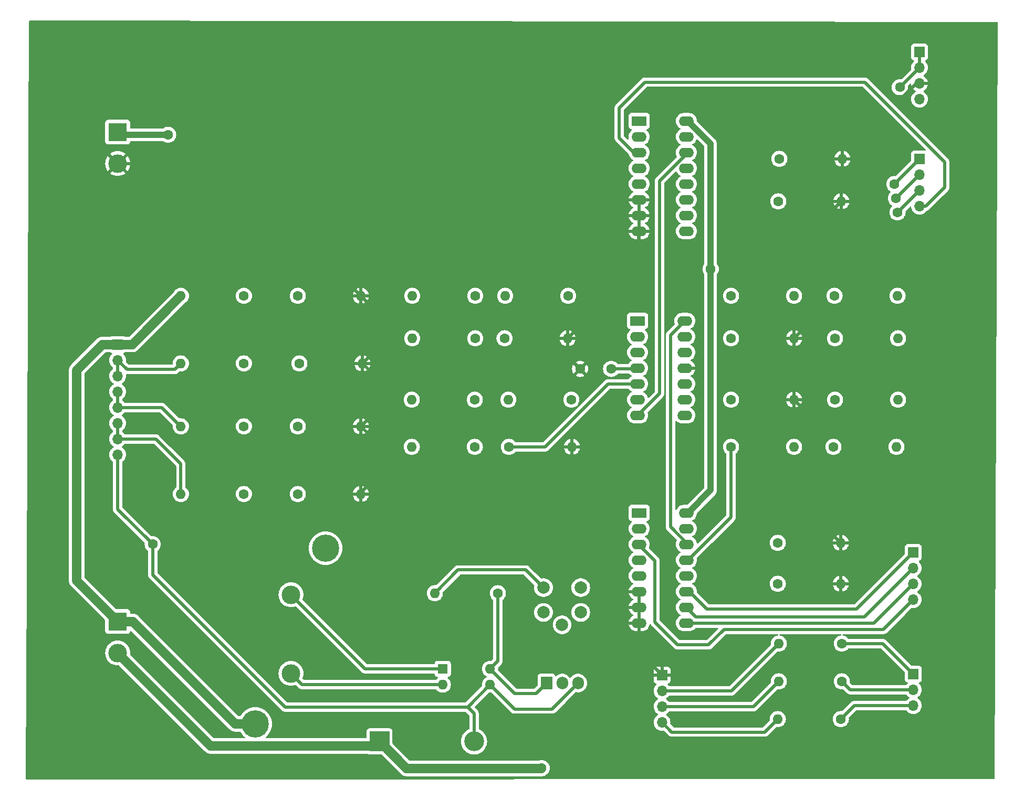
<source format=gbr>
%TF.GenerationSoftware,KiCad,Pcbnew,7.0.9*%
%TF.CreationDate,2024-11-01T10:26:33+02:00*%
%TF.ProjectId,BMS,424d532e-6b69-4636-9164-5f7063625858,rev?*%
%TF.SameCoordinates,Original*%
%TF.FileFunction,Copper,L2,Bot*%
%TF.FilePolarity,Positive*%
%FSLAX46Y46*%
G04 Gerber Fmt 4.6, Leading zero omitted, Abs format (unit mm)*
G04 Created by KiCad (PCBNEW 7.0.9) date 2024-11-01 10:26:33*
%MOMM*%
%LPD*%
G01*
G04 APERTURE LIST*
%TA.AperFunction,ComponentPad*%
%ADD10R,3.200000X3.200000*%
%TD*%
%TA.AperFunction,ComponentPad*%
%ADD11O,3.200000X3.200000*%
%TD*%
%TA.AperFunction,ComponentPad*%
%ADD12R,2.400000X1.600000*%
%TD*%
%TA.AperFunction,ComponentPad*%
%ADD13O,2.400000X1.600000*%
%TD*%
%TA.AperFunction,ComponentPad*%
%ADD14C,1.600000*%
%TD*%
%TA.AperFunction,ComponentPad*%
%ADD15O,1.600000X1.600000*%
%TD*%
%TA.AperFunction,ComponentPad*%
%ADD16R,1.700000X1.700000*%
%TD*%
%TA.AperFunction,ComponentPad*%
%ADD17O,1.700000X1.700000*%
%TD*%
%TA.AperFunction,ComponentPad*%
%ADD18R,3.000000X3.000000*%
%TD*%
%TA.AperFunction,ComponentPad*%
%ADD19C,3.000000*%
%TD*%
%TA.AperFunction,ComponentPad*%
%ADD20R,1.905000X2.000000*%
%TD*%
%TA.AperFunction,ComponentPad*%
%ADD21O,1.905000X2.000000*%
%TD*%
%TA.AperFunction,ComponentPad*%
%ADD22C,2.000000*%
%TD*%
%TA.AperFunction,ComponentPad*%
%ADD23C,4.400000*%
%TD*%
%TA.AperFunction,ComponentPad*%
%ADD24R,1.600000X1.600000*%
%TD*%
%TA.AperFunction,ViaPad*%
%ADD25C,1.600000*%
%TD*%
%TA.AperFunction,Conductor*%
%ADD26C,1.500000*%
%TD*%
%TA.AperFunction,Conductor*%
%ADD27C,0.500000*%
%TD*%
%TA.AperFunction,Conductor*%
%ADD28C,1.000000*%
%TD*%
G04 APERTURE END LIST*
D10*
%TO.P,D1,1,K*%
%TO.N,B-*%
X117905000Y-149650000D03*
D11*
%TO.P,D1,2,A*%
%TO.N,Cell4 -*%
X133145000Y-149650000D03*
%TD*%
D12*
%TO.P,U3,1,X4*%
%TO.N,unconnected-(U3-X4-Pad1)*%
X159766000Y-112776000D03*
D13*
%TO.P,U3,2,X6*%
%TO.N,unconnected-(U3-X6-Pad2)*%
X159766000Y-115316000D03*
%TO.P,U3,3,X*%
%TO.N,V_cell34*%
X159766000Y-117856000D03*
%TO.P,U3,4,X7*%
%TO.N,unconnected-(U3-X7-Pad4)*%
X159766000Y-120396000D03*
%TO.P,U3,5,X5*%
%TO.N,unconnected-(U3-X5-Pad5)*%
X159766000Y-122936000D03*
%TO.P,U3,6,INH*%
%TO.N,GND*%
X159766000Y-125476000D03*
%TO.P,U3,7,VEE*%
X159766000Y-128016000D03*
%TO.P,U3,8,VSS*%
X159766000Y-130556000D03*
%TO.P,U3,9,C*%
%TO.N,sel_C1*%
X167386000Y-130556000D03*
%TO.P,U3,10,B*%
%TO.N,sel_B1*%
X167386000Y-128016000D03*
%TO.P,U3,11,A*%
%TO.N,sel_A1*%
X167386000Y-125476000D03*
%TO.P,U3,12,X3*%
%TO.N,unconnected-(U3-X3-Pad12)*%
X167386000Y-122936000D03*
%TO.P,U3,13,X0*%
%TO.N,Net-(U3-X0)*%
X167386000Y-120396000D03*
%TO.P,U3,14,X1*%
%TO.N,Net-(U3-X1)*%
X167386000Y-117856000D03*
%TO.P,U3,15,X2*%
%TO.N,unconnected-(U3-X2-Pad15)*%
X167386000Y-115316000D03*
%TO.P,U3,16,VDD*%
%TO.N,+12V*%
X167386000Y-112776000D03*
%TD*%
D12*
%TO.P,U2,1,X4*%
%TO.N,unconnected-(U2-X4-Pad1)*%
X159766000Y-49530000D03*
D13*
%TO.P,U2,2,X6*%
%TO.N,unconnected-(U2-X6-Pad2)*%
X159766000Y-52070000D03*
%TO.P,U2,3,X*%
%TO.N,V_cell12*%
X159766000Y-54610000D03*
%TO.P,U2,4,X7*%
%TO.N,unconnected-(U2-X7-Pad4)*%
X159766000Y-57150000D03*
%TO.P,U2,5,X5*%
%TO.N,unconnected-(U2-X5-Pad5)*%
X159766000Y-59690000D03*
%TO.P,U2,6,INH*%
%TO.N,GND*%
X159766000Y-62230000D03*
%TO.P,U2,7,VEE*%
X159766000Y-64770000D03*
%TO.P,U2,8,VSS*%
X159766000Y-67310000D03*
%TO.P,U2,9,C*%
%TO.N,sel_C*%
X167386000Y-67310000D03*
%TO.P,U2,10,B*%
%TO.N,sel_B*%
X167386000Y-64770000D03*
%TO.P,U2,11,A*%
%TO.N,sel_A*%
X167386000Y-62230000D03*
%TO.P,U2,12,X3*%
%TO.N,unconnected-(U2-X3-Pad12)*%
X167386000Y-59690000D03*
%TO.P,U2,13,X0*%
%TO.N,Net-(U2-X0)*%
X167386000Y-57150000D03*
%TO.P,U2,14,X1*%
%TO.N,Net-(U2-X1)*%
X167386000Y-54610000D03*
%TO.P,U2,15,X2*%
%TO.N,unconnected-(U2-X2-Pad15)*%
X167386000Y-52070000D03*
%TO.P,U2,16,VDD*%
%TO.N,+12V*%
X167386000Y-49530000D03*
%TD*%
D14*
%TO.P,R24,1*%
%TO.N,Net-(R22-Pad1)*%
X174578000Y-84598000D03*
D15*
%TO.P,R24,2*%
%TO.N,GND*%
X184738000Y-84598000D03*
%TD*%
D14*
%TO.P,R21,1*%
%TO.N,Net-(R21-Pad1)*%
X191262000Y-77740000D03*
D15*
%TO.P,R21,2*%
%TO.N,Net-(R21-Pad2)*%
X201422000Y-77740000D03*
%TD*%
D14*
%TO.P,R18,1*%
%TO.N,Net-(R18-Pad1)*%
X191342000Y-94504000D03*
D15*
%TO.P,R18,2*%
%TO.N,Cell3 -*%
X201502000Y-94504000D03*
%TD*%
D16*
%TO.P,ROW_VERT/1X5,1,Pin_1*%
%TO.N,GND*%
X163457500Y-138948000D03*
D17*
%TO.P,ROW_VERT/1X5,2,Pin_2*%
%TO.N,Net-(ROW_VERT/1X5-Pin_2)*%
X163457500Y-141488000D03*
%TO.P,ROW_VERT/1X5,3,Pin_3*%
%TO.N,Net-(ROW_VERT/1X5-Pin_3)*%
X163457500Y-144028000D03*
%TO.P,ROW_VERT/1X5,4,Pin_4*%
%TO.N,Net-(ROW_VERT/1X5-Pin_4)*%
X163457500Y-146568000D03*
%TD*%
D14*
%TO.P,R15,1*%
%TO.N,Net-(U2-X1)*%
X148837000Y-94504000D03*
D15*
%TO.P,R15,2*%
%TO.N,Net-(R13-Pad1)*%
X138677000Y-94504000D03*
%TD*%
D18*
%TO.P,TM_BLOCK/2P1,1,Pin_1*%
%TO.N,B+*%
X75692000Y-130302000D03*
D19*
%TO.P,TM_BLOCK/2P1,2,Pin_2*%
%TO.N,B-*%
X75692000Y-135382000D03*
%TD*%
D14*
%TO.P,R19,1*%
%TO.N,Net-(U3-X0)*%
X174578000Y-102108000D03*
D15*
%TO.P,R19,2*%
%TO.N,Net-(R17-Pad1)*%
X184738000Y-102108000D03*
%TD*%
D20*
%TO.P,Q2,1,G*%
%TO.N,Net-(Q2-G)*%
X144830000Y-140241000D03*
D21*
%TO.P,Q2,2,D*%
%TO.N,B-*%
X147370000Y-140241000D03*
%TO.P,Q2,3,S*%
%TO.N,Cell4 -*%
X149910000Y-140241000D03*
%TD*%
D16*
%TO.P,ROW_VERT/1X1,1,Pin_1*%
%TO.N,sel_A*%
X204978000Y-55636000D03*
D17*
%TO.P,ROW_VERT/1X1,2,Pin_2*%
%TO.N,sel_B*%
X204978000Y-58176000D03*
%TO.P,ROW_VERT/1X1,3,Pin_3*%
%TO.N,sel_C*%
X204978000Y-60716000D03*
%TO.P,ROW_VERT/1X1,4,Pin_4*%
%TO.N,V_cell12*%
X204978000Y-63256000D03*
%TD*%
D14*
%TO.P,R17,1*%
%TO.N,Net-(R17-Pad1)*%
X191088000Y-102108000D03*
D15*
%TO.P,R17,2*%
%TO.N,Net-(R17-Pad2)*%
X201248000Y-102108000D03*
%TD*%
D14*
%TO.P,R30,1*%
%TO.N,Net-(Q2-G)*%
X136986000Y-125730000D03*
D15*
%TO.P,R30,2*%
%TO.N,Net-(PUSH_BUTTON2-Pad1)*%
X126826000Y-125730000D03*
%TD*%
D14*
%TO.P,R9,1*%
%TO.N,Net-(R11-Pad2)*%
X133343000Y-77740000D03*
D15*
%TO.P,R9,2*%
%TO.N,Net-(R1-Pad1)*%
X123183000Y-77740000D03*
%TD*%
D14*
%TO.P,R32,1*%
%TO.N,R*%
X192452000Y-139954000D03*
D15*
%TO.P,R32,2*%
%TO.N,Net-(ROW_VERT/1X5-Pin_3)*%
X182292000Y-139954000D03*
%TD*%
D14*
%TO.P,R22,1*%
%TO.N,Net-(R22-Pad1)*%
X191342000Y-84598000D03*
D15*
%TO.P,R22,2*%
%TO.N,Cell4 -*%
X201502000Y-84598000D03*
%TD*%
D14*
%TO.P,R8,1*%
%TO.N,Net-(R21-Pad2)*%
X104728000Y-109728000D03*
D15*
%TO.P,R8,2*%
%TO.N,GND*%
X114888000Y-109728000D03*
%TD*%
D16*
%TO.P,ROW_VERT/1X4,1,Pin_1*%
%TO.N,+12V*%
X204978000Y-38364000D03*
D17*
%TO.P,ROW_VERT/1X4,2,Pin_2*%
X204978000Y-40904000D03*
%TO.P,ROW_VERT/1X4,3,Pin_3*%
%TO.N,GND*%
X204978000Y-43444000D03*
%TO.P,ROW_VERT/1X4,4,Pin_4*%
%TO.N,Vout_5V*%
X204978000Y-45984000D03*
%TD*%
D14*
%TO.P,R31,1*%
%TO.N,G*%
X192452000Y-133858000D03*
D15*
%TO.P,R31,2*%
%TO.N,Net-(ROW_VERT/1X5-Pin_2)*%
X182292000Y-133858000D03*
%TD*%
D14*
%TO.P,R11,1*%
%TO.N,Net-(U2-X0)*%
X148329000Y-77740000D03*
D15*
%TO.P,R11,2*%
%TO.N,Net-(R11-Pad2)*%
X138169000Y-77740000D03*
%TD*%
D14*
%TO.P,R7,1*%
%TO.N,Net-(R21-Pad2)*%
X96037000Y-109728000D03*
D15*
%TO.P,R7,2*%
%TO.N,Cell3 -*%
X85877000Y-109728000D03*
%TD*%
D14*
%TO.P,R20,1*%
%TO.N,Net-(R18-Pad1)*%
X174578000Y-94504000D03*
D15*
%TO.P,R20,2*%
%TO.N,GND*%
X184738000Y-94504000D03*
%TD*%
D14*
%TO.P,R12,1*%
%TO.N,Net-(R10-Pad1)*%
X138075000Y-84598000D03*
D15*
%TO.P,R12,2*%
%TO.N,GND*%
X148235000Y-84598000D03*
%TD*%
D14*
%TO.P,R1,1*%
%TO.N,Net-(R1-Pad1)*%
X96037000Y-77740000D03*
D15*
%TO.P,R1,2*%
%TO.N,B+*%
X85877000Y-77740000D03*
%TD*%
D14*
%TO.P,R28,1*%
%TO.N,Net-(U3-X1)*%
X182118000Y-117602000D03*
D15*
%TO.P,R28,2*%
%TO.N,GND*%
X192278000Y-117602000D03*
%TD*%
D14*
%TO.P,R3,1*%
%TO.N,Net-(R13-Pad2)*%
X96037000Y-88646000D03*
D15*
%TO.P,R3,2*%
%TO.N,Cell1 -*%
X85877000Y-88646000D03*
%TD*%
D14*
%TO.P,R4,1*%
%TO.N,Net-(R13-Pad2)*%
X104982000Y-88646000D03*
D15*
%TO.P,R4,2*%
%TO.N,GND*%
X115142000Y-88646000D03*
%TD*%
D22*
%TO.P,PUSH_BUTTON2,1,1*%
%TO.N,Net-(PUSH_BUTTON2-Pad1)*%
X144350000Y-124830000D03*
%TO.P,PUSH_BUTTON2,2,A*%
%TO.N,+12V*%
X144350000Y-128830000D03*
%TO.P,PUSH_BUTTON2,3,K*%
%TO.N,unconnected-(PUSH_BUTTON2-K-Pad3)*%
X150350000Y-128830000D03*
%TO.P,PUSH_BUTTON2,4,2*%
%TO.N,unconnected-(PUSH_BUTTON2-2-Pad4)*%
X150350000Y-124830000D03*
%TO.P,PUSH_BUTTON2,5,GND*%
%TO.N,unconnected-(PUSH_BUTTON2-GND-Pad5)*%
X147350000Y-130830000D03*
%TD*%
D14*
%TO.P,R33,1*%
%TO.N,B*%
X192278000Y-146050000D03*
D15*
%TO.P,R33,2*%
%TO.N,Net-(ROW_VERT/1X5-Pin_4)*%
X182118000Y-146050000D03*
%TD*%
D12*
%TO.P,U1,1*%
%TO.N,Net-(U2-X0)*%
X159512000Y-81788000D03*
D13*
%TO.P,U1,2*%
%TO.N,Net-(R11-Pad2)*%
X159512000Y-84328000D03*
%TO.P,U1,3*%
%TO.N,Net-(R10-Pad1)*%
X159512000Y-86868000D03*
%TO.P,U1,4*%
%TO.N,+12V*%
X159512000Y-89408000D03*
%TO.P,U1,5*%
%TO.N,Net-(R14-Pad1)*%
X159512000Y-91948000D03*
%TO.P,U1,6*%
%TO.N,Net-(R13-Pad1)*%
X159512000Y-94488000D03*
%TO.P,U1,7*%
%TO.N,Net-(U2-X1)*%
X159512000Y-97028000D03*
%TO.P,U1,8*%
%TO.N,Net-(U3-X0)*%
X167132000Y-97028000D03*
%TO.P,U1,9*%
%TO.N,Net-(R17-Pad1)*%
X167132000Y-94488000D03*
%TO.P,U1,10*%
%TO.N,Net-(R18-Pad1)*%
X167132000Y-91948000D03*
%TO.P,U1,11*%
%TO.N,GND*%
X167132000Y-89408000D03*
%TO.P,U1,12*%
%TO.N,Net-(R22-Pad1)*%
X167132000Y-86868000D03*
%TO.P,U1,13*%
%TO.N,Net-(R21-Pad1)*%
X167132000Y-84328000D03*
%TO.P,U1,14*%
%TO.N,Net-(U3-X1)*%
X167132000Y-81788000D03*
%TD*%
D16*
%TO.P,ROW_VERT/1X2,1,Pin_1*%
%TO.N,sel_A1*%
X203962000Y-119136000D03*
D17*
%TO.P,ROW_VERT/1X2,2,Pin_2*%
%TO.N,sel_B1*%
X203962000Y-121676000D03*
%TO.P,ROW_VERT/1X2,3,Pin_3*%
%TO.N,sel_C1*%
X203962000Y-124216000D03*
%TO.P,ROW_VERT/1X2,4,Pin_4*%
%TO.N,V_cell34*%
X203962000Y-126756000D03*
%TD*%
D14*
%TO.P,R25,1*%
%TO.N,Net-(U2-X0)*%
X182198000Y-62484000D03*
D15*
%TO.P,R25,2*%
%TO.N,GND*%
X192358000Y-62484000D03*
%TD*%
D14*
%TO.P,R10,1*%
%TO.N,Net-(R10-Pad1)*%
X133343000Y-84598000D03*
D15*
%TO.P,R10,2*%
%TO.N,Cell1 -*%
X123183000Y-84598000D03*
%TD*%
D23*
%TO.P,H4,1,1*%
%TO.N,B+*%
X109200000Y-118475000D03*
%TD*%
D18*
%TO.P,TM_BLOCK/2P2,1,Pin_1*%
%TO.N,+12V*%
X75692000Y-51308000D03*
D19*
%TO.P,TM_BLOCK/2P2,2,Pin_2*%
%TO.N,GND*%
X75692000Y-56388000D03*
%TD*%
D16*
%TO.P,ROW_VERT/1X3,1,Pin_1*%
%TO.N,B+*%
X75692000Y-85598000D03*
D17*
%TO.P,ROW_VERT/1X3,2,Pin_2*%
%TO.N,Cell1 -*%
X75692000Y-88138000D03*
%TO.P,ROW_VERT/1X3,3,Pin_3*%
X75692000Y-90678000D03*
%TO.P,ROW_VERT/1X3,4,Pin_4*%
%TO.N,Cell2 -*%
X75692000Y-93218000D03*
%TO.P,ROW_VERT/1X3,5,Pin_5*%
X75692000Y-95758000D03*
%TO.P,ROW_VERT/1X3,6,Pin_6*%
%TO.N,Cell3 -*%
X75692000Y-98298000D03*
%TO.P,ROW_VERT/1X3,7,Pin_7*%
X75692000Y-100838000D03*
%TO.P,ROW_VERT/1X3,8,Pin_8*%
%TO.N,Cell4 -*%
X75692000Y-103378000D03*
%TD*%
D14*
%TO.P,R27,1*%
%TO.N,Net-(U3-X0)*%
X182118000Y-124206000D03*
D15*
%TO.P,R27,2*%
%TO.N,GND*%
X192278000Y-124206000D03*
%TD*%
D14*
%TO.P,R5,1*%
%TO.N,Net-(R17-Pad2)*%
X96037000Y-98806000D03*
D15*
%TO.P,R5,2*%
%TO.N,Cell2 -*%
X85877000Y-98806000D03*
%TD*%
D14*
%TO.P,R6,1*%
%TO.N,Net-(R17-Pad2)*%
X104728000Y-98806000D03*
D15*
%TO.P,R6,2*%
%TO.N,GND*%
X114888000Y-98806000D03*
%TD*%
D14*
%TO.P,R2,1*%
%TO.N,Net-(R1-Pad1)*%
X104728000Y-77740000D03*
D15*
%TO.P,R2,2*%
%TO.N,GND*%
X114888000Y-77740000D03*
%TD*%
D19*
%TO.P,L2,1*%
%TO.N,Net-(L2-Pad1)*%
X103632000Y-138684000D03*
%TO.P,L2,2*%
%TO.N,Net-(L2-Pad2)*%
X103632000Y-125984000D03*
%TD*%
D14*
%TO.P,R13,1*%
%TO.N,Net-(R13-Pad1)*%
X133263000Y-94504000D03*
D15*
%TO.P,R13,2*%
%TO.N,Net-(R13-Pad2)*%
X123103000Y-94504000D03*
%TD*%
D23*
%TO.P,H3,1,1*%
%TO.N,B+*%
X97875000Y-146825000D03*
%TD*%
D14*
%TO.P,C1,1*%
%TO.N,+12V*%
X155257000Y-89528000D03*
%TO.P,C1,2*%
%TO.N,GND*%
X150257000Y-89528000D03*
%TD*%
D24*
%TO.P,U5,1*%
%TO.N,Net-(L2-Pad2)*%
X128106000Y-137950000D03*
D15*
%TO.P,U5,2*%
%TO.N,Net-(L2-Pad1)*%
X128106000Y-140490000D03*
%TO.P,U5,3*%
%TO.N,Cell4 -*%
X135726000Y-140490000D03*
%TO.P,U5,4*%
%TO.N,Net-(Q2-G)*%
X135726000Y-137950000D03*
%TD*%
D16*
%TO.P,SOCKET/1X1,1,Pin_1*%
%TO.N,G*%
X203975000Y-138785000D03*
D17*
%TO.P,SOCKET/1X1,2,Pin_2*%
%TO.N,R*%
X203975000Y-141325000D03*
%TO.P,SOCKET/1X1,3,Pin_3*%
%TO.N,B*%
X203975000Y-143865000D03*
%TD*%
D14*
%TO.P,R16,1*%
%TO.N,Net-(R14-Pad1)*%
X138764000Y-102108000D03*
D15*
%TO.P,R16,2*%
%TO.N,GND*%
X148924000Y-102108000D03*
%TD*%
D14*
%TO.P,R14,1*%
%TO.N,Net-(R14-Pad1)*%
X133270000Y-102108000D03*
D15*
%TO.P,R14,2*%
%TO.N,Cell2 -*%
X123110000Y-102108000D03*
%TD*%
D14*
%TO.P,R26,1*%
%TO.N,Net-(U2-X1)*%
X182372000Y-55626000D03*
D15*
%TO.P,R26,2*%
%TO.N,GND*%
X192532000Y-55626000D03*
%TD*%
D14*
%TO.P,R23,1*%
%TO.N,Net-(U3-X1)*%
X174578000Y-77740000D03*
D15*
%TO.P,R23,2*%
%TO.N,Net-(R21-Pad1)*%
X184738000Y-77740000D03*
%TD*%
D25*
%TO.N,B-*%
X144050000Y-153950000D03*
%TO.N,+12V*%
X171300000Y-73425000D03*
X83825000Y-51750000D03*
X201808000Y-44074000D03*
%TO.N,GND*%
X201815208Y-46088792D03*
%TO.N,Cell4 -*%
X81337500Y-117837500D03*
%TO.N,sel_A*%
X200919000Y-59695000D03*
%TO.N,sel_B*%
X201173000Y-61981000D03*
%TO.N,sel_C*%
X201427000Y-64267000D03*
%TD*%
D26*
%TO.N,B-*%
X143975000Y-154025000D02*
X144050000Y-153950000D01*
D27*
%TO.N,Cell4 -*%
X133145000Y-145129000D02*
X132116000Y-144100000D01*
X133145000Y-149650000D02*
X133145000Y-145129000D01*
D26*
%TO.N,B-*%
X122280000Y-154025000D02*
X143975000Y-154025000D01*
X117905000Y-149650000D02*
X122280000Y-154025000D01*
X90710000Y-150400000D02*
X117155000Y-150400000D01*
X117155000Y-150400000D02*
X117905000Y-149650000D01*
X75692000Y-135382000D02*
X90710000Y-150400000D01*
D27*
%TO.N,Net-(Q2-G)*%
X143171000Y-141900000D02*
X144830000Y-140241000D01*
X139676000Y-141900000D02*
X143171000Y-141900000D01*
X135726000Y-137950000D02*
X139676000Y-141900000D01*
%TO.N,Net-(PUSH_BUTTON2-Pad1)*%
X141495000Y-121975000D02*
X144350000Y-124830000D01*
X130581000Y-121975000D02*
X141495000Y-121975000D01*
X126826000Y-125730000D02*
X130581000Y-121975000D01*
%TO.N,GND*%
X159766000Y-135256500D02*
X163457500Y-138948000D01*
X159766000Y-130556000D02*
X159766000Y-135256500D01*
X159766000Y-128016000D02*
X159766000Y-130556000D01*
X159766000Y-125476000D02*
X159766000Y-128016000D01*
%TO.N,Net-(ROW_VERT/1X5-Pin_4)*%
X180018000Y-148150000D02*
X182118000Y-146050000D01*
X165039500Y-148150000D02*
X180018000Y-148150000D01*
X163457500Y-146568000D02*
X165039500Y-148150000D01*
%TO.N,Net-(ROW_VERT/1X5-Pin_3)*%
X178218000Y-144028000D02*
X182292000Y-139954000D01*
X163457500Y-144028000D02*
X178218000Y-144028000D01*
%TO.N,Net-(ROW_VERT/1X5-Pin_2)*%
X174662000Y-141488000D02*
X182292000Y-133858000D01*
X163457500Y-141488000D02*
X174662000Y-141488000D01*
D26*
%TO.N,B+*%
X69075000Y-123685000D02*
X75692000Y-130302000D01*
X69075000Y-89750000D02*
X69075000Y-123685000D01*
X73227000Y-85598000D02*
X69075000Y-89750000D01*
X75692000Y-85598000D02*
X73227000Y-85598000D01*
D27*
%TO.N,V_cell12*%
X156550000Y-52225000D02*
X158935000Y-54610000D01*
X156550000Y-47400000D02*
X156550000Y-52225000D01*
X160700000Y-43250000D02*
X156550000Y-47400000D01*
X209042000Y-60198000D02*
X209042000Y-56134000D01*
X205984000Y-63256000D02*
X209042000Y-60198000D01*
X204978000Y-63256000D02*
X205984000Y-63256000D01*
X196158000Y-43250000D02*
X160700000Y-43250000D01*
X209042000Y-56134000D02*
X196158000Y-43250000D01*
%TO.N,GND*%
X93536000Y-56388000D02*
X75692000Y-56388000D01*
X114888000Y-77740000D02*
X93536000Y-56388000D01*
D26*
%TO.N,B+*%
X94675000Y-146825000D02*
X97875000Y-146825000D01*
X78152000Y-130302000D02*
X94675000Y-146825000D01*
X75692000Y-130302000D02*
X78152000Y-130302000D01*
X75692000Y-130302000D02*
X75623000Y-130302000D01*
D27*
%TO.N,Cell4 -*%
X139661000Y-144425000D02*
X135726000Y-140490000D01*
X149910000Y-140241000D02*
X145726000Y-144425000D01*
X145726000Y-144425000D02*
X139661000Y-144425000D01*
X81337500Y-122762500D02*
X81337500Y-117837500D01*
X102675000Y-144100000D02*
X81337500Y-122762500D01*
X132116000Y-144100000D02*
X102675000Y-144100000D01*
X135726000Y-140490000D02*
X132116000Y-144100000D01*
X75692000Y-112192000D02*
X81337500Y-117837500D01*
X75692000Y-103378000D02*
X75692000Y-112192000D01*
X149910000Y-140241000D02*
X149910000Y-140385000D01*
%TO.N,GND*%
X156201000Y-125476000D02*
X142972000Y-112247000D01*
X142972000Y-112247000D02*
X142972000Y-109728000D01*
X159766000Y-125476000D02*
X156201000Y-125476000D01*
X147954000Y-87225000D02*
X150257000Y-89528000D01*
X116563000Y-87225000D02*
X147954000Y-87225000D01*
X115142000Y-88646000D02*
X116563000Y-87225000D01*
%TO.N,Cell1 -*%
X84898000Y-89625000D02*
X85877000Y-88646000D01*
X77179000Y-89625000D02*
X84898000Y-89625000D01*
X75692000Y-88138000D02*
X77179000Y-89625000D01*
%TO.N,Net-(Q2-G)*%
X136986000Y-136690000D02*
X135726000Y-137950000D01*
X136986000Y-125730000D02*
X136986000Y-136690000D01*
D28*
%TO.N,+12V*%
X171300000Y-53190000D02*
X171300000Y-73425000D01*
X171300000Y-73425000D02*
X171300000Y-109116000D01*
D27*
X159392000Y-89528000D02*
X159512000Y-89408000D01*
X155257000Y-89528000D02*
X159392000Y-89528000D01*
%TO.N,V_cell12*%
X158935000Y-54610000D02*
X159700000Y-54610000D01*
D28*
%TO.N,+12V*%
X76388000Y-51750000D02*
X75946000Y-51308000D01*
X83825000Y-51750000D02*
X76388000Y-51750000D01*
D27*
X204978000Y-40904000D02*
X201808000Y-44074000D01*
D28*
X171300000Y-109116000D02*
X167640000Y-112776000D01*
X167640000Y-49530000D02*
X171300000Y-53190000D01*
D27*
X75692000Y-51308000D02*
X75946000Y-51308000D01*
X204978000Y-38364000D02*
X204978000Y-40904000D01*
%TO.N,GND*%
X159700000Y-73133000D02*
X159700000Y-67310000D01*
X192358000Y-62484000D02*
X187950000Y-66892000D01*
X148235000Y-84598000D02*
X148235000Y-87506000D01*
X187550000Y-112874000D02*
X192278000Y-117602000D01*
X204460000Y-43444000D02*
X204978000Y-43444000D01*
X148235000Y-84598000D02*
X159700000Y-73133000D01*
X201815208Y-46088792D02*
X204460000Y-43444000D01*
X114888000Y-109728000D02*
X142972000Y-109728000D01*
X117050000Y-100968000D02*
X117050000Y-107312000D01*
X117075000Y-79911000D02*
X117075000Y-86713000D01*
X116975000Y-96719000D02*
X114888000Y-98806000D01*
X184738000Y-94504000D02*
X187550000Y-97316000D01*
X142972000Y-109728000D02*
X148924000Y-103776000D01*
X187950000Y-81386000D02*
X184738000Y-84598000D01*
X187950000Y-66892000D02*
X187950000Y-81386000D01*
X114888000Y-77724000D02*
X117075000Y-79911000D01*
X114888000Y-98806000D02*
X117050000Y-100968000D01*
X117075000Y-86713000D02*
X115142000Y-88646000D01*
X187550000Y-97316000D02*
X187550000Y-112874000D01*
X115142000Y-88646000D02*
X116975000Y-90479000D01*
X117050000Y-107312000D02*
X114888000Y-109474000D01*
X148924000Y-102108000D02*
X148924000Y-103776000D01*
X116975000Y-90479000D02*
X116975000Y-96719000D01*
X148235000Y-87506000D02*
X150257000Y-89528000D01*
%TO.N,V_cell34*%
X162325000Y-120481000D02*
X159700000Y-117856000D01*
X203962000Y-126756000D02*
X203962000Y-126763000D01*
X170975000Y-134075000D02*
X165975000Y-134075000D01*
X203962000Y-126763000D02*
X199153000Y-131572000D01*
X162325000Y-130425000D02*
X162325000Y-120481000D01*
X173478000Y-131572000D02*
X170975000Y-134075000D01*
X199153000Y-131572000D02*
X173478000Y-131572000D01*
X165975000Y-134075000D02*
X162325000Y-130425000D01*
D26*
%TO.N,B+*%
X75692000Y-85598000D02*
X78019000Y-85598000D01*
X78019000Y-85598000D02*
X85877000Y-77740000D01*
D27*
%TO.N,Net-(R14-Pad1)*%
X144592000Y-102108000D02*
X138764000Y-102108000D01*
X154752000Y-91948000D02*
X144592000Y-102108000D01*
X158877000Y-91948000D02*
X154752000Y-91948000D01*
%TO.N,Net-(U2-X1)*%
X167640000Y-54610000D02*
X163050000Y-59200000D01*
X163050000Y-93520500D02*
X159542500Y-97028000D01*
X163050000Y-59200000D02*
X163050000Y-93520500D01*
%TO.N,Net-(U3-X0)*%
X174578000Y-113458000D02*
X167640000Y-120396000D01*
X174578000Y-101600000D02*
X174578000Y-113458000D01*
%TO.N,Net-(U3-X1)*%
X164825000Y-84095000D02*
X164825000Y-115041000D01*
X167132000Y-81788000D02*
X164825000Y-84095000D01*
X164825000Y-115041000D02*
X167640000Y-117856000D01*
%TO.N,sel_A*%
X204978000Y-55636000D02*
X200919000Y-59695000D01*
%TO.N,sel_B*%
X204978000Y-58176000D02*
X201173000Y-61981000D01*
%TO.N,sel_C*%
X204978000Y-60716000D02*
X201427000Y-64267000D01*
%TO.N,sel_A1*%
X170688000Y-128270000D02*
X167894000Y-125476000D01*
X194828000Y-128270000D02*
X170688000Y-128270000D01*
X167894000Y-125476000D02*
X167386000Y-125476000D01*
X203962000Y-119136000D02*
X194828000Y-128270000D01*
%TO.N,sel_B1*%
X203962000Y-121676000D02*
X196098000Y-129540000D01*
X196098000Y-129540000D02*
X168910000Y-129540000D01*
X168910000Y-129540000D02*
X167386000Y-128016000D01*
%TO.N,sel_C1*%
X197622000Y-130556000D02*
X167386000Y-130556000D01*
X203962000Y-124216000D02*
X197622000Y-130556000D01*
%TO.N,Net-(L2-Pad2)*%
X115598000Y-137950000D02*
X128106000Y-137950000D01*
X103632000Y-125984000D02*
X115598000Y-137950000D01*
%TO.N,Net-(L2-Pad1)*%
X128106000Y-140490000D02*
X105438000Y-140490000D01*
X105438000Y-140490000D02*
X103632000Y-138684000D01*
%TO.N,Cell1 -*%
X75692000Y-88138000D02*
X75692000Y-90678000D01*
%TO.N,Cell2 -*%
X82829000Y-95758000D02*
X85877000Y-98806000D01*
X75692000Y-95758000D02*
X82829000Y-95758000D01*
X75692000Y-93218000D02*
X75692000Y-95758000D01*
%TO.N,Cell3 -*%
X75692000Y-100838000D02*
X81838000Y-100838000D01*
X75692000Y-98298000D02*
X75692000Y-100838000D01*
X81838000Y-100838000D02*
X85394000Y-104394000D01*
X85877000Y-104877000D02*
X85877000Y-109728000D01*
X85394000Y-104394000D02*
X85877000Y-104877000D01*
%TO.N,G*%
X192452000Y-133858000D02*
X199048000Y-133858000D01*
X199048000Y-133858000D02*
X203975000Y-138785000D01*
%TO.N,R*%
X203975000Y-141325000D02*
X193823000Y-141325000D01*
X193823000Y-141325000D02*
X192452000Y-139954000D01*
%TO.N,B*%
X203975000Y-143865000D02*
X194463000Y-143865000D01*
X194463000Y-143865000D02*
X192278000Y-146050000D01*
%TD*%
%TA.AperFunction,Conductor*%
%TO.N,GND*%
G36*
X160016000Y-130240314D02*
G01*
X160004045Y-130228359D01*
X159891148Y-130170835D01*
X159797481Y-130156000D01*
X159734519Y-130156000D01*
X159640852Y-130170835D01*
X159527955Y-130228359D01*
X159516000Y-130240314D01*
X159516000Y-128331686D01*
X159527955Y-128343641D01*
X159640852Y-128401165D01*
X159734519Y-128416000D01*
X159797481Y-128416000D01*
X159891148Y-128401165D01*
X160004045Y-128343641D01*
X160016000Y-128331686D01*
X160016000Y-130240314D01*
G37*
%TD.AperFunction*%
%TA.AperFunction,Conductor*%
G36*
X160016000Y-127700314D02*
G01*
X160004045Y-127688359D01*
X159891148Y-127630835D01*
X159797481Y-127616000D01*
X159734519Y-127616000D01*
X159640852Y-127630835D01*
X159527955Y-127688359D01*
X159516000Y-127700314D01*
X159516000Y-125791686D01*
X159527955Y-125803641D01*
X159640852Y-125861165D01*
X159734519Y-125876000D01*
X159797481Y-125876000D01*
X159891148Y-125861165D01*
X160004045Y-125803641D01*
X160016000Y-125791686D01*
X160016000Y-127700314D01*
G37*
%TD.AperFunction*%
%TA.AperFunction,Conductor*%
G36*
X160016000Y-66994314D02*
G01*
X160004045Y-66982359D01*
X159891148Y-66924835D01*
X159797481Y-66910000D01*
X159734519Y-66910000D01*
X159640852Y-66924835D01*
X159527955Y-66982359D01*
X159516000Y-66994314D01*
X159516000Y-65085686D01*
X159527955Y-65097641D01*
X159640852Y-65155165D01*
X159734519Y-65170000D01*
X159797481Y-65170000D01*
X159891148Y-65155165D01*
X160004045Y-65097641D01*
X160016000Y-65085686D01*
X160016000Y-66994314D01*
G37*
%TD.AperFunction*%
%TA.AperFunction,Conductor*%
G36*
X160016000Y-64454314D02*
G01*
X160004045Y-64442359D01*
X159891148Y-64384835D01*
X159797481Y-64370000D01*
X159734519Y-64370000D01*
X159640852Y-64384835D01*
X159527955Y-64442359D01*
X159516000Y-64454314D01*
X159516000Y-62545686D01*
X159527955Y-62557641D01*
X159640852Y-62615165D01*
X159734519Y-62630000D01*
X159797481Y-62630000D01*
X159891148Y-62615165D01*
X160004045Y-62557641D01*
X160016000Y-62545686D01*
X160016000Y-64454314D01*
G37*
%TD.AperFunction*%
%TA.AperFunction,Conductor*%
G36*
X217500612Y-33512482D02*
G01*
X217567624Y-33532252D01*
X217613311Y-33585115D01*
X217624450Y-33637040D01*
X217075565Y-155639219D01*
X217055579Y-155706169D01*
X217002569Y-155751686D01*
X216951586Y-155762661D01*
X61024537Y-155787622D01*
X60957494Y-155767948D01*
X60911731Y-155715152D01*
X60900518Y-155663116D01*
X60902092Y-155277709D01*
X61031183Y-123656831D01*
X67819761Y-123656831D01*
X67824359Y-123725013D01*
X67824500Y-123729186D01*
X67824500Y-123741156D01*
X67828277Y-123783124D01*
X67834903Y-123881407D01*
X67834903Y-123881412D01*
X67835972Y-123885652D01*
X67839230Y-123904824D01*
X67839623Y-123909190D01*
X67865835Y-124004165D01*
X67889903Y-124099681D01*
X67891715Y-124103670D01*
X67898340Y-124121944D01*
X67899504Y-124126162D01*
X67899507Y-124126170D01*
X67942253Y-124214935D01*
X67982993Y-124304626D01*
X67982994Y-124304629D01*
X67985483Y-124308221D01*
X67995269Y-124325026D01*
X67997166Y-124328965D01*
X67997174Y-124328979D01*
X68055078Y-124408676D01*
X68111180Y-124489655D01*
X68114273Y-124492748D01*
X68126905Y-124507536D01*
X68129478Y-124511078D01*
X68153077Y-124533641D01*
X68200678Y-124579153D01*
X73655181Y-130033656D01*
X73688666Y-130094979D01*
X73691500Y-130121337D01*
X73691500Y-131849870D01*
X73691501Y-131849876D01*
X73697908Y-131909483D01*
X73748202Y-132044328D01*
X73748206Y-132044335D01*
X73834452Y-132159544D01*
X73834455Y-132159547D01*
X73949664Y-132245793D01*
X73949671Y-132245797D01*
X74084517Y-132296091D01*
X74084516Y-132296091D01*
X74091444Y-132296835D01*
X74144127Y-132302500D01*
X77239872Y-132302499D01*
X77299483Y-132296091D01*
X77434331Y-132245796D01*
X77549546Y-132159546D01*
X77635796Y-132044331D01*
X77686091Y-131909483D01*
X77687986Y-131891854D01*
X77714722Y-131827306D01*
X77772114Y-131787457D01*
X77841939Y-131784962D01*
X77898956Y-131817430D01*
X93738642Y-147657116D01*
X93743279Y-147662304D01*
X93767492Y-147692666D01*
X93818967Y-147737639D01*
X93822000Y-147740474D01*
X93830471Y-147748945D01*
X93862819Y-147775951D01*
X93937004Y-147840765D01*
X93940753Y-147843005D01*
X93956622Y-147854264D01*
X93959980Y-147857067D01*
X93959983Y-147857070D01*
X94026782Y-147894972D01*
X94045682Y-147905696D01*
X94130236Y-147956215D01*
X94134326Y-147957749D01*
X94151950Y-147965995D01*
X94155749Y-147968151D01*
X94155750Y-147968151D01*
X94155755Y-147968154D01*
X94248762Y-148000698D01*
X94340976Y-148035307D01*
X94345266Y-148036085D01*
X94364094Y-148041055D01*
X94368218Y-148042498D01*
X94465539Y-148057912D01*
X94497843Y-148063774D01*
X94562451Y-148075500D01*
X94562453Y-148075500D01*
X94566822Y-148075500D01*
X94586220Y-148077026D01*
X94590541Y-148077711D01*
X94689048Y-148075500D01*
X95405421Y-148075500D01*
X95472460Y-148095185D01*
X95511538Y-148135350D01*
X95648473Y-148361868D01*
X95849954Y-148619039D01*
X96080960Y-148850045D01*
X96180320Y-148927889D01*
X96220953Y-148984729D01*
X96224405Y-149054514D01*
X96189581Y-149115086D01*
X96127537Y-149147216D01*
X96103847Y-149149500D01*
X91279336Y-149149500D01*
X91212297Y-149129815D01*
X91191655Y-149113181D01*
X77721824Y-135643350D01*
X77688339Y-135582027D01*
X77685821Y-135546822D01*
X77697610Y-135381999D01*
X77680936Y-135148869D01*
X77677196Y-135096572D01*
X77674622Y-135084741D01*
X77616371Y-134816962D01*
X77616370Y-134816960D01*
X77616369Y-134816954D01*
X77516367Y-134548839D01*
X77379226Y-134297685D01*
X77379224Y-134297682D01*
X77207745Y-134068612D01*
X77207729Y-134068594D01*
X77005405Y-133866270D01*
X77005387Y-133866254D01*
X76776317Y-133694775D01*
X76776309Y-133694770D01*
X76525166Y-133557635D01*
X76525167Y-133557635D01*
X76417915Y-133517632D01*
X76257046Y-133457631D01*
X76257043Y-133457630D01*
X76257037Y-133457628D01*
X75977433Y-133396804D01*
X75692001Y-133376390D01*
X75691999Y-133376390D01*
X75406566Y-133396804D01*
X75126962Y-133457628D01*
X74858833Y-133557635D01*
X74607690Y-133694770D01*
X74607682Y-133694775D01*
X74378612Y-133866254D01*
X74378594Y-133866270D01*
X74176270Y-134068594D01*
X74176254Y-134068612D01*
X74004775Y-134297682D01*
X74004770Y-134297690D01*
X73867635Y-134548833D01*
X73767628Y-134816962D01*
X73706804Y-135096566D01*
X73686390Y-135381998D01*
X73686390Y-135382001D01*
X73706804Y-135667433D01*
X73767628Y-135947037D01*
X73867635Y-136215166D01*
X74004770Y-136466309D01*
X74004775Y-136466317D01*
X74176254Y-136695387D01*
X74176270Y-136695405D01*
X74378594Y-136897729D01*
X74378612Y-136897745D01*
X74607682Y-137069224D01*
X74607690Y-137069229D01*
X74858833Y-137206364D01*
X74858832Y-137206364D01*
X74858836Y-137206365D01*
X74858839Y-137206367D01*
X75126954Y-137306369D01*
X75126960Y-137306370D01*
X75126962Y-137306371D01*
X75406566Y-137367195D01*
X75406568Y-137367195D01*
X75406572Y-137367196D01*
X75660220Y-137385337D01*
X75691999Y-137387610D01*
X75691999Y-137387609D01*
X75692000Y-137387610D01*
X75856822Y-137375821D01*
X75925095Y-137390673D01*
X75953350Y-137411824D01*
X89773642Y-151232116D01*
X89778279Y-151237304D01*
X89802492Y-151267666D01*
X89853967Y-151312639D01*
X89857000Y-151315474D01*
X89865470Y-151323944D01*
X89897814Y-151350947D01*
X89972004Y-151415765D01*
X89975750Y-151418003D01*
X89991624Y-151429265D01*
X89994981Y-151432068D01*
X90080659Y-151480683D01*
X90165236Y-151531215D01*
X90169327Y-151532750D01*
X90186955Y-151540996D01*
X90190755Y-151543153D01*
X90283746Y-151575692D01*
X90375976Y-151610307D01*
X90378565Y-151610776D01*
X90380274Y-151611087D01*
X90399089Y-151616053D01*
X90403217Y-151617498D01*
X90500527Y-151632910D01*
X90597450Y-151650500D01*
X90597453Y-151650500D01*
X90601828Y-151650500D01*
X90621231Y-151652028D01*
X90622938Y-151652297D01*
X90625540Y-151652710D01*
X90724002Y-151650500D01*
X115963561Y-151650500D01*
X116030600Y-151670185D01*
X116037872Y-151675233D01*
X116062668Y-151693795D01*
X116062671Y-151693797D01*
X116197517Y-151744091D01*
X116197516Y-151744091D01*
X116204444Y-151744835D01*
X116257127Y-151750500D01*
X118185663Y-151750499D01*
X118252702Y-151770184D01*
X118273344Y-151786818D01*
X121343642Y-154857116D01*
X121348279Y-154862304D01*
X121372492Y-154892666D01*
X121423967Y-154937639D01*
X121427000Y-154940474D01*
X121435470Y-154948944D01*
X121467814Y-154975947D01*
X121542004Y-155040765D01*
X121545750Y-155043003D01*
X121561624Y-155054265D01*
X121564981Y-155057068D01*
X121650659Y-155105683D01*
X121735236Y-155156215D01*
X121739327Y-155157750D01*
X121756955Y-155165996D01*
X121760755Y-155168153D01*
X121847579Y-155198534D01*
X121853746Y-155200692D01*
X121942930Y-155234164D01*
X121945976Y-155235307D01*
X121948565Y-155235776D01*
X121950274Y-155236087D01*
X121969089Y-155241053D01*
X121973217Y-155242498D01*
X122070527Y-155257910D01*
X122167450Y-155275500D01*
X122167453Y-155275500D01*
X122171828Y-155275500D01*
X122191231Y-155277028D01*
X122192938Y-155277297D01*
X122195540Y-155277710D01*
X122294002Y-155275500D01*
X143901293Y-155275500D01*
X143908231Y-155275889D01*
X143946827Y-155280238D01*
X143946829Y-155280237D01*
X143946830Y-155280238D01*
X143964586Y-155279040D01*
X144015032Y-155275639D01*
X144019188Y-155275500D01*
X144031147Y-155275500D01*
X144031155Y-155275500D01*
X144073123Y-155271722D01*
X144171412Y-155265096D01*
X144175646Y-155264028D01*
X144194841Y-155260767D01*
X144199188Y-155260377D01*
X144294165Y-155234164D01*
X144389683Y-155210096D01*
X144393656Y-155208290D01*
X144411958Y-155201655D01*
X144416170Y-155200493D01*
X144416177Y-155200489D01*
X144421391Y-155198534D01*
X144421399Y-155198557D01*
X144437846Y-155192454D01*
X144496486Y-155176742D01*
X144496489Y-155176740D01*
X144496496Y-155176739D01*
X144702734Y-155080568D01*
X144889139Y-154950047D01*
X145050047Y-154789139D01*
X145180568Y-154602734D01*
X145276739Y-154396496D01*
X145335635Y-154176692D01*
X145355468Y-153950000D01*
X145335635Y-153723308D01*
X145276739Y-153503504D01*
X145180568Y-153297266D01*
X145050047Y-153110861D01*
X145050045Y-153110858D01*
X144889141Y-152949954D01*
X144702734Y-152819432D01*
X144702732Y-152819431D01*
X144496497Y-152723261D01*
X144496488Y-152723258D01*
X144276697Y-152664366D01*
X144276693Y-152664365D01*
X144276692Y-152664365D01*
X144276691Y-152664364D01*
X144276686Y-152664364D01*
X144050002Y-152644532D01*
X144049998Y-152644532D01*
X143823313Y-152664364D01*
X143823302Y-152664366D01*
X143603511Y-152723258D01*
X143603504Y-152723260D01*
X143603504Y-152723261D01*
X143535837Y-152754815D01*
X143518537Y-152762882D01*
X143466132Y-152774500D01*
X122849337Y-152774500D01*
X122782298Y-152754815D01*
X122761656Y-152738181D01*
X120041818Y-150018343D01*
X120008333Y-149957020D01*
X120005499Y-149930662D01*
X120005499Y-148002129D01*
X120005498Y-148002123D01*
X120005497Y-148002116D01*
X119999091Y-147942517D01*
X119998476Y-147940869D01*
X119948797Y-147807671D01*
X119948793Y-147807664D01*
X119862547Y-147692455D01*
X119862544Y-147692452D01*
X119747335Y-147606206D01*
X119747328Y-147606202D01*
X119612482Y-147555908D01*
X119612483Y-147555908D01*
X119552883Y-147549501D01*
X119552881Y-147549500D01*
X119552873Y-147549500D01*
X119552864Y-147549500D01*
X116257129Y-147549500D01*
X116257123Y-147549501D01*
X116197516Y-147555908D01*
X116062671Y-147606202D01*
X116062664Y-147606206D01*
X115947455Y-147692452D01*
X115947452Y-147692455D01*
X115861206Y-147807664D01*
X115861202Y-147807671D01*
X115810908Y-147942517D01*
X115804501Y-148002116D01*
X115804501Y-148002123D01*
X115804500Y-148002135D01*
X115804500Y-149025500D01*
X115784815Y-149092539D01*
X115732011Y-149138294D01*
X115680500Y-149149500D01*
X99646153Y-149149500D01*
X99579114Y-149129815D01*
X99533359Y-149077011D01*
X99523415Y-149007853D01*
X99552440Y-148944297D01*
X99569680Y-148927889D01*
X99618042Y-148889999D01*
X99669036Y-148850048D01*
X99900048Y-148619036D01*
X100101530Y-148361863D01*
X100270545Y-148082279D01*
X100404627Y-147784361D01*
X100501821Y-147472453D01*
X100560710Y-147151104D01*
X100580436Y-146825000D01*
X100560710Y-146498896D01*
X100501821Y-146177547D01*
X100462075Y-146049998D01*
X100404633Y-145865657D01*
X100404631Y-145865652D01*
X100404627Y-145865639D01*
X100270545Y-145567721D01*
X100101530Y-145288137D01*
X100101528Y-145288134D01*
X100101526Y-145288131D01*
X99900045Y-145030960D01*
X99669039Y-144799954D01*
X99411868Y-144598473D01*
X99398841Y-144590598D01*
X99132279Y-144429455D01*
X98834361Y-144295373D01*
X98834354Y-144295370D01*
X98834342Y-144295366D01*
X98522452Y-144198178D01*
X98201099Y-144139289D01*
X97875000Y-144119564D01*
X97548900Y-144139289D01*
X97227547Y-144198178D01*
X96915657Y-144295366D01*
X96915641Y-144295372D01*
X96915639Y-144295373D01*
X96725933Y-144380752D01*
X96617725Y-144429453D01*
X96617723Y-144429454D01*
X96338131Y-144598473D01*
X96080960Y-144799954D01*
X95849954Y-145030960D01*
X95648473Y-145288131D01*
X95511538Y-145514650D01*
X95460010Y-145561838D01*
X95405421Y-145574500D01*
X95244336Y-145574500D01*
X95177297Y-145554815D01*
X95156655Y-145538181D01*
X79088356Y-129469882D01*
X79083719Y-129464693D01*
X79059507Y-129434332D01*
X79008031Y-129389359D01*
X79004997Y-129386523D01*
X78996529Y-129378055D01*
X78964181Y-129351049D01*
X78927362Y-129318881D01*
X78890002Y-129286240D01*
X78889997Y-129286236D01*
X78889996Y-129286235D01*
X78886241Y-129283991D01*
X78870373Y-129272732D01*
X78867019Y-129269932D01*
X78867018Y-129269931D01*
X78867013Y-129269927D01*
X78799614Y-129231685D01*
X78781340Y-129221316D01*
X78696764Y-129170785D01*
X78696761Y-129170783D01*
X78692669Y-129169248D01*
X78675044Y-129161002D01*
X78671245Y-129158846D01*
X78578253Y-129126307D01*
X78486029Y-129091694D01*
X78486019Y-129091691D01*
X78481723Y-129090912D01*
X78462918Y-129085949D01*
X78458784Y-129084502D01*
X78458779Y-129084501D01*
X78361472Y-129069089D01*
X78264550Y-129051500D01*
X78264547Y-129051500D01*
X78260172Y-129051500D01*
X78240769Y-129049972D01*
X78236460Y-129049289D01*
X78137978Y-129051500D01*
X77816499Y-129051500D01*
X77749460Y-129031815D01*
X77703705Y-128979011D01*
X77692499Y-128927500D01*
X77692499Y-128754129D01*
X77692498Y-128754123D01*
X77686091Y-128694516D01*
X77635797Y-128559671D01*
X77635793Y-128559664D01*
X77549547Y-128444455D01*
X77549544Y-128444452D01*
X77434335Y-128358206D01*
X77434328Y-128358202D01*
X77299482Y-128307908D01*
X77299483Y-128307908D01*
X77239883Y-128301501D01*
X77239881Y-128301500D01*
X77239873Y-128301500D01*
X77239865Y-128301500D01*
X75511336Y-128301500D01*
X75444297Y-128281815D01*
X75423655Y-128265181D01*
X70361819Y-123203345D01*
X70328334Y-123142022D01*
X70325500Y-123115664D01*
X70325500Y-90319336D01*
X70345185Y-90252297D01*
X70361819Y-90231655D01*
X73708655Y-86884819D01*
X73769978Y-86851334D01*
X73796336Y-86848500D01*
X74500561Y-86848500D01*
X74567600Y-86868185D01*
X74574872Y-86873233D01*
X74599668Y-86891795D01*
X74599671Y-86891797D01*
X74731081Y-86940810D01*
X74787015Y-86982681D01*
X74811432Y-87048145D01*
X74796580Y-87116418D01*
X74775430Y-87144673D01*
X74653503Y-87266600D01*
X74517965Y-87460169D01*
X74517964Y-87460171D01*
X74418098Y-87674335D01*
X74418094Y-87674344D01*
X74356938Y-87902586D01*
X74356936Y-87902596D01*
X74336341Y-88137999D01*
X74336341Y-88138000D01*
X74356936Y-88373403D01*
X74356938Y-88373413D01*
X74418094Y-88601655D01*
X74418096Y-88601659D01*
X74418097Y-88601663D01*
X74489724Y-88755267D01*
X74517965Y-88815830D01*
X74517967Y-88815834D01*
X74653501Y-89009395D01*
X74653506Y-89009402D01*
X74820595Y-89176492D01*
X74820598Y-89176494D01*
X74820599Y-89176495D01*
X74888623Y-89224125D01*
X74932248Y-89278701D01*
X74941500Y-89325700D01*
X74941500Y-89490298D01*
X74921815Y-89557337D01*
X74888625Y-89591872D01*
X74820595Y-89639507D01*
X74653505Y-89806597D01*
X74517965Y-90000169D01*
X74517964Y-90000171D01*
X74418098Y-90214335D01*
X74418094Y-90214344D01*
X74356938Y-90442586D01*
X74356936Y-90442596D01*
X74336341Y-90677999D01*
X74336341Y-90678000D01*
X74356936Y-90913403D01*
X74356938Y-90913413D01*
X74418094Y-91141655D01*
X74418096Y-91141659D01*
X74418097Y-91141663D01*
X74489724Y-91295267D01*
X74517965Y-91355830D01*
X74517967Y-91355834D01*
X74653501Y-91549395D01*
X74653506Y-91549402D01*
X74820597Y-91716493D01*
X74820603Y-91716498D01*
X75006158Y-91846425D01*
X75049783Y-91901002D01*
X75056977Y-91970500D01*
X75025454Y-92032855D01*
X75006158Y-92049575D01*
X74820597Y-92179505D01*
X74653505Y-92346597D01*
X74517965Y-92540169D01*
X74517964Y-92540171D01*
X74418098Y-92754335D01*
X74418094Y-92754344D01*
X74356938Y-92982586D01*
X74356936Y-92982596D01*
X74336341Y-93217999D01*
X74336341Y-93218000D01*
X74356936Y-93453403D01*
X74356938Y-93453413D01*
X74418094Y-93681655D01*
X74418096Y-93681659D01*
X74418097Y-93681663D01*
X74515655Y-93890876D01*
X74517965Y-93895830D01*
X74517967Y-93895834D01*
X74653501Y-94089395D01*
X74653506Y-94089402D01*
X74820595Y-94256492D01*
X74820598Y-94256494D01*
X74820599Y-94256495D01*
X74888623Y-94304125D01*
X74932248Y-94358701D01*
X74941500Y-94405700D01*
X74941500Y-94570298D01*
X74921815Y-94637337D01*
X74888625Y-94671872D01*
X74820595Y-94719507D01*
X74653505Y-94886597D01*
X74517965Y-95080169D01*
X74517964Y-95080171D01*
X74418098Y-95294335D01*
X74418094Y-95294344D01*
X74356938Y-95522586D01*
X74356936Y-95522596D01*
X74336341Y-95757999D01*
X74336341Y-95758000D01*
X74356936Y-95993403D01*
X74356938Y-95993413D01*
X74418094Y-96221655D01*
X74418096Y-96221659D01*
X74418097Y-96221663D01*
X74489724Y-96375267D01*
X74517965Y-96435830D01*
X74517967Y-96435834D01*
X74653501Y-96629395D01*
X74653506Y-96629402D01*
X74820597Y-96796493D01*
X74820603Y-96796498D01*
X75006158Y-96926425D01*
X75049783Y-96981002D01*
X75056977Y-97050500D01*
X75025454Y-97112855D01*
X75006158Y-97129575D01*
X74820597Y-97259505D01*
X74653505Y-97426597D01*
X74517965Y-97620169D01*
X74517964Y-97620171D01*
X74418098Y-97834335D01*
X74418094Y-97834344D01*
X74356938Y-98062586D01*
X74356936Y-98062596D01*
X74336341Y-98297999D01*
X74336341Y-98298000D01*
X74356936Y-98533403D01*
X74356938Y-98533413D01*
X74418094Y-98761655D01*
X74418096Y-98761659D01*
X74418097Y-98761663D01*
X74497129Y-98931148D01*
X74517965Y-98975830D01*
X74517967Y-98975834D01*
X74653501Y-99169395D01*
X74653506Y-99169402D01*
X74820595Y-99336492D01*
X74820598Y-99336494D01*
X74820599Y-99336495D01*
X74888623Y-99384125D01*
X74932248Y-99438701D01*
X74941500Y-99485700D01*
X74941500Y-99650298D01*
X74921815Y-99717337D01*
X74888625Y-99751872D01*
X74820595Y-99799507D01*
X74653505Y-99966597D01*
X74517965Y-100160169D01*
X74517964Y-100160171D01*
X74418098Y-100374335D01*
X74418094Y-100374344D01*
X74356938Y-100602586D01*
X74356936Y-100602596D01*
X74336341Y-100837999D01*
X74336341Y-100838000D01*
X74356936Y-101073403D01*
X74356938Y-101073413D01*
X74418094Y-101301655D01*
X74418096Y-101301659D01*
X74418097Y-101301663D01*
X74489724Y-101455267D01*
X74517965Y-101515830D01*
X74517967Y-101515834D01*
X74653501Y-101709395D01*
X74653506Y-101709402D01*
X74820597Y-101876493D01*
X74820603Y-101876498D01*
X75006158Y-102006425D01*
X75049783Y-102061002D01*
X75056977Y-102130500D01*
X75025454Y-102192855D01*
X75006158Y-102209575D01*
X74820597Y-102339505D01*
X74653505Y-102506597D01*
X74517965Y-102700169D01*
X74517964Y-102700171D01*
X74418098Y-102914335D01*
X74418094Y-102914344D01*
X74356938Y-103142586D01*
X74356936Y-103142596D01*
X74336341Y-103377999D01*
X74336341Y-103378000D01*
X74356936Y-103613403D01*
X74356938Y-103613413D01*
X74418094Y-103841655D01*
X74418096Y-103841659D01*
X74418097Y-103841663D01*
X74517965Y-104055830D01*
X74517967Y-104055834D01*
X74653501Y-104249395D01*
X74653506Y-104249402D01*
X74820595Y-104416492D01*
X74820598Y-104416494D01*
X74820599Y-104416495D01*
X74888623Y-104464125D01*
X74932248Y-104518701D01*
X74941500Y-104565700D01*
X74941500Y-112128294D01*
X74940191Y-112146263D01*
X74936710Y-112170025D01*
X74941264Y-112222064D01*
X74941500Y-112227470D01*
X74941500Y-112235709D01*
X74945306Y-112268274D01*
X74952000Y-112344791D01*
X74953461Y-112351867D01*
X74953403Y-112351878D01*
X74955034Y-112359237D01*
X74955092Y-112359224D01*
X74956757Y-112366250D01*
X74983025Y-112438424D01*
X75007185Y-112511331D01*
X75010236Y-112517874D01*
X75010182Y-112517898D01*
X75013470Y-112524688D01*
X75013521Y-112524663D01*
X75016761Y-112531113D01*
X75016762Y-112531114D01*
X75016763Y-112531117D01*
X75058965Y-112595283D01*
X75099287Y-112660655D01*
X75103766Y-112666319D01*
X75103719Y-112666356D01*
X75108482Y-112672202D01*
X75108528Y-112672164D01*
X75113173Y-112677700D01*
X75169018Y-112730386D01*
X80010782Y-117572150D01*
X80044267Y-117633473D01*
X80046629Y-117670637D01*
X80032032Y-117837496D01*
X80032032Y-117837501D01*
X80051864Y-118064186D01*
X80051866Y-118064197D01*
X80110758Y-118283988D01*
X80110761Y-118283997D01*
X80206931Y-118490232D01*
X80206932Y-118490234D01*
X80337454Y-118676641D01*
X80498359Y-118837546D01*
X80534121Y-118862586D01*
X80577747Y-118917162D01*
X80587000Y-118964162D01*
X80587000Y-122698794D01*
X80585691Y-122716763D01*
X80582210Y-122740525D01*
X80586764Y-122792564D01*
X80587000Y-122797970D01*
X80587000Y-122806209D01*
X80590806Y-122838774D01*
X80597500Y-122915291D01*
X80598961Y-122922367D01*
X80598903Y-122922378D01*
X80600534Y-122929737D01*
X80600592Y-122929724D01*
X80602257Y-122936750D01*
X80628525Y-123008924D01*
X80652685Y-123081831D01*
X80655736Y-123088374D01*
X80655682Y-123088398D01*
X80658970Y-123095188D01*
X80659021Y-123095163D01*
X80662261Y-123101613D01*
X80662262Y-123101614D01*
X80662263Y-123101617D01*
X80702428Y-123162686D01*
X80704465Y-123165783D01*
X80744787Y-123231155D01*
X80749266Y-123236819D01*
X80749219Y-123236856D01*
X80753982Y-123242702D01*
X80754028Y-123242664D01*
X80758673Y-123248200D01*
X80814517Y-123300885D01*
X102099270Y-144585638D01*
X102111051Y-144599270D01*
X102125388Y-144618528D01*
X102125389Y-144618529D01*
X102125390Y-144618530D01*
X102127992Y-144620713D01*
X102165409Y-144652111D01*
X102169397Y-144655766D01*
X102175216Y-144661585D01*
X102175220Y-144661588D01*
X102175223Y-144661591D01*
X102200959Y-144681940D01*
X102259786Y-144731302D01*
X102259787Y-144731302D01*
X102259789Y-144731304D01*
X102265818Y-144735270D01*
X102265785Y-144735319D01*
X102272147Y-144739372D01*
X102272179Y-144739321D01*
X102278319Y-144743108D01*
X102278323Y-144743111D01*
X102307608Y-144756767D01*
X102347941Y-144775575D01*
X102372186Y-144787751D01*
X102416567Y-144810040D01*
X102416569Y-144810040D01*
X102423357Y-144812511D01*
X102423336Y-144812567D01*
X102430457Y-144815043D01*
X102430476Y-144814986D01*
X102437322Y-144817254D01*
X102437327Y-144817257D01*
X102437332Y-144817258D01*
X102437335Y-144817259D01*
X102505707Y-144831376D01*
X102512565Y-144832792D01*
X102587279Y-144850500D01*
X102587282Y-144850500D01*
X102587286Y-144850501D01*
X102594453Y-144851339D01*
X102594446Y-144851398D01*
X102601944Y-144852164D01*
X102601950Y-144852105D01*
X102609139Y-144852734D01*
X102609143Y-144852733D01*
X102609144Y-144852734D01*
X102685917Y-144850500D01*
X131753770Y-144850500D01*
X131820809Y-144870185D01*
X131841451Y-144886819D01*
X132358181Y-145403549D01*
X132391666Y-145464872D01*
X132394500Y-145491230D01*
X132394500Y-147604562D01*
X132374815Y-147671601D01*
X132322011Y-147717356D01*
X132319902Y-147718296D01*
X132176380Y-147780636D01*
X131930853Y-147929944D01*
X131707950Y-148111289D01*
X131511812Y-148321299D01*
X131346098Y-148556064D01*
X131213894Y-148811206D01*
X131117667Y-149081962D01*
X131117666Y-149081965D01*
X131059201Y-149363319D01*
X131039592Y-149650000D01*
X131059201Y-149936680D01*
X131059201Y-149936684D01*
X131059202Y-149936686D01*
X131076170Y-150018343D01*
X131117666Y-150218034D01*
X131117667Y-150218037D01*
X131213894Y-150488793D01*
X131213893Y-150488793D01*
X131346098Y-150743935D01*
X131511812Y-150978700D01*
X131596923Y-151069831D01*
X131707947Y-151188708D01*
X131930853Y-151370055D01*
X132112770Y-151480682D01*
X132176382Y-151519365D01*
X132306062Y-151575692D01*
X132439942Y-151633844D01*
X132716642Y-151711371D01*
X132954694Y-151744091D01*
X133001321Y-151750500D01*
X133001322Y-151750500D01*
X133288679Y-151750500D01*
X133335306Y-151744091D01*
X133573358Y-151711371D01*
X133850058Y-151633844D01*
X133983938Y-151575692D01*
X134113617Y-151519365D01*
X134113620Y-151519363D01*
X134113625Y-151519361D01*
X134359147Y-151370055D01*
X134582053Y-151188708D01*
X134778189Y-150978698D01*
X134943901Y-150743936D01*
X135076104Y-150488797D01*
X135172334Y-150218032D01*
X135230798Y-149936686D01*
X135250408Y-149650000D01*
X135230798Y-149363314D01*
X135172334Y-149081968D01*
X135145993Y-149007853D01*
X135095239Y-148865043D01*
X135076105Y-148811206D01*
X135076106Y-148811206D01*
X134943901Y-148556064D01*
X134778187Y-148321299D01*
X134699554Y-148237105D01*
X134582053Y-148111292D01*
X134374599Y-147942516D01*
X134359146Y-147929944D01*
X134239305Y-147857067D01*
X134113625Y-147780639D01*
X134113621Y-147780637D01*
X134113619Y-147780636D01*
X133970098Y-147718296D01*
X133916451Y-147673533D01*
X133895522Y-147606872D01*
X133895500Y-147604562D01*
X133895500Y-145192705D01*
X133896809Y-145174735D01*
X133899292Y-145157784D01*
X133900289Y-145150977D01*
X133899327Y-145139984D01*
X133895736Y-145098934D01*
X133895500Y-145093528D01*
X133895500Y-145085297D01*
X133895500Y-145085291D01*
X133891693Y-145052724D01*
X133891451Y-145049953D01*
X133884999Y-144976201D01*
X133883539Y-144969129D01*
X133883597Y-144969116D01*
X133881965Y-144961757D01*
X133881906Y-144961772D01*
X133880242Y-144954753D01*
X133880241Y-144954745D01*
X133853974Y-144882576D01*
X133829814Y-144809666D01*
X133829811Y-144809662D01*
X133826760Y-144803118D01*
X133826815Y-144803091D01*
X133823533Y-144796313D01*
X133823480Y-144796340D01*
X133820235Y-144789880D01*
X133805843Y-144767999D01*
X133778028Y-144725708D01*
X133737712Y-144660345D01*
X133737711Y-144660344D01*
X133737710Y-144660342D01*
X133733234Y-144654682D01*
X133733281Y-144654644D01*
X133728519Y-144648799D01*
X133728474Y-144648838D01*
X133723834Y-144643309D01*
X133723832Y-144643307D01*
X133723830Y-144643304D01*
X133677157Y-144599270D01*
X133667965Y-144590597D01*
X133265048Y-144187680D01*
X133231563Y-144126357D01*
X133236547Y-144056665D01*
X133265046Y-144012320D01*
X135460652Y-141816714D01*
X135521973Y-141783231D01*
X135559135Y-141780869D01*
X135702366Y-141793400D01*
X135725999Y-141795468D01*
X135726000Y-141795468D01*
X135726001Y-141795468D01*
X135746062Y-141793712D01*
X135892861Y-141780869D01*
X135961359Y-141794635D01*
X135991348Y-141816716D01*
X139085267Y-144910634D01*
X139097048Y-144924266D01*
X139111390Y-144943530D01*
X139151420Y-144977119D01*
X139155392Y-144980759D01*
X139161223Y-144986590D01*
X139161222Y-144986590D01*
X139183021Y-145003825D01*
X139186944Y-145006927D01*
X139245786Y-145056302D01*
X139245794Y-145056306D01*
X139251824Y-145060273D01*
X139251790Y-145060323D01*
X139258137Y-145064366D01*
X139258169Y-145064316D01*
X139264318Y-145068108D01*
X139264320Y-145068109D01*
X139264323Y-145068111D01*
X139333930Y-145100569D01*
X139402567Y-145135040D01*
X139402576Y-145135042D01*
X139409355Y-145137510D01*
X139409334Y-145137567D01*
X139416451Y-145140040D01*
X139416470Y-145139984D01*
X139423330Y-145142257D01*
X139465564Y-145150977D01*
X139498532Y-145157784D01*
X139573279Y-145175500D01*
X139573288Y-145175500D01*
X139580452Y-145176338D01*
X139580445Y-145176397D01*
X139587946Y-145177163D01*
X139587952Y-145177104D01*
X139595140Y-145177733D01*
X139595143Y-145177732D01*
X139595144Y-145177733D01*
X139671898Y-145175500D01*
X145662295Y-145175500D01*
X145680265Y-145176809D01*
X145704023Y-145180289D01*
X145756068Y-145175735D01*
X145761470Y-145175500D01*
X145769704Y-145175500D01*
X145769709Y-145175500D01*
X145781327Y-145174141D01*
X145802276Y-145171693D01*
X145815028Y-145170577D01*
X145878797Y-145164999D01*
X145878805Y-145164996D01*
X145885866Y-145163539D01*
X145885878Y-145163598D01*
X145893243Y-145161965D01*
X145893229Y-145161906D01*
X145900246Y-145160241D01*
X145900255Y-145160241D01*
X145972423Y-145133974D01*
X146045334Y-145109814D01*
X146045343Y-145109807D01*
X146051882Y-145106760D01*
X146051908Y-145106816D01*
X146058690Y-145103532D01*
X146058663Y-145103478D01*
X146065106Y-145100240D01*
X146065117Y-145100237D01*
X146129283Y-145058034D01*
X146194656Y-145017712D01*
X146194662Y-145017705D01*
X146200325Y-145013229D01*
X146200362Y-145013277D01*
X146206204Y-145008518D01*
X146206164Y-145008471D01*
X146211691Y-145003832D01*
X146211696Y-145003830D01*
X146244447Y-144969116D01*
X146264386Y-144947981D01*
X147865701Y-143346666D01*
X149471316Y-141741050D01*
X149532637Y-141707567D01*
X149579402Y-141706424D01*
X149789601Y-141741500D01*
X149789602Y-141741500D01*
X150030398Y-141741500D01*
X150030399Y-141741500D01*
X150267913Y-141701866D01*
X150495664Y-141623679D01*
X150707439Y-141509072D01*
X150897463Y-141361171D01*
X151060551Y-141184010D01*
X151192255Y-140982422D01*
X151288983Y-140761905D01*
X151348095Y-140528476D01*
X151363000Y-140348600D01*
X151363000Y-140133400D01*
X151348095Y-139953524D01*
X151288983Y-139720095D01*
X151192255Y-139499578D01*
X151060551Y-139297990D01*
X150897463Y-139120829D01*
X150763358Y-139016451D01*
X150707441Y-138972929D01*
X150495665Y-138858321D01*
X150495656Y-138858318D01*
X150267916Y-138780134D01*
X150068800Y-138746908D01*
X150030399Y-138740500D01*
X149789601Y-138740500D01*
X149751200Y-138746908D01*
X149552083Y-138780134D01*
X149324343Y-138858318D01*
X149324334Y-138858321D01*
X149112558Y-138972929D01*
X148978456Y-139077305D01*
X148922537Y-139120829D01*
X148759449Y-139297990D01*
X148743808Y-139321931D01*
X148690661Y-139367287D01*
X148621430Y-139376710D01*
X148558094Y-139347207D01*
X148536192Y-139321931D01*
X148520551Y-139297990D01*
X148357463Y-139120829D01*
X148223358Y-139016451D01*
X148167441Y-138972929D01*
X147955665Y-138858321D01*
X147955656Y-138858318D01*
X147727916Y-138780134D01*
X147528800Y-138746908D01*
X147490399Y-138740500D01*
X147249601Y-138740500D01*
X147211200Y-138746908D01*
X147012083Y-138780134D01*
X146784343Y-138858318D01*
X146784334Y-138858321D01*
X146572559Y-138972929D01*
X146430069Y-139083833D01*
X146365075Y-139109475D01*
X146296535Y-139095908D01*
X146246210Y-139047440D01*
X146237725Y-139029311D01*
X146226298Y-138998673D01*
X146226293Y-138998664D01*
X146140047Y-138883455D01*
X146140044Y-138883452D01*
X146024835Y-138797206D01*
X146024828Y-138797202D01*
X145889982Y-138746908D01*
X145889983Y-138746908D01*
X145830383Y-138740501D01*
X145830381Y-138740500D01*
X145830373Y-138740500D01*
X145830364Y-138740500D01*
X143829629Y-138740500D01*
X143829623Y-138740501D01*
X143770016Y-138746908D01*
X143635171Y-138797202D01*
X143635164Y-138797206D01*
X143519955Y-138883452D01*
X143519952Y-138883455D01*
X143433706Y-138998664D01*
X143433702Y-138998671D01*
X143383408Y-139133517D01*
X143377001Y-139193116D01*
X143377000Y-139193135D01*
X143377000Y-140581269D01*
X143357315Y-140648308D01*
X143340681Y-140668950D01*
X142896451Y-141113181D01*
X142835128Y-141146666D01*
X142808770Y-141149500D01*
X140038229Y-141149500D01*
X139971190Y-141129815D01*
X139950548Y-141113181D01*
X137052716Y-138215348D01*
X137019231Y-138154025D01*
X137016869Y-138116863D01*
X137031468Y-137950000D01*
X137016869Y-137783137D01*
X137030635Y-137714639D01*
X137052713Y-137684653D01*
X137471642Y-137265724D01*
X137485271Y-137253947D01*
X137504530Y-137239610D01*
X137538101Y-137199601D01*
X137541761Y-137195606D01*
X137544214Y-137193154D01*
X137547591Y-137189777D01*
X137567940Y-137164040D01*
X137617302Y-137105214D01*
X137617306Y-137105205D01*
X137621274Y-137099175D01*
X137621325Y-137099208D01*
X137625372Y-137092856D01*
X137625320Y-137092824D01*
X137629112Y-137086675D01*
X137661575Y-137017058D01*
X137695276Y-136949954D01*
X137696040Y-136948433D01*
X137696042Y-136948421D01*
X137698509Y-136941646D01*
X137698567Y-136941667D01*
X137701043Y-136934546D01*
X137700986Y-136934527D01*
X137703255Y-136927678D01*
X137703255Y-136927676D01*
X137703257Y-136927673D01*
X137718788Y-136852449D01*
X137736500Y-136777721D01*
X137736500Y-136777718D01*
X137737339Y-136770548D01*
X137737397Y-136770554D01*
X137738164Y-136763056D01*
X137738104Y-136763051D01*
X137738733Y-136755860D01*
X137737288Y-136706206D01*
X137736500Y-136679102D01*
X137736500Y-130830005D01*
X145844357Y-130830005D01*
X145864890Y-131077812D01*
X145864892Y-131077824D01*
X145925936Y-131318881D01*
X146025826Y-131546606D01*
X146161833Y-131754782D01*
X146187569Y-131782739D01*
X146330256Y-131937738D01*
X146526491Y-132090474D01*
X146745190Y-132208828D01*
X146980386Y-132289571D01*
X147225665Y-132330500D01*
X147474335Y-132330500D01*
X147719614Y-132289571D01*
X147954810Y-132208828D01*
X148173509Y-132090474D01*
X148369744Y-131937738D01*
X148538164Y-131754785D01*
X148674173Y-131546607D01*
X148774063Y-131318881D01*
X148835108Y-131077821D01*
X148841350Y-131002496D01*
X148855643Y-130830005D01*
X148855643Y-130829994D01*
X148835109Y-130582187D01*
X148835107Y-130582175D01*
X148774063Y-130341118D01*
X148674173Y-130113393D01*
X148538166Y-129905217D01*
X148516557Y-129881744D01*
X148369744Y-129722262D01*
X148173509Y-129569526D01*
X148173507Y-129569525D01*
X148173506Y-129569524D01*
X147954811Y-129451172D01*
X147954802Y-129451169D01*
X147719616Y-129370429D01*
X147474335Y-129329500D01*
X147225665Y-129329500D01*
X146980383Y-129370429D01*
X146745197Y-129451169D01*
X146745188Y-129451172D01*
X146526493Y-129569524D01*
X146330257Y-129722261D01*
X146161833Y-129905217D01*
X146025826Y-130113393D01*
X145925936Y-130341118D01*
X145864892Y-130582175D01*
X145864890Y-130582187D01*
X145844357Y-130829994D01*
X145844357Y-130830005D01*
X137736500Y-130830005D01*
X137736500Y-128830005D01*
X142844357Y-128830005D01*
X142864890Y-129077812D01*
X142864892Y-129077824D01*
X142925936Y-129318881D01*
X143025826Y-129546606D01*
X143161833Y-129754782D01*
X143161836Y-129754785D01*
X143330256Y-129937738D01*
X143526491Y-130090474D01*
X143745190Y-130208828D01*
X143980386Y-130289571D01*
X144225665Y-130330500D01*
X144474335Y-130330500D01*
X144719614Y-130289571D01*
X144954810Y-130208828D01*
X145173509Y-130090474D01*
X145369744Y-129937738D01*
X145538164Y-129754785D01*
X145674173Y-129546607D01*
X145774063Y-129318881D01*
X145835108Y-129077821D01*
X145853560Y-128855139D01*
X145855643Y-128830005D01*
X148844357Y-128830005D01*
X148864890Y-129077812D01*
X148864892Y-129077824D01*
X148925936Y-129318881D01*
X149025826Y-129546606D01*
X149161833Y-129754782D01*
X149161836Y-129754785D01*
X149330256Y-129937738D01*
X149526491Y-130090474D01*
X149745190Y-130208828D01*
X149980386Y-130289571D01*
X150225665Y-130330500D01*
X150474335Y-130330500D01*
X150719614Y-130289571D01*
X150954810Y-130208828D01*
X151173509Y-130090474D01*
X151369744Y-129937738D01*
X151538164Y-129754785D01*
X151674173Y-129546607D01*
X151774063Y-129318881D01*
X151835108Y-129077821D01*
X151853560Y-128855139D01*
X151855643Y-128830005D01*
X151855643Y-128829994D01*
X151835109Y-128582187D01*
X151835107Y-128582175D01*
X151774063Y-128341118D01*
X151674173Y-128113393D01*
X151538166Y-127905217D01*
X151449006Y-127808364D01*
X151369744Y-127722262D01*
X151173509Y-127569526D01*
X151173507Y-127569525D01*
X151173506Y-127569524D01*
X150954811Y-127451172D01*
X150954802Y-127451169D01*
X150719616Y-127370429D01*
X150474335Y-127329500D01*
X150225665Y-127329500D01*
X149980383Y-127370429D01*
X149745197Y-127451169D01*
X149745188Y-127451172D01*
X149526493Y-127569524D01*
X149330257Y-127722261D01*
X149161833Y-127905217D01*
X149025826Y-128113393D01*
X148925936Y-128341118D01*
X148864892Y-128582175D01*
X148864890Y-128582187D01*
X148844357Y-128829994D01*
X148844357Y-128830005D01*
X145855643Y-128830005D01*
X145855643Y-128829994D01*
X145835109Y-128582187D01*
X145835107Y-128582175D01*
X145774063Y-128341118D01*
X145674173Y-128113393D01*
X145538166Y-127905217D01*
X145449006Y-127808364D01*
X145369744Y-127722262D01*
X145173509Y-127569526D01*
X145173507Y-127569525D01*
X145173506Y-127569524D01*
X144954811Y-127451172D01*
X144954802Y-127451169D01*
X144719616Y-127370429D01*
X144474335Y-127329500D01*
X144225665Y-127329500D01*
X143980383Y-127370429D01*
X143745197Y-127451169D01*
X143745188Y-127451172D01*
X143526493Y-127569524D01*
X143330257Y-127722261D01*
X143161833Y-127905217D01*
X143025826Y-128113393D01*
X142925936Y-128341118D01*
X142864892Y-128582175D01*
X142864890Y-128582187D01*
X142844357Y-128829994D01*
X142844357Y-128830005D01*
X137736500Y-128830005D01*
X137736500Y-126856662D01*
X137756185Y-126789623D01*
X137789379Y-126755086D01*
X137825140Y-126730046D01*
X137986045Y-126569141D01*
X137986047Y-126569139D01*
X138116568Y-126382734D01*
X138212739Y-126176496D01*
X138271635Y-125956692D01*
X138291468Y-125730000D01*
X138290374Y-125717501D01*
X138279007Y-125587575D01*
X138271635Y-125503308D01*
X138212739Y-125283504D01*
X138116568Y-125077266D01*
X137992226Y-124899685D01*
X137986045Y-124890858D01*
X137825141Y-124729954D01*
X137638734Y-124599432D01*
X137638732Y-124599431D01*
X137432497Y-124503261D01*
X137432488Y-124503258D01*
X137212697Y-124444366D01*
X137212693Y-124444365D01*
X137212692Y-124444365D01*
X137212691Y-124444364D01*
X137212686Y-124444364D01*
X136986002Y-124424532D01*
X136985998Y-124424532D01*
X136759313Y-124444364D01*
X136759302Y-124444366D01*
X136539511Y-124503258D01*
X136539502Y-124503261D01*
X136333267Y-124599431D01*
X136333265Y-124599432D01*
X136146858Y-124729954D01*
X135985954Y-124890858D01*
X135855432Y-125077265D01*
X135855431Y-125077267D01*
X135759261Y-125283502D01*
X135759258Y-125283511D01*
X135700366Y-125503302D01*
X135700364Y-125503313D01*
X135680532Y-125729998D01*
X135680532Y-125730001D01*
X135700364Y-125956686D01*
X135700366Y-125956697D01*
X135759258Y-126176488D01*
X135759261Y-126176497D01*
X135855431Y-126382732D01*
X135855432Y-126382734D01*
X135985954Y-126569141D01*
X136146859Y-126730046D01*
X136182621Y-126755086D01*
X136226247Y-126809662D01*
X136235500Y-126856662D01*
X136235500Y-136327769D01*
X136215815Y-136394808D01*
X136199181Y-136415450D01*
X135991348Y-136623282D01*
X135930025Y-136656767D01*
X135892861Y-136659129D01*
X135726003Y-136644532D01*
X135725998Y-136644532D01*
X135499313Y-136664364D01*
X135499302Y-136664366D01*
X135279511Y-136723258D01*
X135279502Y-136723261D01*
X135073267Y-136819431D01*
X135073265Y-136819432D01*
X134886858Y-136949954D01*
X134725954Y-137110858D01*
X134595432Y-137297265D01*
X134595431Y-137297267D01*
X134499261Y-137503502D01*
X134499258Y-137503511D01*
X134440366Y-137723302D01*
X134440364Y-137723313D01*
X134420532Y-137949998D01*
X134420532Y-137950001D01*
X134440364Y-138176686D01*
X134440366Y-138176697D01*
X134499258Y-138396488D01*
X134499261Y-138396497D01*
X134595431Y-138602732D01*
X134595432Y-138602734D01*
X134725954Y-138789141D01*
X134886858Y-138950045D01*
X134886861Y-138950047D01*
X135073266Y-139080568D01*
X135131275Y-139107618D01*
X135183714Y-139153791D01*
X135202866Y-139220984D01*
X135182650Y-139287865D01*
X135131275Y-139332382D01*
X135073267Y-139359431D01*
X135073265Y-139359432D01*
X134886858Y-139489954D01*
X134725954Y-139650858D01*
X134595432Y-139837265D01*
X134595431Y-139837267D01*
X134499261Y-140043502D01*
X134499258Y-140043511D01*
X134440366Y-140263302D01*
X134440364Y-140263313D01*
X134420532Y-140489998D01*
X134420532Y-140490003D01*
X134435129Y-140656861D01*
X134421362Y-140725360D01*
X134399282Y-140755348D01*
X131841451Y-143313181D01*
X131780128Y-143346666D01*
X131753770Y-143349500D01*
X103037229Y-143349500D01*
X102970190Y-143329815D01*
X102949548Y-143313181D01*
X98320368Y-138684001D01*
X101626390Y-138684001D01*
X101646804Y-138969433D01*
X101707628Y-139249037D01*
X101707630Y-139249043D01*
X101707631Y-139249046D01*
X101804031Y-139507504D01*
X101807635Y-139517166D01*
X101944770Y-139768309D01*
X101944775Y-139768317D01*
X102116254Y-139997387D01*
X102116270Y-139997405D01*
X102318594Y-140199729D01*
X102318612Y-140199745D01*
X102547682Y-140371224D01*
X102547690Y-140371229D01*
X102798833Y-140508364D01*
X102798832Y-140508364D01*
X102798836Y-140508365D01*
X102798839Y-140508367D01*
X103066954Y-140608369D01*
X103066960Y-140608370D01*
X103066962Y-140608371D01*
X103346566Y-140669195D01*
X103346568Y-140669195D01*
X103346572Y-140669196D01*
X103600220Y-140687337D01*
X103631999Y-140689610D01*
X103632000Y-140689610D01*
X103632001Y-140689610D01*
X103660595Y-140687564D01*
X103917428Y-140669196D01*
X103918559Y-140668950D01*
X104197043Y-140608370D01*
X104197046Y-140608369D01*
X104339394Y-140555274D01*
X104409084Y-140550290D01*
X104470407Y-140583774D01*
X104862267Y-140975634D01*
X104874048Y-140989266D01*
X104888390Y-141008530D01*
X104928420Y-141042119D01*
X104932392Y-141045759D01*
X104938224Y-141051591D01*
X104938227Y-141051594D01*
X104963947Y-141071931D01*
X105022788Y-141121304D01*
X105028818Y-141125270D01*
X105028785Y-141125319D01*
X105035147Y-141129372D01*
X105035179Y-141129321D01*
X105041319Y-141133108D01*
X105041323Y-141133111D01*
X105061960Y-141142734D01*
X105110941Y-141165575D01*
X105179565Y-141200039D01*
X105179567Y-141200040D01*
X105179569Y-141200040D01*
X105186357Y-141202511D01*
X105186336Y-141202567D01*
X105193455Y-141205042D01*
X105193474Y-141204986D01*
X105200329Y-141207258D01*
X105275562Y-141222791D01*
X105350279Y-141240500D01*
X105350289Y-141240500D01*
X105357452Y-141241338D01*
X105357444Y-141241397D01*
X105364945Y-141242164D01*
X105364951Y-141242105D01*
X105372140Y-141242734D01*
X105372144Y-141242733D01*
X105372145Y-141242734D01*
X105448918Y-141240500D01*
X126979337Y-141240500D01*
X127046376Y-141260185D01*
X127080912Y-141293377D01*
X127105954Y-141329141D01*
X127266858Y-141490045D01*
X127266861Y-141490047D01*
X127453266Y-141620568D01*
X127659504Y-141716739D01*
X127659509Y-141716740D01*
X127659511Y-141716741D01*
X127684393Y-141723408D01*
X127879308Y-141775635D01*
X128028219Y-141788663D01*
X128105998Y-141795468D01*
X128106000Y-141795468D01*
X128106002Y-141795468D01*
X128162673Y-141790509D01*
X128332692Y-141775635D01*
X128552496Y-141716739D01*
X128758734Y-141620568D01*
X128945139Y-141490047D01*
X129106047Y-141329139D01*
X129236568Y-141142734D01*
X129332739Y-140936496D01*
X129391635Y-140716692D01*
X129411468Y-140490000D01*
X129391635Y-140263308D01*
X129332739Y-140043504D01*
X129236568Y-139837266D01*
X129106047Y-139650861D01*
X129106045Y-139650858D01*
X128945143Y-139489956D01*
X128932095Y-139480820D01*
X128920535Y-139472725D01*
X128876912Y-139418149D01*
X128869719Y-139348650D01*
X128901241Y-139286296D01*
X128961471Y-139250882D01*
X128978404Y-139247861D01*
X129013483Y-139244091D01*
X129148331Y-139193796D01*
X129263546Y-139107546D01*
X129349796Y-138992331D01*
X129400091Y-138857483D01*
X129406500Y-138797873D01*
X129406499Y-137102128D01*
X129400091Y-137042517D01*
X129390595Y-137017058D01*
X129349797Y-136907671D01*
X129349793Y-136907664D01*
X129263547Y-136792455D01*
X129263544Y-136792452D01*
X129148335Y-136706206D01*
X129148328Y-136706202D01*
X129013482Y-136655908D01*
X129013483Y-136655908D01*
X128953883Y-136649501D01*
X128953881Y-136649500D01*
X128953873Y-136649500D01*
X128953864Y-136649500D01*
X127258129Y-136649500D01*
X127258123Y-136649501D01*
X127198516Y-136655908D01*
X127063671Y-136706202D01*
X127063664Y-136706206D01*
X126948455Y-136792452D01*
X126948452Y-136792455D01*
X126862206Y-136907664D01*
X126862202Y-136907671D01*
X126811910Y-137042513D01*
X126811909Y-137042517D01*
X126806937Y-137088757D01*
X126780201Y-137153306D01*
X126722809Y-137193154D01*
X126683649Y-137199500D01*
X115960229Y-137199500D01*
X115893190Y-137179815D01*
X115872548Y-137163181D01*
X105531776Y-126822408D01*
X105498291Y-126761085D01*
X105503274Y-126691396D01*
X105556369Y-126549046D01*
X105612211Y-126292344D01*
X105617195Y-126269433D01*
X105617195Y-126269432D01*
X105617196Y-126269428D01*
X105637610Y-125984000D01*
X105635656Y-125956686D01*
X105628825Y-125861165D01*
X105619444Y-125730001D01*
X125520532Y-125730001D01*
X125540364Y-125956686D01*
X125540366Y-125956697D01*
X125599258Y-126176488D01*
X125599261Y-126176497D01*
X125695431Y-126382732D01*
X125695432Y-126382734D01*
X125825954Y-126569141D01*
X125986858Y-126730045D01*
X126009644Y-126746000D01*
X126173266Y-126860568D01*
X126379504Y-126956739D01*
X126599308Y-127015635D01*
X126761230Y-127029801D01*
X126825998Y-127035468D01*
X126826000Y-127035468D01*
X126826002Y-127035468D01*
X126882673Y-127030509D01*
X127052692Y-127015635D01*
X127272496Y-126956739D01*
X127478734Y-126860568D01*
X127665139Y-126730047D01*
X127826047Y-126569139D01*
X127956568Y-126382734D01*
X128052739Y-126176496D01*
X128111635Y-125956692D01*
X128131468Y-125730000D01*
X128116869Y-125563137D01*
X128130635Y-125494639D01*
X128152713Y-125464653D01*
X130855549Y-122761819D01*
X130916872Y-122728334D01*
X130943230Y-122725500D01*
X141132770Y-122725500D01*
X141199809Y-122745185D01*
X141220451Y-122761819D01*
X142850618Y-124391986D01*
X142884103Y-124453309D01*
X142883143Y-124510107D01*
X142864891Y-124582182D01*
X142844357Y-124829994D01*
X142844357Y-124830005D01*
X142864890Y-125077812D01*
X142864892Y-125077824D01*
X142925936Y-125318881D01*
X143025826Y-125546606D01*
X143161833Y-125754782D01*
X143161836Y-125754785D01*
X143330256Y-125937738D01*
X143526491Y-126090474D01*
X143596718Y-126128479D01*
X143685447Y-126176497D01*
X143745190Y-126208828D01*
X143980386Y-126289571D01*
X144225665Y-126330500D01*
X144474335Y-126330500D01*
X144719614Y-126289571D01*
X144954810Y-126208828D01*
X145173509Y-126090474D01*
X145369744Y-125937738D01*
X145538164Y-125754785D01*
X145674173Y-125546607D01*
X145774063Y-125318881D01*
X145835108Y-125077821D01*
X145848720Y-124913552D01*
X145855643Y-124830005D01*
X148844357Y-124830005D01*
X148864890Y-125077812D01*
X148864892Y-125077824D01*
X148925936Y-125318881D01*
X149025826Y-125546606D01*
X149161833Y-125754782D01*
X149161836Y-125754785D01*
X149330256Y-125937738D01*
X149526491Y-126090474D01*
X149596718Y-126128479D01*
X149685447Y-126176497D01*
X149745190Y-126208828D01*
X149980386Y-126289571D01*
X150225665Y-126330500D01*
X150474335Y-126330500D01*
X150719614Y-126289571D01*
X150954810Y-126208828D01*
X151173509Y-126090474D01*
X151369744Y-125937738D01*
X151538164Y-125754785D01*
X151674173Y-125546607D01*
X151774063Y-125318881D01*
X151835108Y-125077821D01*
X151848720Y-124913552D01*
X151855643Y-124830005D01*
X151855643Y-124829994D01*
X151835109Y-124582187D01*
X151835107Y-124582175D01*
X151774063Y-124341118D01*
X151674173Y-124113393D01*
X151538166Y-123905217D01*
X151513441Y-123878359D01*
X151369744Y-123722262D01*
X151173509Y-123569526D01*
X151173507Y-123569525D01*
X151173506Y-123569524D01*
X150954811Y-123451172D01*
X150954802Y-123451169D01*
X150719616Y-123370429D01*
X150474335Y-123329500D01*
X150225665Y-123329500D01*
X149980383Y-123370429D01*
X149745197Y-123451169D01*
X149745188Y-123451172D01*
X149526493Y-123569524D01*
X149330257Y-123722261D01*
X149161833Y-123905217D01*
X149025826Y-124113393D01*
X148925936Y-124341118D01*
X148864892Y-124582175D01*
X148864890Y-124582187D01*
X148844357Y-124829994D01*
X148844357Y-124830005D01*
X145855643Y-124830005D01*
X145855643Y-124829994D01*
X145835109Y-124582187D01*
X145835107Y-124582175D01*
X145774063Y-124341118D01*
X145674173Y-124113393D01*
X145538166Y-123905217D01*
X145513441Y-123878359D01*
X145369744Y-123722262D01*
X145173509Y-123569526D01*
X145173507Y-123569525D01*
X145173506Y-123569524D01*
X144954811Y-123451172D01*
X144954802Y-123451169D01*
X144719616Y-123370429D01*
X144474335Y-123329500D01*
X144225665Y-123329500D01*
X144018841Y-123364012D01*
X143949476Y-123355630D01*
X143910751Y-123329384D01*
X143007995Y-122426628D01*
X142070729Y-121489361D01*
X142058949Y-121475730D01*
X142051482Y-121465701D01*
X142044612Y-121456472D01*
X142044610Y-121456470D01*
X142004587Y-121422886D01*
X142000612Y-121419244D01*
X141997690Y-121416322D01*
X141994780Y-121413411D01*
X141969040Y-121393059D01*
X141910209Y-121343694D01*
X141904180Y-121339729D01*
X141904212Y-121339680D01*
X141897853Y-121335628D01*
X141897822Y-121335679D01*
X141891680Y-121331891D01*
X141891678Y-121331890D01*
X141891677Y-121331889D01*
X141852474Y-121313608D01*
X141822058Y-121299424D01*
X141787894Y-121282267D01*
X141753433Y-121264960D01*
X141753431Y-121264959D01*
X141753430Y-121264959D01*
X141746645Y-121262489D01*
X141746665Y-121262433D01*
X141739549Y-121259959D01*
X141739531Y-121260015D01*
X141732671Y-121257742D01*
X141704841Y-121251996D01*
X141657434Y-121242207D01*
X141608472Y-121230603D01*
X141582719Y-121224499D01*
X141575547Y-121223661D01*
X141575553Y-121223601D01*
X141568055Y-121222835D01*
X141568050Y-121222895D01*
X141560860Y-121222265D01*
X141484083Y-121224500D01*
X130644705Y-121224500D01*
X130626735Y-121223191D01*
X130602972Y-121219710D01*
X130558512Y-121223601D01*
X130550931Y-121224264D01*
X130545530Y-121224500D01*
X130537289Y-121224500D01*
X130515579Y-121227037D01*
X130504724Y-121228306D01*
X130489419Y-121229645D01*
X130428199Y-121235001D01*
X130421132Y-121236460D01*
X130421120Y-121236404D01*
X130413763Y-121238035D01*
X130413777Y-121238092D01*
X130406743Y-121239759D01*
X130334575Y-121266025D01*
X130261675Y-121290181D01*
X130255126Y-121293236D01*
X130255101Y-121293183D01*
X130248308Y-121296471D01*
X130248334Y-121296523D01*
X130241880Y-121299764D01*
X130177708Y-121341971D01*
X130112347Y-121382285D01*
X130106683Y-121386765D01*
X130106647Y-121386719D01*
X130100798Y-121391484D01*
X130100835Y-121391528D01*
X130095310Y-121396164D01*
X130042597Y-121452035D01*
X127091348Y-124403282D01*
X127030025Y-124436767D01*
X126992861Y-124439129D01*
X126826003Y-124424532D01*
X126825998Y-124424532D01*
X126599313Y-124444364D01*
X126599302Y-124444366D01*
X126379511Y-124503258D01*
X126379502Y-124503261D01*
X126173267Y-124599431D01*
X126173265Y-124599432D01*
X125986858Y-124729954D01*
X125825954Y-124890858D01*
X125695432Y-125077265D01*
X125695431Y-125077267D01*
X125599261Y-125283502D01*
X125599258Y-125283511D01*
X125540366Y-125503302D01*
X125540364Y-125503313D01*
X125520532Y-125729998D01*
X125520532Y-125730001D01*
X105619444Y-125730001D01*
X105617196Y-125698572D01*
X105604897Y-125642036D01*
X105556371Y-125418962D01*
X105556370Y-125418960D01*
X105556369Y-125418954D01*
X105456367Y-125150839D01*
X105416193Y-125077267D01*
X105319229Y-124899690D01*
X105319224Y-124899682D01*
X105147745Y-124670612D01*
X105147729Y-124670594D01*
X104945405Y-124468270D01*
X104945387Y-124468254D01*
X104716317Y-124296775D01*
X104716309Y-124296770D01*
X104465166Y-124159635D01*
X104465167Y-124159635D01*
X104304424Y-124099681D01*
X104197046Y-124059631D01*
X104197043Y-124059630D01*
X104197037Y-124059628D01*
X103917433Y-123998804D01*
X103632001Y-123978390D01*
X103631999Y-123978390D01*
X103346566Y-123998804D01*
X103066962Y-124059628D01*
X102798833Y-124159635D01*
X102547690Y-124296770D01*
X102547682Y-124296775D01*
X102318612Y-124468254D01*
X102318594Y-124468270D01*
X102116270Y-124670594D01*
X102116254Y-124670612D01*
X101944775Y-124899682D01*
X101944770Y-124899690D01*
X101807635Y-125150833D01*
X101707628Y-125418962D01*
X101646804Y-125698566D01*
X101626390Y-125983998D01*
X101626390Y-125984001D01*
X101646804Y-126269433D01*
X101707628Y-126549037D01*
X101707630Y-126549043D01*
X101707631Y-126549046D01*
X101806404Y-126813865D01*
X101807635Y-126817166D01*
X101944770Y-127068309D01*
X101944775Y-127068317D01*
X102116254Y-127297387D01*
X102116270Y-127297405D01*
X102318594Y-127499729D01*
X102318612Y-127499745D01*
X102547682Y-127671224D01*
X102547690Y-127671229D01*
X102798833Y-127808364D01*
X102798832Y-127808364D01*
X102798836Y-127808365D01*
X102798839Y-127808367D01*
X103066954Y-127908369D01*
X103066960Y-127908370D01*
X103066962Y-127908371D01*
X103346566Y-127969195D01*
X103346568Y-127969195D01*
X103346572Y-127969196D01*
X103600220Y-127987337D01*
X103631999Y-127989610D01*
X103632000Y-127989610D01*
X103632001Y-127989610D01*
X103660595Y-127987564D01*
X103917428Y-127969196D01*
X104097454Y-127930034D01*
X104197037Y-127908371D01*
X104197037Y-127908370D01*
X104197046Y-127908369D01*
X104339396Y-127855274D01*
X104409085Y-127850291D01*
X104470408Y-127883776D01*
X115022267Y-138435634D01*
X115034048Y-138449266D01*
X115048390Y-138468530D01*
X115088420Y-138502119D01*
X115092392Y-138505759D01*
X115098223Y-138511590D01*
X115123939Y-138531923D01*
X115182786Y-138581302D01*
X115182788Y-138581303D01*
X115188823Y-138585272D01*
X115188789Y-138585322D01*
X115195144Y-138589370D01*
X115195177Y-138589318D01*
X115201319Y-138593107D01*
X115201323Y-138593110D01*
X115221962Y-138602734D01*
X115270914Y-138625561D01*
X115339558Y-138660036D01*
X115339561Y-138660037D01*
X115339567Y-138660040D01*
X115339572Y-138660041D01*
X115346355Y-138662510D01*
X115346334Y-138662567D01*
X115353451Y-138665040D01*
X115353470Y-138664984D01*
X115360330Y-138667257D01*
X115435532Y-138682784D01*
X115510279Y-138700500D01*
X115510288Y-138700500D01*
X115517452Y-138701338D01*
X115517445Y-138701397D01*
X115524946Y-138702163D01*
X115524952Y-138702104D01*
X115532140Y-138702733D01*
X115532143Y-138702732D01*
X115532144Y-138702733D01*
X115608898Y-138700500D01*
X126683649Y-138700500D01*
X126750688Y-138720185D01*
X126796443Y-138772989D01*
X126806939Y-138811248D01*
X126811908Y-138857483D01*
X126862202Y-138992328D01*
X126862206Y-138992335D01*
X126948452Y-139107544D01*
X126948455Y-139107547D01*
X127063664Y-139193793D01*
X127063671Y-139193797D01*
X127108618Y-139210561D01*
X127198517Y-139244091D01*
X127233596Y-139247862D01*
X127298144Y-139274599D01*
X127337993Y-139331991D01*
X127340488Y-139401816D01*
X127304836Y-139461905D01*
X127291464Y-139472725D01*
X127266858Y-139489954D01*
X127105954Y-139650858D01*
X127080912Y-139686623D01*
X127026335Y-139730248D01*
X126979337Y-139739500D01*
X105800229Y-139739500D01*
X105733190Y-139719815D01*
X105712548Y-139703181D01*
X105531775Y-139522408D01*
X105498290Y-139461085D01*
X105503273Y-139391397D01*
X105556369Y-139249046D01*
X105557448Y-139244089D01*
X105617195Y-138969433D01*
X105617195Y-138969432D01*
X105617196Y-138969428D01*
X105637610Y-138684000D01*
X105636412Y-138667256D01*
X105626733Y-138531923D01*
X105617196Y-138398572D01*
X105616744Y-138396496D01*
X105556371Y-138118962D01*
X105556370Y-138118960D01*
X105556369Y-138118954D01*
X105456367Y-137850839D01*
X105396287Y-137740812D01*
X105319229Y-137599690D01*
X105319224Y-137599682D01*
X105147745Y-137370612D01*
X105147729Y-137370594D01*
X104945405Y-137168270D01*
X104945387Y-137168254D01*
X104716317Y-136996775D01*
X104716309Y-136996770D01*
X104465166Y-136859635D01*
X104465167Y-136859635D01*
X104285050Y-136792455D01*
X104197046Y-136759631D01*
X104197043Y-136759630D01*
X104197037Y-136759628D01*
X103917433Y-136698804D01*
X103632001Y-136678390D01*
X103631999Y-136678390D01*
X103346566Y-136698804D01*
X103066962Y-136759628D01*
X102798833Y-136859635D01*
X102547690Y-136996770D01*
X102547682Y-136996775D01*
X102318612Y-137168254D01*
X102318594Y-137168270D01*
X102116270Y-137370594D01*
X102116254Y-137370612D01*
X101944775Y-137599682D01*
X101944770Y-137599690D01*
X101807635Y-137850833D01*
X101707628Y-138118962D01*
X101646804Y-138398566D01*
X101626390Y-138683998D01*
X101626390Y-138684001D01*
X98320368Y-138684001D01*
X82124319Y-122487951D01*
X82090834Y-122426628D01*
X82088000Y-122400270D01*
X82088000Y-118964162D01*
X82107685Y-118897123D01*
X82140879Y-118862586D01*
X82176640Y-118837546D01*
X82337545Y-118676641D01*
X82337547Y-118676639D01*
X82468068Y-118490234D01*
X82475172Y-118475000D01*
X106494564Y-118475000D01*
X106514289Y-118801099D01*
X106573178Y-119122452D01*
X106670366Y-119434342D01*
X106670370Y-119434354D01*
X106670373Y-119434361D01*
X106804455Y-119732279D01*
X106931597Y-119942597D01*
X106973473Y-120011868D01*
X107174954Y-120269039D01*
X107405960Y-120500045D01*
X107663131Y-120701526D01*
X107663134Y-120701528D01*
X107663137Y-120701530D01*
X107942721Y-120870545D01*
X108240639Y-121004627D01*
X108240652Y-121004631D01*
X108240657Y-121004633D01*
X108552547Y-121101821D01*
X108873896Y-121160710D01*
X109200000Y-121180436D01*
X109526104Y-121160710D01*
X109847453Y-121101821D01*
X110159361Y-121004627D01*
X110457279Y-120870545D01*
X110736863Y-120701530D01*
X110994036Y-120500048D01*
X111225048Y-120269036D01*
X111426530Y-120011863D01*
X111595545Y-119732279D01*
X111729627Y-119434361D01*
X111826821Y-119122453D01*
X111885710Y-118801104D01*
X111905436Y-118475000D01*
X111885710Y-118148896D01*
X111826821Y-117827547D01*
X111815716Y-117791909D01*
X111729633Y-117515657D01*
X111729631Y-117515652D01*
X111729627Y-117515639D01*
X111595545Y-117217721D01*
X111426530Y-116938137D01*
X111426528Y-116938134D01*
X111426526Y-116938131D01*
X111225045Y-116680960D01*
X110994039Y-116449954D01*
X110736868Y-116248473D01*
X110729306Y-116243901D01*
X110457279Y-116079455D01*
X110159361Y-115945373D01*
X110159354Y-115945370D01*
X110159342Y-115945366D01*
X109847452Y-115848178D01*
X109526099Y-115789289D01*
X109200000Y-115769564D01*
X108873900Y-115789289D01*
X108552547Y-115848178D01*
X108240657Y-115945366D01*
X108240641Y-115945372D01*
X108240639Y-115945373D01*
X108050933Y-116030752D01*
X107942725Y-116079453D01*
X107942723Y-116079454D01*
X107663131Y-116248473D01*
X107405960Y-116449954D01*
X107174954Y-116680960D01*
X106973473Y-116938131D01*
X106879360Y-117093813D01*
X106804455Y-117217721D01*
X106718141Y-117409504D01*
X106670372Y-117515642D01*
X106670366Y-117515657D01*
X106573178Y-117827547D01*
X106514289Y-118148900D01*
X106494564Y-118475000D01*
X82475172Y-118475000D01*
X82564239Y-118283996D01*
X82623135Y-118064192D01*
X82642556Y-117842206D01*
X82642968Y-117837501D01*
X82642968Y-117837498D01*
X82624754Y-117629313D01*
X82623135Y-117610808D01*
X82569196Y-117409504D01*
X82564241Y-117391011D01*
X82564238Y-117391002D01*
X82546051Y-117352000D01*
X82468068Y-117184766D01*
X82337547Y-116998361D01*
X82337545Y-116998358D01*
X82176641Y-116837454D01*
X81990234Y-116706932D01*
X81990232Y-116706931D01*
X81783997Y-116610761D01*
X81783988Y-116610758D01*
X81564197Y-116551866D01*
X81564193Y-116551865D01*
X81564192Y-116551865D01*
X81564191Y-116551864D01*
X81564186Y-116551864D01*
X81337502Y-116532032D01*
X81337497Y-116532032D01*
X81170637Y-116546629D01*
X81102137Y-116532862D01*
X81072150Y-116510782D01*
X76478819Y-111917451D01*
X76445334Y-111856128D01*
X76442500Y-111829770D01*
X76442500Y-104565700D01*
X76462185Y-104498661D01*
X76495375Y-104464126D01*
X76563401Y-104416495D01*
X76730495Y-104249401D01*
X76866035Y-104055830D01*
X76965903Y-103841663D01*
X77027063Y-103613408D01*
X77047659Y-103378000D01*
X77027063Y-103142592D01*
X76965903Y-102914337D01*
X76866035Y-102700171D01*
X76863309Y-102696277D01*
X76730494Y-102506597D01*
X76563402Y-102339506D01*
X76563396Y-102339501D01*
X76377842Y-102209575D01*
X76334217Y-102154998D01*
X76327023Y-102085500D01*
X76358546Y-102023145D01*
X76377842Y-102006425D01*
X76556527Y-101881308D01*
X76563401Y-101876495D01*
X76730495Y-101709401D01*
X76778127Y-101641376D01*
X76832704Y-101597751D01*
X76879701Y-101588500D01*
X81475770Y-101588500D01*
X81542809Y-101608185D01*
X81563451Y-101624819D01*
X84798945Y-104860312D01*
X84798955Y-104860323D01*
X84801287Y-104862655D01*
X84801288Y-104862656D01*
X85090182Y-105151549D01*
X85123666Y-105212870D01*
X85126500Y-105239229D01*
X85126500Y-108601336D01*
X85106815Y-108668375D01*
X85073625Y-108702910D01*
X85037863Y-108727951D01*
X84876951Y-108888862D01*
X84746432Y-109075265D01*
X84746431Y-109075267D01*
X84650261Y-109281502D01*
X84650258Y-109281511D01*
X84591366Y-109501302D01*
X84591364Y-109501313D01*
X84571532Y-109727998D01*
X84571532Y-109728001D01*
X84591364Y-109954686D01*
X84591366Y-109954697D01*
X84650258Y-110174488D01*
X84650261Y-110174497D01*
X84746431Y-110380732D01*
X84746432Y-110380734D01*
X84876954Y-110567141D01*
X85037858Y-110728045D01*
X85037861Y-110728047D01*
X85224266Y-110858568D01*
X85430504Y-110954739D01*
X85650308Y-111013635D01*
X85812230Y-111027801D01*
X85876998Y-111033468D01*
X85877000Y-111033468D01*
X85877002Y-111033468D01*
X85933673Y-111028509D01*
X86103692Y-111013635D01*
X86323496Y-110954739D01*
X86529734Y-110858568D01*
X86716139Y-110728047D01*
X86877047Y-110567139D01*
X87007568Y-110380734D01*
X87103739Y-110174496D01*
X87162635Y-109954692D01*
X87182468Y-109728001D01*
X94731532Y-109728001D01*
X94751364Y-109954686D01*
X94751366Y-109954697D01*
X94810258Y-110174488D01*
X94810261Y-110174497D01*
X94906431Y-110380732D01*
X94906432Y-110380734D01*
X95036954Y-110567141D01*
X95197858Y-110728045D01*
X95197861Y-110728047D01*
X95384266Y-110858568D01*
X95590504Y-110954739D01*
X95810308Y-111013635D01*
X95972230Y-111027801D01*
X96036998Y-111033468D01*
X96037000Y-111033468D01*
X96037002Y-111033468D01*
X96093673Y-111028509D01*
X96263692Y-111013635D01*
X96483496Y-110954739D01*
X96689734Y-110858568D01*
X96876139Y-110728047D01*
X97037047Y-110567139D01*
X97167568Y-110380734D01*
X97263739Y-110174496D01*
X97322635Y-109954692D01*
X97342468Y-109728001D01*
X103422532Y-109728001D01*
X103442364Y-109954686D01*
X103442366Y-109954697D01*
X103501258Y-110174488D01*
X103501261Y-110174497D01*
X103597431Y-110380732D01*
X103597432Y-110380734D01*
X103727954Y-110567141D01*
X103888858Y-110728045D01*
X103888861Y-110728047D01*
X104075266Y-110858568D01*
X104281504Y-110954739D01*
X104501308Y-111013635D01*
X104663230Y-111027801D01*
X104727998Y-111033468D01*
X104728000Y-111033468D01*
X104728002Y-111033468D01*
X104784673Y-111028509D01*
X104954692Y-111013635D01*
X105174496Y-110954739D01*
X105380734Y-110858568D01*
X105567139Y-110728047D01*
X105728047Y-110567139D01*
X105858568Y-110380734D01*
X105954739Y-110174496D01*
X106013635Y-109954692D01*
X106033468Y-109728000D01*
X106032830Y-109720713D01*
X106013635Y-109501313D01*
X106013635Y-109501308D01*
X106007389Y-109477999D01*
X113609127Y-109477999D01*
X113609128Y-109478000D01*
X114572314Y-109478000D01*
X114560359Y-109489955D01*
X114502835Y-109602852D01*
X114483014Y-109728000D01*
X114502835Y-109853148D01*
X114560359Y-109966045D01*
X114572314Y-109978000D01*
X113609128Y-109978000D01*
X113661730Y-110174317D01*
X113661734Y-110174326D01*
X113757865Y-110380482D01*
X113888342Y-110566820D01*
X114049179Y-110727657D01*
X114235517Y-110858134D01*
X114441673Y-110954265D01*
X114441682Y-110954269D01*
X114637999Y-111006872D01*
X114638000Y-111006871D01*
X114638000Y-110043686D01*
X114649955Y-110055641D01*
X114762852Y-110113165D01*
X114856519Y-110128000D01*
X114919481Y-110128000D01*
X115013148Y-110113165D01*
X115126045Y-110055641D01*
X115138000Y-110043686D01*
X115138000Y-111006872D01*
X115334317Y-110954269D01*
X115334326Y-110954265D01*
X115540482Y-110858134D01*
X115726820Y-110727657D01*
X115887657Y-110566820D01*
X116018134Y-110380482D01*
X116114265Y-110174326D01*
X116114269Y-110174317D01*
X116166872Y-109978000D01*
X115203686Y-109978000D01*
X115215641Y-109966045D01*
X115273165Y-109853148D01*
X115292986Y-109728000D01*
X115273165Y-109602852D01*
X115215641Y-109489955D01*
X115203686Y-109478000D01*
X116166872Y-109478000D01*
X116166872Y-109477999D01*
X116114269Y-109281682D01*
X116114265Y-109281673D01*
X116018134Y-109075517D01*
X115887657Y-108889179D01*
X115726820Y-108728342D01*
X115540482Y-108597865D01*
X115334328Y-108501734D01*
X115138000Y-108449127D01*
X115138000Y-109412314D01*
X115126045Y-109400359D01*
X115013148Y-109342835D01*
X114919481Y-109328000D01*
X114856519Y-109328000D01*
X114762852Y-109342835D01*
X114649955Y-109400359D01*
X114638000Y-109412314D01*
X114638000Y-108449127D01*
X114441671Y-108501734D01*
X114235517Y-108597865D01*
X114049179Y-108728342D01*
X113888342Y-108889179D01*
X113757865Y-109075517D01*
X113661734Y-109281673D01*
X113661730Y-109281682D01*
X113609127Y-109477999D01*
X106007389Y-109477999D01*
X105954739Y-109281504D01*
X105858568Y-109075266D01*
X105728047Y-108888861D01*
X105728045Y-108888858D01*
X105567141Y-108727954D01*
X105380734Y-108597432D01*
X105380732Y-108597431D01*
X105174497Y-108501261D01*
X105174488Y-108501258D01*
X104954697Y-108442366D01*
X104954693Y-108442365D01*
X104954692Y-108442365D01*
X104954691Y-108442364D01*
X104954686Y-108442364D01*
X104728002Y-108422532D01*
X104727998Y-108422532D01*
X104501313Y-108442364D01*
X104501302Y-108442366D01*
X104281511Y-108501258D01*
X104281502Y-108501261D01*
X104075267Y-108597431D01*
X104075265Y-108597432D01*
X103888858Y-108727954D01*
X103727954Y-108888858D01*
X103597432Y-109075265D01*
X103597431Y-109075267D01*
X103501261Y-109281502D01*
X103501258Y-109281511D01*
X103442366Y-109501302D01*
X103442364Y-109501313D01*
X103422532Y-109727998D01*
X103422532Y-109728001D01*
X97342468Y-109728001D01*
X97342468Y-109728000D01*
X97341830Y-109720713D01*
X97322635Y-109501313D01*
X97322635Y-109501308D01*
X97263739Y-109281504D01*
X97167568Y-109075266D01*
X97037047Y-108888861D01*
X97037045Y-108888858D01*
X96876141Y-108727954D01*
X96689734Y-108597432D01*
X96689732Y-108597431D01*
X96483497Y-108501261D01*
X96483488Y-108501258D01*
X96263697Y-108442366D01*
X96263693Y-108442365D01*
X96263692Y-108442365D01*
X96263691Y-108442364D01*
X96263686Y-108442364D01*
X96037002Y-108422532D01*
X96036998Y-108422532D01*
X95810313Y-108442364D01*
X95810302Y-108442366D01*
X95590511Y-108501258D01*
X95590502Y-108501261D01*
X95384267Y-108597431D01*
X95384265Y-108597432D01*
X95197858Y-108727954D01*
X95036954Y-108888858D01*
X94906432Y-109075265D01*
X94906431Y-109075267D01*
X94810261Y-109281502D01*
X94810258Y-109281511D01*
X94751366Y-109501302D01*
X94751364Y-109501313D01*
X94731532Y-109727998D01*
X94731532Y-109728001D01*
X87182468Y-109728001D01*
X87182468Y-109728000D01*
X87181830Y-109720713D01*
X87162635Y-109501313D01*
X87162635Y-109501308D01*
X87103739Y-109281504D01*
X87007568Y-109075266D01*
X86877047Y-108888861D01*
X86716139Y-108727953D01*
X86700864Y-108717257D01*
X86680375Y-108702910D01*
X86636751Y-108648332D01*
X86627500Y-108601336D01*
X86627500Y-104940705D01*
X86628809Y-104922735D01*
X86632289Y-104898974D01*
X86627736Y-104846939D01*
X86627500Y-104841532D01*
X86627500Y-104833296D01*
X86627500Y-104833291D01*
X86623691Y-104800705D01*
X86616998Y-104724203D01*
X86616995Y-104724194D01*
X86615538Y-104717135D01*
X86615598Y-104717122D01*
X86613966Y-104709764D01*
X86613908Y-104709778D01*
X86612241Y-104702747D01*
X86612241Y-104702745D01*
X86585969Y-104630563D01*
X86561814Y-104557666D01*
X86558762Y-104551121D01*
X86558815Y-104551095D01*
X86555531Y-104544311D01*
X86555479Y-104544338D01*
X86552236Y-104537882D01*
X86510034Y-104473716D01*
X86469714Y-104408347D01*
X86465234Y-104402681D01*
X86465280Y-104402643D01*
X86460519Y-104396799D01*
X86460474Y-104396838D01*
X86455834Y-104391308D01*
X86399982Y-104338613D01*
X85892541Y-103831172D01*
X85892502Y-103831135D01*
X84169368Y-102108001D01*
X121804532Y-102108001D01*
X121824364Y-102334686D01*
X121824366Y-102334697D01*
X121883258Y-102554488D01*
X121883261Y-102554497D01*
X121979431Y-102760732D01*
X121979432Y-102760734D01*
X122109954Y-102947141D01*
X122270858Y-103108045D01*
X122270861Y-103108047D01*
X122457266Y-103238568D01*
X122663504Y-103334739D01*
X122883308Y-103393635D01*
X123045230Y-103407801D01*
X123109998Y-103413468D01*
X123110000Y-103413468D01*
X123110002Y-103413468D01*
X123166673Y-103408509D01*
X123336692Y-103393635D01*
X123556496Y-103334739D01*
X123762734Y-103238568D01*
X123949139Y-103108047D01*
X124110047Y-102947139D01*
X124240568Y-102760734D01*
X124336739Y-102554496D01*
X124395635Y-102334692D01*
X124415468Y-102108001D01*
X131964532Y-102108001D01*
X131984364Y-102334686D01*
X131984366Y-102334697D01*
X132043258Y-102554488D01*
X132043261Y-102554497D01*
X132139431Y-102760732D01*
X132139432Y-102760734D01*
X132269954Y-102947141D01*
X132430858Y-103108045D01*
X132430861Y-103108047D01*
X132617266Y-103238568D01*
X132823504Y-103334739D01*
X133043308Y-103393635D01*
X133205230Y-103407801D01*
X133269998Y-103413468D01*
X133270000Y-103413468D01*
X133270002Y-103413468D01*
X133326673Y-103408509D01*
X133496692Y-103393635D01*
X133716496Y-103334739D01*
X133922734Y-103238568D01*
X134109139Y-103108047D01*
X134270047Y-102947139D01*
X134400568Y-102760734D01*
X134496739Y-102554496D01*
X134555635Y-102334692D01*
X134575468Y-102108001D01*
X137458532Y-102108001D01*
X137478364Y-102334686D01*
X137478366Y-102334697D01*
X137537258Y-102554488D01*
X137537261Y-102554497D01*
X137633431Y-102760732D01*
X137633432Y-102760734D01*
X137763954Y-102947141D01*
X137924858Y-103108045D01*
X137924861Y-103108047D01*
X138111266Y-103238568D01*
X138317504Y-103334739D01*
X138537308Y-103393635D01*
X138699230Y-103407801D01*
X138763998Y-103413468D01*
X138764000Y-103413468D01*
X138764002Y-103413468D01*
X138820673Y-103408509D01*
X138990692Y-103393635D01*
X139210496Y-103334739D01*
X139416734Y-103238568D01*
X139603139Y-103108047D01*
X139764047Y-102947139D01*
X139787015Y-102914337D01*
X139789088Y-102911377D01*
X139843665Y-102867752D01*
X139890663Y-102858500D01*
X144528295Y-102858500D01*
X144546265Y-102859809D01*
X144570023Y-102863289D01*
X144622068Y-102858735D01*
X144627470Y-102858500D01*
X144635704Y-102858500D01*
X144635709Y-102858500D01*
X144647327Y-102857141D01*
X144668276Y-102854693D01*
X144681028Y-102853577D01*
X144744797Y-102847999D01*
X144744805Y-102847996D01*
X144751866Y-102846539D01*
X144751878Y-102846598D01*
X144759243Y-102844965D01*
X144759229Y-102844906D01*
X144766246Y-102843241D01*
X144766255Y-102843241D01*
X144838423Y-102816974D01*
X144911334Y-102792814D01*
X144911343Y-102792807D01*
X144917882Y-102789760D01*
X144917908Y-102789816D01*
X144924690Y-102786532D01*
X144924663Y-102786478D01*
X144931106Y-102783240D01*
X144931117Y-102783237D01*
X144995283Y-102741034D01*
X145060656Y-102700712D01*
X145060662Y-102700705D01*
X145066325Y-102696229D01*
X145066363Y-102696277D01*
X145072200Y-102691522D01*
X145072161Y-102691475D01*
X145077696Y-102686830D01*
X145130385Y-102630982D01*
X145903368Y-101857999D01*
X147645127Y-101857999D01*
X147645128Y-101858000D01*
X148608314Y-101858000D01*
X148596359Y-101869955D01*
X148538835Y-101982852D01*
X148519014Y-102108000D01*
X148538835Y-102233148D01*
X148596359Y-102346045D01*
X148608314Y-102358000D01*
X147645128Y-102358000D01*
X147697730Y-102554317D01*
X147697734Y-102554326D01*
X147793865Y-102760482D01*
X147924342Y-102946820D01*
X148085179Y-103107657D01*
X148271517Y-103238134D01*
X148477673Y-103334265D01*
X148477682Y-103334269D01*
X148673999Y-103386872D01*
X148674000Y-103386871D01*
X148674000Y-102423686D01*
X148685955Y-102435641D01*
X148798852Y-102493165D01*
X148892519Y-102508000D01*
X148955481Y-102508000D01*
X149049148Y-102493165D01*
X149162045Y-102435641D01*
X149174000Y-102423686D01*
X149174000Y-103386872D01*
X149370317Y-103334269D01*
X149370326Y-103334265D01*
X149576482Y-103238134D01*
X149762820Y-103107657D01*
X149923657Y-102946820D01*
X150054134Y-102760482D01*
X150150265Y-102554326D01*
X150150269Y-102554317D01*
X150202872Y-102358000D01*
X149239686Y-102358000D01*
X149251641Y-102346045D01*
X149309165Y-102233148D01*
X149328986Y-102108000D01*
X149309165Y-101982852D01*
X149251641Y-101869955D01*
X149239686Y-101858000D01*
X150202872Y-101858000D01*
X150202872Y-101857999D01*
X150150269Y-101661682D01*
X150150265Y-101661673D01*
X150054134Y-101455517D01*
X149923657Y-101269179D01*
X149762820Y-101108342D01*
X149576482Y-100977865D01*
X149370328Y-100881734D01*
X149174000Y-100829127D01*
X149174000Y-101792314D01*
X149162045Y-101780359D01*
X149049148Y-101722835D01*
X148955481Y-101708000D01*
X148892519Y-101708000D01*
X148798852Y-101722835D01*
X148685955Y-101780359D01*
X148674000Y-101792314D01*
X148674000Y-100829127D01*
X148477671Y-100881734D01*
X148271517Y-100977865D01*
X148085179Y-101108342D01*
X147924342Y-101269179D01*
X147793865Y-101455517D01*
X147697734Y-101661673D01*
X147697730Y-101661682D01*
X147645127Y-101857999D01*
X145903368Y-101857999D01*
X155026549Y-92734819D01*
X155087872Y-92701334D01*
X155114230Y-92698500D01*
X157985337Y-92698500D01*
X158052376Y-92718185D01*
X158086912Y-92751377D01*
X158111954Y-92787141D01*
X158272858Y-92948045D01*
X158272861Y-92948047D01*
X158459266Y-93078568D01*
X158517275Y-93105618D01*
X158569714Y-93151791D01*
X158588866Y-93218984D01*
X158568650Y-93285865D01*
X158517275Y-93330382D01*
X158459267Y-93357431D01*
X158459265Y-93357432D01*
X158272858Y-93487954D01*
X158111954Y-93648858D01*
X157981432Y-93835265D01*
X157981431Y-93835267D01*
X157885261Y-94041502D01*
X157885258Y-94041511D01*
X157826366Y-94261302D01*
X157826364Y-94261313D01*
X157806532Y-94487998D01*
X157806532Y-94488001D01*
X157826364Y-94714686D01*
X157826366Y-94714697D01*
X157885258Y-94934488D01*
X157885261Y-94934497D01*
X157981431Y-95140732D01*
X157981432Y-95140734D01*
X158111954Y-95327141D01*
X158272858Y-95488045D01*
X158272861Y-95488047D01*
X158459266Y-95618568D01*
X158517275Y-95645618D01*
X158569714Y-95691791D01*
X158588866Y-95758984D01*
X158568650Y-95825865D01*
X158517275Y-95870382D01*
X158459267Y-95897431D01*
X158459265Y-95897432D01*
X158272858Y-96027954D01*
X158111954Y-96188858D01*
X157981432Y-96375265D01*
X157981431Y-96375267D01*
X157885261Y-96581502D01*
X157885258Y-96581511D01*
X157826366Y-96801302D01*
X157826364Y-96801313D01*
X157806532Y-97027998D01*
X157806532Y-97028001D01*
X157826364Y-97254686D01*
X157826366Y-97254697D01*
X157885258Y-97474488D01*
X157885261Y-97474497D01*
X157981431Y-97680732D01*
X157981432Y-97680734D01*
X158111954Y-97867141D01*
X158272858Y-98028045D01*
X158272861Y-98028047D01*
X158459266Y-98158568D01*
X158665504Y-98254739D01*
X158885308Y-98313635D01*
X159055216Y-98328500D01*
X159968784Y-98328500D01*
X160138692Y-98313635D01*
X160358496Y-98254739D01*
X160564734Y-98158568D01*
X160751139Y-98028047D01*
X160912047Y-97867139D01*
X161042568Y-97680734D01*
X161138739Y-97474496D01*
X161197635Y-97254692D01*
X161217468Y-97028000D01*
X161197635Y-96801308D01*
X161138739Y-96581504D01*
X161138592Y-96580954D01*
X161140255Y-96511104D01*
X161170684Y-96461182D01*
X163535642Y-94096224D01*
X163549271Y-94084447D01*
X163568530Y-94070110D01*
X163592533Y-94041504D01*
X163602101Y-94030101D01*
X163605761Y-94026106D01*
X163611590Y-94020278D01*
X163631941Y-93994539D01*
X163637948Y-93987379D01*
X163681302Y-93935714D01*
X163681306Y-93935705D01*
X163685274Y-93929675D01*
X163685325Y-93929708D01*
X163689372Y-93923356D01*
X163689320Y-93923324D01*
X163693112Y-93917175D01*
X163725575Y-93847558D01*
X163760036Y-93778940D01*
X163760040Y-93778933D01*
X163760042Y-93778921D01*
X163762509Y-93772146D01*
X163762567Y-93772167D01*
X163765043Y-93765046D01*
X163764986Y-93765028D01*
X163767257Y-93758173D01*
X163782792Y-93682934D01*
X163787000Y-93665179D01*
X163800500Y-93608221D01*
X163800500Y-93608210D01*
X163801338Y-93601048D01*
X163801398Y-93601055D01*
X163802164Y-93593555D01*
X163802105Y-93593550D01*
X163802734Y-93586360D01*
X163800500Y-93509583D01*
X163800500Y-59562229D01*
X163820185Y-59495190D01*
X163836819Y-59474548D01*
X164687095Y-58624272D01*
X165619925Y-57691441D01*
X165681246Y-57657958D01*
X165750938Y-57662942D01*
X165806871Y-57704814D01*
X165819983Y-57726714D01*
X165851920Y-57795203D01*
X165855431Y-57802732D01*
X165855432Y-57802734D01*
X165985954Y-57989141D01*
X166146858Y-58150045D01*
X166146861Y-58150047D01*
X166333266Y-58280568D01*
X166391275Y-58307618D01*
X166443714Y-58353791D01*
X166462866Y-58420984D01*
X166442650Y-58487865D01*
X166391275Y-58532382D01*
X166333267Y-58559431D01*
X166333265Y-58559432D01*
X166146858Y-58689954D01*
X165985954Y-58850858D01*
X165855432Y-59037265D01*
X165855431Y-59037267D01*
X165759261Y-59243502D01*
X165759258Y-59243511D01*
X165700366Y-59463302D01*
X165700364Y-59463313D01*
X165680532Y-59689998D01*
X165680532Y-59690001D01*
X165700364Y-59916686D01*
X165700366Y-59916697D01*
X165759258Y-60136488D01*
X165759261Y-60136497D01*
X165855431Y-60342732D01*
X165855432Y-60342734D01*
X165985954Y-60529141D01*
X166146858Y-60690045D01*
X166146861Y-60690047D01*
X166333266Y-60820568D01*
X166391275Y-60847618D01*
X166443714Y-60893791D01*
X166462866Y-60960984D01*
X166442650Y-61027865D01*
X166391275Y-61072382D01*
X166333267Y-61099431D01*
X166333265Y-61099432D01*
X166146858Y-61229954D01*
X165985954Y-61390858D01*
X165855432Y-61577265D01*
X165855431Y-61577267D01*
X165759261Y-61783502D01*
X165759258Y-61783511D01*
X165700366Y-62003302D01*
X165700364Y-62003313D01*
X165680532Y-62229998D01*
X165680532Y-62230001D01*
X165700364Y-62456686D01*
X165700366Y-62456697D01*
X165759258Y-62676488D01*
X165759261Y-62676497D01*
X165855431Y-62882732D01*
X165855432Y-62882734D01*
X165985954Y-63069141D01*
X166146858Y-63230045D01*
X166146861Y-63230047D01*
X166333266Y-63360568D01*
X166391275Y-63387618D01*
X166443714Y-63433791D01*
X166462866Y-63500984D01*
X166442650Y-63567865D01*
X166391275Y-63612381D01*
X166386589Y-63614567D01*
X166333267Y-63639431D01*
X166333265Y-63639432D01*
X166146858Y-63769954D01*
X165985954Y-63930858D01*
X165855432Y-64117265D01*
X165855431Y-64117267D01*
X165759261Y-64323502D01*
X165759258Y-64323511D01*
X165700366Y-64543302D01*
X165700364Y-64543313D01*
X165680532Y-64769998D01*
X165680532Y-64770001D01*
X165700364Y-64996686D01*
X165700366Y-64996697D01*
X165759258Y-65216488D01*
X165759261Y-65216497D01*
X165855431Y-65422732D01*
X165855432Y-65422734D01*
X165985954Y-65609141D01*
X166146858Y-65770045D01*
X166146861Y-65770047D01*
X166333266Y-65900568D01*
X166391275Y-65927618D01*
X166443714Y-65973791D01*
X166462866Y-66040984D01*
X166442650Y-66107865D01*
X166391275Y-66152382D01*
X166333267Y-66179431D01*
X166333265Y-66179432D01*
X166146858Y-66309954D01*
X165985954Y-66470858D01*
X165855432Y-66657265D01*
X165855431Y-66657267D01*
X165759261Y-66863502D01*
X165759258Y-66863511D01*
X165700366Y-67083302D01*
X165700364Y-67083313D01*
X165680532Y-67309998D01*
X165680532Y-67310001D01*
X165700364Y-67536686D01*
X165700366Y-67536697D01*
X165759258Y-67756488D01*
X165759261Y-67756497D01*
X165855431Y-67962732D01*
X165855432Y-67962734D01*
X165985954Y-68149141D01*
X166146858Y-68310045D01*
X166146861Y-68310047D01*
X166333266Y-68440568D01*
X166539504Y-68536739D01*
X166759308Y-68595635D01*
X166929216Y-68610500D01*
X167842784Y-68610500D01*
X168012692Y-68595635D01*
X168232496Y-68536739D01*
X168438734Y-68440568D01*
X168625139Y-68310047D01*
X168786047Y-68149139D01*
X168916568Y-67962734D01*
X169012739Y-67756496D01*
X169071635Y-67536692D01*
X169091468Y-67310000D01*
X169071635Y-67083308D01*
X169012739Y-66863504D01*
X168916568Y-66657266D01*
X168786047Y-66470861D01*
X168786045Y-66470858D01*
X168625141Y-66309954D01*
X168438734Y-66179432D01*
X168438728Y-66179429D01*
X168380725Y-66152382D01*
X168328285Y-66106210D01*
X168309133Y-66039017D01*
X168329348Y-65972135D01*
X168380725Y-65927618D01*
X168438734Y-65900568D01*
X168625139Y-65770047D01*
X168786047Y-65609139D01*
X168916568Y-65422734D01*
X169012739Y-65216496D01*
X169071635Y-64996692D01*
X169091468Y-64770000D01*
X169071635Y-64543308D01*
X169012739Y-64323504D01*
X168916568Y-64117266D01*
X168788956Y-63935016D01*
X168786045Y-63930858D01*
X168625141Y-63769954D01*
X168438734Y-63639432D01*
X168438728Y-63639429D01*
X168385411Y-63614567D01*
X168380724Y-63612381D01*
X168328285Y-63566210D01*
X168309133Y-63499017D01*
X168329348Y-63432135D01*
X168380725Y-63387618D01*
X168438734Y-63360568D01*
X168625139Y-63230047D01*
X168786047Y-63069139D01*
X168916568Y-62882734D01*
X169012739Y-62676496D01*
X169071635Y-62456692D01*
X169091468Y-62230000D01*
X169071635Y-62003308D01*
X169012739Y-61783504D01*
X168916568Y-61577266D01*
X168786047Y-61390861D01*
X168786045Y-61390858D01*
X168625141Y-61229954D01*
X168438734Y-61099432D01*
X168438728Y-61099429D01*
X168380725Y-61072382D01*
X168328285Y-61026210D01*
X168309133Y-60959017D01*
X168329348Y-60892135D01*
X168380725Y-60847618D01*
X168438734Y-60820568D01*
X168625139Y-60690047D01*
X168786047Y-60529139D01*
X168916568Y-60342734D01*
X169012739Y-60136496D01*
X169071635Y-59916692D01*
X169090621Y-59699684D01*
X169091468Y-59690001D01*
X169091468Y-59689998D01*
X169079007Y-59547575D01*
X169071635Y-59463308D01*
X169012739Y-59243504D01*
X168916568Y-59037266D01*
X168786047Y-58850861D01*
X168786045Y-58850858D01*
X168625141Y-58689954D01*
X168438734Y-58559432D01*
X168438728Y-58559429D01*
X168380725Y-58532382D01*
X168328285Y-58486210D01*
X168309133Y-58419017D01*
X168329348Y-58352135D01*
X168380725Y-58307618D01*
X168438734Y-58280568D01*
X168625139Y-58150047D01*
X168786047Y-57989139D01*
X168916568Y-57802734D01*
X169012739Y-57596496D01*
X169071635Y-57376692D01*
X169091468Y-57150000D01*
X169071635Y-56923308D01*
X169012739Y-56703504D01*
X168916568Y-56497266D01*
X168786047Y-56310861D01*
X168786045Y-56310858D01*
X168625141Y-56149954D01*
X168438734Y-56019432D01*
X168438728Y-56019429D01*
X168380725Y-55992382D01*
X168328285Y-55946210D01*
X168309133Y-55879017D01*
X168329348Y-55812135D01*
X168380725Y-55767618D01*
X168438734Y-55740568D01*
X168625139Y-55610047D01*
X168786047Y-55449139D01*
X168916568Y-55262734D01*
X169012739Y-55056496D01*
X169071635Y-54836692D01*
X169091468Y-54610000D01*
X169087451Y-54564091D01*
X169081482Y-54495865D01*
X169071635Y-54383308D01*
X169012739Y-54163504D01*
X168916568Y-53957266D01*
X168786047Y-53770861D01*
X168786045Y-53770858D01*
X168625141Y-53609954D01*
X168438734Y-53479432D01*
X168438728Y-53479429D01*
X168380725Y-53452382D01*
X168328285Y-53406210D01*
X168309133Y-53339017D01*
X168329348Y-53272135D01*
X168380725Y-53227618D01*
X168438734Y-53200568D01*
X168625139Y-53070047D01*
X168786047Y-52909139D01*
X168916568Y-52722734D01*
X169001131Y-52541388D01*
X169047302Y-52488951D01*
X169114496Y-52469799D01*
X169181377Y-52490015D01*
X169201193Y-52506114D01*
X170263181Y-53568102D01*
X170296666Y-53629425D01*
X170299500Y-53655783D01*
X170299500Y-72547410D01*
X170279815Y-72614449D01*
X170277076Y-72618532D01*
X170169431Y-72772267D01*
X170073261Y-72978502D01*
X170073258Y-72978511D01*
X170014366Y-73198302D01*
X170014364Y-73198313D01*
X169994532Y-73424998D01*
X169994532Y-73425001D01*
X170014364Y-73651686D01*
X170014366Y-73651697D01*
X170073258Y-73871488D01*
X170073261Y-73871497D01*
X170169431Y-74077732D01*
X170169432Y-74077734D01*
X170277075Y-74231465D01*
X170299402Y-74297671D01*
X170299500Y-74302588D01*
X170299500Y-108650218D01*
X170279815Y-108717257D01*
X170263181Y-108737899D01*
X167561899Y-111439181D01*
X167500576Y-111472666D01*
X167474218Y-111475500D01*
X166929216Y-111475500D01*
X166759312Y-111490364D01*
X166759302Y-111490366D01*
X166539511Y-111549258D01*
X166539502Y-111549261D01*
X166333267Y-111645431D01*
X166333265Y-111645432D01*
X166146858Y-111775954D01*
X165985954Y-111936858D01*
X165855432Y-112123265D01*
X165855431Y-112123267D01*
X165811882Y-112216659D01*
X165765709Y-112269098D01*
X165698516Y-112288250D01*
X165631635Y-112268034D01*
X165586300Y-112214869D01*
X165575500Y-112164254D01*
X165575500Y-98010049D01*
X165595185Y-97943010D01*
X165647989Y-97897255D01*
X165717147Y-97887311D01*
X165780703Y-97916336D01*
X165787181Y-97922368D01*
X165892858Y-98028045D01*
X165892861Y-98028047D01*
X166079266Y-98158568D01*
X166285504Y-98254739D01*
X166505308Y-98313635D01*
X166675216Y-98328500D01*
X167588784Y-98328500D01*
X167758692Y-98313635D01*
X167978496Y-98254739D01*
X168184734Y-98158568D01*
X168371139Y-98028047D01*
X168532047Y-97867139D01*
X168662568Y-97680734D01*
X168758739Y-97474496D01*
X168817635Y-97254692D01*
X168837468Y-97028000D01*
X168817635Y-96801308D01*
X168758739Y-96581504D01*
X168662568Y-96375266D01*
X168532047Y-96188861D01*
X168532045Y-96188858D01*
X168371141Y-96027954D01*
X168184734Y-95897432D01*
X168184728Y-95897429D01*
X168126725Y-95870382D01*
X168074285Y-95824210D01*
X168055133Y-95757017D01*
X168075348Y-95690135D01*
X168126725Y-95645618D01*
X168184734Y-95618568D01*
X168371139Y-95488047D01*
X168532047Y-95327139D01*
X168662568Y-95140734D01*
X168758739Y-94934496D01*
X168817635Y-94714692D01*
X168837468Y-94488000D01*
X168817635Y-94261308D01*
X168771571Y-94089395D01*
X168758741Y-94041511D01*
X168758738Y-94041502D01*
X168700763Y-93917175D01*
X168662568Y-93835266D01*
X168532047Y-93648861D01*
X168532045Y-93648858D01*
X168371141Y-93487954D01*
X168184734Y-93357432D01*
X168184728Y-93357429D01*
X168126725Y-93330382D01*
X168074285Y-93284210D01*
X168055133Y-93217017D01*
X168075348Y-93150135D01*
X168126725Y-93105618D01*
X168184734Y-93078568D01*
X168371139Y-92948047D01*
X168532047Y-92787139D01*
X168662568Y-92600734D01*
X168758739Y-92394496D01*
X168817635Y-92174692D01*
X168837468Y-91948000D01*
X168817635Y-91721308D01*
X168758739Y-91501504D01*
X168662568Y-91295266D01*
X168532047Y-91108861D01*
X168532045Y-91108858D01*
X168371141Y-90947954D01*
X168184734Y-90817432D01*
X168184732Y-90817431D01*
X168126725Y-90790382D01*
X168126132Y-90790105D01*
X168073694Y-90743934D01*
X168054542Y-90676740D01*
X168074758Y-90609859D01*
X168126134Y-90565341D01*
X168184484Y-90538132D01*
X168370820Y-90407657D01*
X168531657Y-90246820D01*
X168662134Y-90060482D01*
X168758265Y-89854326D01*
X168758269Y-89854317D01*
X168810872Y-89658000D01*
X167447686Y-89658000D01*
X167459641Y-89646045D01*
X167517165Y-89533148D01*
X167536986Y-89408000D01*
X167517165Y-89282852D01*
X167459641Y-89169955D01*
X167447686Y-89158000D01*
X168810872Y-89158000D01*
X168810872Y-89157999D01*
X168758269Y-88961682D01*
X168758265Y-88961673D01*
X168662134Y-88755517D01*
X168531657Y-88569179D01*
X168370820Y-88408342D01*
X168184482Y-88277865D01*
X168126133Y-88250657D01*
X168073694Y-88204484D01*
X168054542Y-88137291D01*
X168074758Y-88070410D01*
X168126129Y-88025895D01*
X168184734Y-87998568D01*
X168371139Y-87868047D01*
X168532047Y-87707139D01*
X168662568Y-87520734D01*
X168758739Y-87314496D01*
X168817635Y-87094692D01*
X168837468Y-86868000D01*
X168836176Y-86853238D01*
X168830040Y-86783095D01*
X168817635Y-86641308D01*
X168758739Y-86421504D01*
X168662568Y-86215266D01*
X168532047Y-86028861D01*
X168532045Y-86028858D01*
X168371141Y-85867954D01*
X168184734Y-85737432D01*
X168184728Y-85737429D01*
X168126725Y-85710382D01*
X168074285Y-85664210D01*
X168055133Y-85597017D01*
X168075348Y-85530135D01*
X168126725Y-85485618D01*
X168184734Y-85458568D01*
X168371139Y-85328047D01*
X168532047Y-85167139D01*
X168662568Y-84980734D01*
X168758739Y-84774496D01*
X168817635Y-84554692D01*
X168836010Y-84344666D01*
X168837468Y-84328001D01*
X168837468Y-84327998D01*
X168822027Y-84151511D01*
X168817635Y-84101308D01*
X168758739Y-83881504D01*
X168662568Y-83675266D01*
X168532047Y-83488861D01*
X168532045Y-83488858D01*
X168371141Y-83327954D01*
X168184734Y-83197432D01*
X168184728Y-83197429D01*
X168126725Y-83170382D01*
X168074285Y-83124210D01*
X168055133Y-83057017D01*
X168075348Y-82990135D01*
X168126725Y-82945618D01*
X168184734Y-82918568D01*
X168371139Y-82788047D01*
X168532047Y-82627139D01*
X168662568Y-82440734D01*
X168758739Y-82234496D01*
X168817635Y-82014692D01*
X168837468Y-81788000D01*
X168817635Y-81561308D01*
X168758739Y-81341504D01*
X168662568Y-81135266D01*
X168532047Y-80948861D01*
X168532045Y-80948858D01*
X168371141Y-80787954D01*
X168184734Y-80657432D01*
X168184732Y-80657431D01*
X167978497Y-80561261D01*
X167978488Y-80561258D01*
X167758697Y-80502366D01*
X167758687Y-80502364D01*
X167588784Y-80487500D01*
X166675216Y-80487500D01*
X166505312Y-80502364D01*
X166505302Y-80502366D01*
X166285511Y-80561258D01*
X166285502Y-80561261D01*
X166079267Y-80657431D01*
X166079265Y-80657432D01*
X165892858Y-80787954D01*
X165731954Y-80948858D01*
X165601432Y-81135265D01*
X165601431Y-81135267D01*
X165505261Y-81341502D01*
X165505258Y-81341511D01*
X165446366Y-81561302D01*
X165446364Y-81561313D01*
X165426532Y-81787998D01*
X165426532Y-81788001D01*
X165446364Y-82014686D01*
X165446366Y-82014697D01*
X165505258Y-82234488D01*
X165505260Y-82234494D01*
X165505261Y-82234496D01*
X165505262Y-82234499D01*
X165505264Y-82234503D01*
X165506373Y-82236882D01*
X165506546Y-82238027D01*
X165507111Y-82239577D01*
X165506799Y-82239690D01*
X165516861Y-82305960D01*
X165488338Y-82369742D01*
X165481669Y-82376961D01*
X164339358Y-83519272D01*
X164325729Y-83531051D01*
X164306468Y-83545390D01*
X164272898Y-83585397D01*
X164269253Y-83589376D01*
X164263409Y-83595222D01*
X164243059Y-83620959D01*
X164193695Y-83679789D01*
X164189729Y-83685819D01*
X164189682Y-83685788D01*
X164185630Y-83692147D01*
X164185679Y-83692177D01*
X164181889Y-83698321D01*
X164149424Y-83767941D01*
X164114960Y-83836566D01*
X164112488Y-83843357D01*
X164112432Y-83843336D01*
X164109960Y-83850450D01*
X164110015Y-83850469D01*
X164107742Y-83857327D01*
X164102749Y-83881511D01*
X164092207Y-83932565D01*
X164079001Y-83988284D01*
X164074498Y-84007286D01*
X164073661Y-84014454D01*
X164073601Y-84014447D01*
X164072835Y-84021945D01*
X164072895Y-84021951D01*
X164072265Y-84029140D01*
X164074500Y-84105916D01*
X164074500Y-114977294D01*
X164073191Y-114995263D01*
X164069710Y-115019025D01*
X164074264Y-115071064D01*
X164074500Y-115076470D01*
X164074500Y-115084709D01*
X164075037Y-115089308D01*
X164078306Y-115117274D01*
X164085000Y-115193791D01*
X164086461Y-115200867D01*
X164086403Y-115200878D01*
X164088034Y-115208237D01*
X164088092Y-115208224D01*
X164089757Y-115215250D01*
X164116025Y-115287424D01*
X164140185Y-115360331D01*
X164143236Y-115366874D01*
X164143182Y-115366898D01*
X164146470Y-115373688D01*
X164146521Y-115373663D01*
X164149761Y-115380113D01*
X164149762Y-115380114D01*
X164149763Y-115380117D01*
X164191965Y-115444283D01*
X164232287Y-115509655D01*
X164236766Y-115515319D01*
X164236719Y-115515356D01*
X164241482Y-115521202D01*
X164241528Y-115521164D01*
X164246173Y-115526700D01*
X164302018Y-115579386D01*
X165816446Y-117093813D01*
X165849931Y-117155136D01*
X165844947Y-117224827D01*
X165841147Y-117233899D01*
X165759262Y-117409502D01*
X165759258Y-117409511D01*
X165700366Y-117629302D01*
X165700364Y-117629313D01*
X165680532Y-117855998D01*
X165680532Y-117856001D01*
X165700364Y-118082686D01*
X165700366Y-118082697D01*
X165759258Y-118302488D01*
X165759261Y-118302497D01*
X165855431Y-118508732D01*
X165855432Y-118508734D01*
X165985954Y-118695141D01*
X166146858Y-118856045D01*
X166146861Y-118856047D01*
X166333266Y-118986568D01*
X166391275Y-119013618D01*
X166443714Y-119059791D01*
X166462866Y-119126984D01*
X166442650Y-119193865D01*
X166391275Y-119238382D01*
X166333267Y-119265431D01*
X166333265Y-119265432D01*
X166146858Y-119395954D01*
X165985954Y-119556858D01*
X165855432Y-119743265D01*
X165855431Y-119743267D01*
X165759261Y-119949502D01*
X165759258Y-119949511D01*
X165700366Y-120169302D01*
X165700364Y-120169313D01*
X165680532Y-120395998D01*
X165680532Y-120396001D01*
X165700364Y-120622686D01*
X165700366Y-120622697D01*
X165759258Y-120842488D01*
X165759261Y-120842497D01*
X165855431Y-121048732D01*
X165855432Y-121048734D01*
X165985954Y-121235141D01*
X166146858Y-121396045D01*
X166146861Y-121396047D01*
X166333266Y-121526568D01*
X166391275Y-121553618D01*
X166443714Y-121599791D01*
X166462866Y-121666984D01*
X166442650Y-121733865D01*
X166391275Y-121778382D01*
X166333267Y-121805431D01*
X166333265Y-121805432D01*
X166146858Y-121935954D01*
X165985954Y-122096858D01*
X165855432Y-122283265D01*
X165855431Y-122283267D01*
X165759261Y-122489502D01*
X165759258Y-122489511D01*
X165700366Y-122709302D01*
X165700364Y-122709313D01*
X165680532Y-122935998D01*
X165680532Y-122936001D01*
X165700364Y-123162686D01*
X165700366Y-123162697D01*
X165759258Y-123382488D01*
X165759261Y-123382497D01*
X165855431Y-123588732D01*
X165855432Y-123588734D01*
X165985954Y-123775141D01*
X166146858Y-123936045D01*
X166146861Y-123936047D01*
X166333266Y-124066568D01*
X166391275Y-124093618D01*
X166443714Y-124139791D01*
X166462866Y-124206984D01*
X166442650Y-124273865D01*
X166391275Y-124318382D01*
X166333267Y-124345431D01*
X166333265Y-124345432D01*
X166146858Y-124475954D01*
X165985954Y-124636858D01*
X165855432Y-124823265D01*
X165855431Y-124823267D01*
X165759261Y-125029502D01*
X165759258Y-125029511D01*
X165700366Y-125249302D01*
X165700364Y-125249313D01*
X165680532Y-125475998D01*
X165680532Y-125476001D01*
X165700364Y-125702686D01*
X165700366Y-125702697D01*
X165759258Y-125922488D01*
X165759261Y-125922497D01*
X165855431Y-126128732D01*
X165855432Y-126128734D01*
X165985954Y-126315141D01*
X166146858Y-126476045D01*
X166146861Y-126476047D01*
X166333266Y-126606568D01*
X166391275Y-126633618D01*
X166443714Y-126679791D01*
X166462866Y-126746984D01*
X166442650Y-126813865D01*
X166391275Y-126858382D01*
X166333267Y-126885431D01*
X166333265Y-126885432D01*
X166146858Y-127015954D01*
X165985954Y-127176858D01*
X165855432Y-127363265D01*
X165855431Y-127363267D01*
X165759261Y-127569502D01*
X165759258Y-127569511D01*
X165700366Y-127789302D01*
X165700364Y-127789313D01*
X165680532Y-128015998D01*
X165680532Y-128016001D01*
X165700364Y-128242686D01*
X165700366Y-128242697D01*
X165759258Y-128462488D01*
X165759261Y-128462497D01*
X165855431Y-128668732D01*
X165855432Y-128668734D01*
X165985954Y-128855141D01*
X166146858Y-129016045D01*
X166146861Y-129016047D01*
X166333266Y-129146568D01*
X166391275Y-129173618D01*
X166443714Y-129219791D01*
X166462866Y-129286984D01*
X166442650Y-129353865D01*
X166391275Y-129398382D01*
X166333267Y-129425431D01*
X166333265Y-129425432D01*
X166146858Y-129555954D01*
X165985954Y-129716858D01*
X165855432Y-129903265D01*
X165855431Y-129903267D01*
X165759261Y-130109502D01*
X165759258Y-130109511D01*
X165700366Y-130329302D01*
X165700364Y-130329313D01*
X165680532Y-130555998D01*
X165680532Y-130556001D01*
X165700364Y-130782686D01*
X165700366Y-130782697D01*
X165759258Y-131002488D01*
X165759261Y-131002497D01*
X165855431Y-131208732D01*
X165855432Y-131208734D01*
X165985954Y-131395141D01*
X166146858Y-131556045D01*
X166146861Y-131556047D01*
X166333266Y-131686568D01*
X166539504Y-131782739D01*
X166759308Y-131841635D01*
X166929216Y-131856500D01*
X167842784Y-131856500D01*
X168012692Y-131841635D01*
X168232496Y-131782739D01*
X168438734Y-131686568D01*
X168625139Y-131556047D01*
X168786047Y-131395139D01*
X168811088Y-131359377D01*
X168865665Y-131315752D01*
X168912663Y-131306500D01*
X172382771Y-131306500D01*
X172449810Y-131326185D01*
X172495565Y-131378989D01*
X172505509Y-131448147D01*
X172476484Y-131511703D01*
X172470453Y-131518179D01*
X171570409Y-132418223D01*
X170700451Y-133288181D01*
X170639128Y-133321666D01*
X170612770Y-133324500D01*
X166337229Y-133324500D01*
X166270190Y-133304815D01*
X166249548Y-133288181D01*
X163111819Y-130150451D01*
X163078334Y-130089128D01*
X163075500Y-130062770D01*
X163075500Y-120544705D01*
X163076809Y-120526735D01*
X163077129Y-120524547D01*
X163080289Y-120502977D01*
X163080200Y-120501965D01*
X163075736Y-120450934D01*
X163075500Y-120445528D01*
X163075500Y-120437297D01*
X163075500Y-120437291D01*
X163071693Y-120404724D01*
X163064999Y-120328203D01*
X163064999Y-120328201D01*
X163063539Y-120321129D01*
X163063597Y-120321116D01*
X163061965Y-120313757D01*
X163061906Y-120313772D01*
X163060242Y-120306753D01*
X163060241Y-120306745D01*
X163033974Y-120234576D01*
X163009814Y-120161666D01*
X163009809Y-120161659D01*
X163006760Y-120155118D01*
X163006815Y-120155091D01*
X163003533Y-120148313D01*
X163003480Y-120148340D01*
X163000235Y-120141880D01*
X162958028Y-120077708D01*
X162930997Y-120033883D01*
X162917712Y-120012345D01*
X162917711Y-120012344D01*
X162917710Y-120012342D01*
X162913234Y-120006682D01*
X162913281Y-120006644D01*
X162908519Y-120000799D01*
X162908474Y-120000838D01*
X162903834Y-119995308D01*
X162847964Y-119942596D01*
X161395340Y-118489973D01*
X161361855Y-118428650D01*
X161366839Y-118358958D01*
X161370633Y-118349901D01*
X161392739Y-118302496D01*
X161451635Y-118082692D01*
X161471468Y-117856000D01*
X161469849Y-117837500D01*
X161457254Y-117693537D01*
X161451635Y-117629308D01*
X161392739Y-117409504D01*
X161296568Y-117203266D01*
X161166047Y-117016861D01*
X161166045Y-117016858D01*
X161005141Y-116855954D01*
X160818734Y-116725432D01*
X160818728Y-116725429D01*
X160760725Y-116698382D01*
X160708285Y-116652210D01*
X160689133Y-116585017D01*
X160709348Y-116518135D01*
X160760725Y-116473618D01*
X160818734Y-116446568D01*
X161005139Y-116316047D01*
X161166047Y-116155139D01*
X161296568Y-115968734D01*
X161392739Y-115762496D01*
X161451635Y-115542692D01*
X161471468Y-115316000D01*
X161451635Y-115089308D01*
X161392739Y-114869504D01*
X161296568Y-114663266D01*
X161166047Y-114476861D01*
X161166045Y-114476858D01*
X161005143Y-114315956D01*
X160980536Y-114298726D01*
X160936912Y-114244149D01*
X160929719Y-114174650D01*
X160961241Y-114112296D01*
X161021471Y-114076882D01*
X161038404Y-114073861D01*
X161073483Y-114070091D01*
X161208331Y-114019796D01*
X161323546Y-113933546D01*
X161409796Y-113818331D01*
X161460091Y-113683483D01*
X161466500Y-113623873D01*
X161466499Y-111928128D01*
X161460091Y-111868517D01*
X161455470Y-111856128D01*
X161409797Y-111733671D01*
X161409793Y-111733664D01*
X161323547Y-111618455D01*
X161323544Y-111618452D01*
X161208335Y-111532206D01*
X161208328Y-111532202D01*
X161073482Y-111481908D01*
X161073483Y-111481908D01*
X161013883Y-111475501D01*
X161013881Y-111475500D01*
X161013873Y-111475500D01*
X161013864Y-111475500D01*
X158518129Y-111475500D01*
X158518123Y-111475501D01*
X158458516Y-111481908D01*
X158323671Y-111532202D01*
X158323664Y-111532206D01*
X158208455Y-111618452D01*
X158208452Y-111618455D01*
X158122206Y-111733664D01*
X158122202Y-111733671D01*
X158071908Y-111868517D01*
X158066648Y-111917451D01*
X158065501Y-111928123D01*
X158065500Y-111928135D01*
X158065500Y-113623870D01*
X158065501Y-113623876D01*
X158071908Y-113683483D01*
X158122202Y-113818328D01*
X158122206Y-113818335D01*
X158208452Y-113933544D01*
X158208455Y-113933547D01*
X158323664Y-114019793D01*
X158323671Y-114019797D01*
X158361039Y-114033734D01*
X158458517Y-114070091D01*
X158493596Y-114073862D01*
X158558144Y-114100599D01*
X158597993Y-114157991D01*
X158600488Y-114227816D01*
X158564836Y-114287905D01*
X158551464Y-114298725D01*
X158526858Y-114315954D01*
X158365954Y-114476858D01*
X158235432Y-114663265D01*
X158235431Y-114663267D01*
X158139261Y-114869502D01*
X158139258Y-114869511D01*
X158080366Y-115089302D01*
X158080364Y-115089313D01*
X158060532Y-115315998D01*
X158060532Y-115316001D01*
X158080364Y-115542686D01*
X158080366Y-115542697D01*
X158139258Y-115762488D01*
X158139261Y-115762497D01*
X158235431Y-115968732D01*
X158235432Y-115968734D01*
X158365954Y-116155141D01*
X158526858Y-116316045D01*
X158536972Y-116323127D01*
X158713266Y-116446568D01*
X158771275Y-116473618D01*
X158823714Y-116519791D01*
X158842866Y-116586984D01*
X158822650Y-116653865D01*
X158771275Y-116698382D01*
X158713267Y-116725431D01*
X158713265Y-116725432D01*
X158526858Y-116855954D01*
X158365954Y-117016858D01*
X158235432Y-117203265D01*
X158235431Y-117203267D01*
X158139261Y-117409502D01*
X158139258Y-117409511D01*
X158080366Y-117629302D01*
X158080364Y-117629313D01*
X158060532Y-117855998D01*
X158060532Y-117856001D01*
X158080364Y-118082686D01*
X158080366Y-118082697D01*
X158139258Y-118302488D01*
X158139261Y-118302497D01*
X158235431Y-118508732D01*
X158235432Y-118508734D01*
X158365954Y-118695141D01*
X158526858Y-118856045D01*
X158526861Y-118856047D01*
X158713266Y-118986568D01*
X158771275Y-119013618D01*
X158823714Y-119059791D01*
X158842866Y-119126984D01*
X158822650Y-119193865D01*
X158771275Y-119238382D01*
X158713267Y-119265431D01*
X158713265Y-119265432D01*
X158526858Y-119395954D01*
X158365954Y-119556858D01*
X158235432Y-119743265D01*
X158235431Y-119743267D01*
X158139261Y-119949502D01*
X158139258Y-119949511D01*
X158080366Y-120169302D01*
X158080364Y-120169313D01*
X158060532Y-120395998D01*
X158060532Y-120396001D01*
X158080364Y-120622686D01*
X158080366Y-120622697D01*
X158139258Y-120842488D01*
X158139261Y-120842497D01*
X158235431Y-121048732D01*
X158235432Y-121048734D01*
X158365954Y-121235141D01*
X158526858Y-121396045D01*
X158526861Y-121396047D01*
X158713266Y-121526568D01*
X158771275Y-121553618D01*
X158823714Y-121599791D01*
X158842866Y-121666984D01*
X158822650Y-121733865D01*
X158771275Y-121778382D01*
X158713267Y-121805431D01*
X158713265Y-121805432D01*
X158526858Y-121935954D01*
X158365954Y-122096858D01*
X158235432Y-122283265D01*
X158235431Y-122283267D01*
X158139261Y-122489502D01*
X158139258Y-122489511D01*
X158080366Y-122709302D01*
X158080364Y-122709313D01*
X158060532Y-122935998D01*
X158060532Y-122936001D01*
X158080364Y-123162686D01*
X158080366Y-123162697D01*
X158139258Y-123382488D01*
X158139261Y-123382497D01*
X158235431Y-123588732D01*
X158235432Y-123588734D01*
X158365954Y-123775141D01*
X158526858Y-123936045D01*
X158526861Y-123936047D01*
X158713266Y-124066568D01*
X158771865Y-124093893D01*
X158824305Y-124140065D01*
X158843457Y-124207258D01*
X158823242Y-124274139D01*
X158771867Y-124318657D01*
X158713515Y-124345867D01*
X158527179Y-124476342D01*
X158366342Y-124637179D01*
X158235865Y-124823517D01*
X158139734Y-125029673D01*
X158139730Y-125029682D01*
X158087127Y-125225999D01*
X158087128Y-125226000D01*
X159450314Y-125226000D01*
X159438359Y-125237955D01*
X159380835Y-125350852D01*
X159361014Y-125476000D01*
X159380835Y-125601148D01*
X159438359Y-125714045D01*
X159450314Y-125726000D01*
X158087128Y-125726000D01*
X158139730Y-125922317D01*
X158139734Y-125922326D01*
X158235865Y-126128482D01*
X158366342Y-126314820D01*
X158527179Y-126475657D01*
X158713517Y-126606134D01*
X158772457Y-126633618D01*
X158824896Y-126679790D01*
X158844048Y-126746984D01*
X158823832Y-126813865D01*
X158772457Y-126858382D01*
X158713517Y-126885865D01*
X158527179Y-127016342D01*
X158366342Y-127177179D01*
X158235865Y-127363517D01*
X158139734Y-127569673D01*
X158139730Y-127569682D01*
X158087127Y-127765999D01*
X158087128Y-127766000D01*
X159450314Y-127766000D01*
X159438359Y-127777955D01*
X159380835Y-127890852D01*
X159361014Y-128016000D01*
X159380835Y-128141148D01*
X159438359Y-128254045D01*
X159450314Y-128266000D01*
X158087128Y-128266000D01*
X158139730Y-128462317D01*
X158139734Y-128462326D01*
X158235865Y-128668482D01*
X158366342Y-128854820D01*
X158527179Y-129015657D01*
X158713517Y-129146134D01*
X158772457Y-129173618D01*
X158824896Y-129219790D01*
X158844048Y-129286984D01*
X158823832Y-129353865D01*
X158772457Y-129398382D01*
X158713517Y-129425865D01*
X158527179Y-129556342D01*
X158366342Y-129717179D01*
X158235865Y-129903517D01*
X158139734Y-130109673D01*
X158139730Y-130109682D01*
X158087127Y-130305999D01*
X158087128Y-130306000D01*
X159450314Y-130306000D01*
X159438359Y-130317955D01*
X159380835Y-130430852D01*
X159361014Y-130556000D01*
X159380835Y-130681148D01*
X159438359Y-130794045D01*
X159450314Y-130806000D01*
X158087128Y-130806000D01*
X158139730Y-131002317D01*
X158139734Y-131002326D01*
X158235865Y-131208482D01*
X158366342Y-131394820D01*
X158527179Y-131555657D01*
X158713517Y-131686134D01*
X158919673Y-131782265D01*
X158919682Y-131782269D01*
X159139389Y-131841139D01*
X159139400Y-131841141D01*
X159309237Y-131856000D01*
X159516000Y-131856000D01*
X159516000Y-130871686D01*
X159527955Y-130883641D01*
X159640852Y-130941165D01*
X159734519Y-130956000D01*
X159797481Y-130956000D01*
X159891148Y-130941165D01*
X160004045Y-130883641D01*
X160016000Y-130871686D01*
X160016000Y-131856000D01*
X160222763Y-131856000D01*
X160392599Y-131841141D01*
X160392610Y-131841139D01*
X160612317Y-131782269D01*
X160612326Y-131782265D01*
X160818482Y-131686134D01*
X161004820Y-131555657D01*
X161165657Y-131394820D01*
X161296134Y-131208482D01*
X161392265Y-131002326D01*
X161392269Y-131002317D01*
X161440632Y-130821822D01*
X161476997Y-130762161D01*
X161539843Y-130731632D01*
X161609219Y-130739926D01*
X161663097Y-130784412D01*
X161664008Y-130785776D01*
X161691964Y-130828283D01*
X161732287Y-130893655D01*
X161736766Y-130899319D01*
X161736719Y-130899356D01*
X161741482Y-130905202D01*
X161741528Y-130905164D01*
X161746173Y-130910700D01*
X161802018Y-130963386D01*
X165399267Y-134560634D01*
X165411048Y-134574266D01*
X165425390Y-134593530D01*
X165465420Y-134627119D01*
X165469392Y-134630759D01*
X165475224Y-134636591D01*
X165475227Y-134636594D01*
X165500947Y-134656931D01*
X165559788Y-134706304D01*
X165565818Y-134710270D01*
X165565785Y-134710319D01*
X165572143Y-134714369D01*
X165572175Y-134714319D01*
X165578320Y-134718109D01*
X165578323Y-134718111D01*
X165647936Y-134750572D01*
X165716567Y-134785040D01*
X165716572Y-134785041D01*
X165723361Y-134787513D01*
X165723340Y-134787570D01*
X165730455Y-134790043D01*
X165730475Y-134789986D01*
X165737330Y-134792258D01*
X165812558Y-134807790D01*
X165887279Y-134825500D01*
X165887289Y-134825500D01*
X165894452Y-134826338D01*
X165894444Y-134826397D01*
X165901945Y-134827164D01*
X165901951Y-134827105D01*
X165909140Y-134827734D01*
X165909144Y-134827733D01*
X165909145Y-134827734D01*
X165985918Y-134825500D01*
X170911295Y-134825500D01*
X170929265Y-134826809D01*
X170953023Y-134830289D01*
X171005068Y-134825735D01*
X171010470Y-134825500D01*
X171018704Y-134825500D01*
X171018709Y-134825500D01*
X171030327Y-134824141D01*
X171051276Y-134821693D01*
X171064028Y-134820577D01*
X171127797Y-134814999D01*
X171127805Y-134814996D01*
X171134866Y-134813539D01*
X171134878Y-134813598D01*
X171142243Y-134811965D01*
X171142229Y-134811906D01*
X171149246Y-134810241D01*
X171149255Y-134810241D01*
X171221423Y-134783974D01*
X171294334Y-134759814D01*
X171294343Y-134759807D01*
X171300882Y-134756760D01*
X171300908Y-134756816D01*
X171307690Y-134753532D01*
X171307663Y-134753478D01*
X171314106Y-134750240D01*
X171314117Y-134750237D01*
X171378283Y-134708034D01*
X171443656Y-134667712D01*
X171443662Y-134667705D01*
X171449325Y-134663229D01*
X171449362Y-134663277D01*
X171455204Y-134658518D01*
X171455164Y-134658471D01*
X171460691Y-134653832D01*
X171460696Y-134653830D01*
X171469198Y-134644819D01*
X171513386Y-134597981D01*
X173752548Y-132358819D01*
X173813871Y-132325334D01*
X173840229Y-132322500D01*
X182081214Y-132322500D01*
X182148253Y-132342185D01*
X182194008Y-132394989D01*
X182203952Y-132464147D01*
X182174927Y-132527703D01*
X182116149Y-132565477D01*
X182092021Y-132570027D01*
X182088443Y-132570340D01*
X182065313Y-132572364D01*
X182065302Y-132572366D01*
X181845511Y-132631258D01*
X181845502Y-132631261D01*
X181639267Y-132727431D01*
X181639265Y-132727432D01*
X181452858Y-132857954D01*
X181291954Y-133018858D01*
X181161432Y-133205265D01*
X181161431Y-133205267D01*
X181065261Y-133411502D01*
X181065258Y-133411511D01*
X181006366Y-133631302D01*
X181006364Y-133631313D01*
X180986532Y-133857998D01*
X180986532Y-133858003D01*
X181001129Y-134024861D01*
X180987362Y-134093360D01*
X180965282Y-134123348D01*
X174387451Y-140701181D01*
X174326128Y-140734666D01*
X174299770Y-140737500D01*
X164645201Y-140737500D01*
X164578162Y-140717815D01*
X164543626Y-140684623D01*
X164495996Y-140616600D01*
X164444644Y-140565248D01*
X164373679Y-140494283D01*
X164340196Y-140432963D01*
X164345180Y-140363271D01*
X164387051Y-140307337D01*
X164418029Y-140290422D01*
X164549586Y-140241354D01*
X164549593Y-140241350D01*
X164664687Y-140155190D01*
X164664690Y-140155187D01*
X164750850Y-140040093D01*
X164750854Y-140040086D01*
X164801096Y-139905379D01*
X164801098Y-139905372D01*
X164807499Y-139845844D01*
X164807500Y-139845827D01*
X164807500Y-139198000D01*
X163891186Y-139198000D01*
X163916993Y-139157844D01*
X163957500Y-139019889D01*
X163957500Y-138876111D01*
X163916993Y-138738156D01*
X163891186Y-138698000D01*
X164807500Y-138698000D01*
X164807500Y-138050172D01*
X164807499Y-138050155D01*
X164801098Y-137990627D01*
X164801096Y-137990620D01*
X164750854Y-137855913D01*
X164750850Y-137855906D01*
X164664690Y-137740812D01*
X164664687Y-137740809D01*
X164549593Y-137654649D01*
X164549586Y-137654645D01*
X164414879Y-137604403D01*
X164414872Y-137604401D01*
X164355344Y-137598000D01*
X163707500Y-137598000D01*
X163707500Y-138512498D01*
X163599815Y-138463320D01*
X163493263Y-138448000D01*
X163421737Y-138448000D01*
X163315185Y-138463320D01*
X163207500Y-138512498D01*
X163207500Y-137598000D01*
X162559655Y-137598000D01*
X162500127Y-137604401D01*
X162500120Y-137604403D01*
X162365413Y-137654645D01*
X162365406Y-137654649D01*
X162250312Y-137740809D01*
X162250309Y-137740812D01*
X162164149Y-137855906D01*
X162164145Y-137855913D01*
X162113903Y-137990620D01*
X162113901Y-137990627D01*
X162107500Y-138050155D01*
X162107500Y-138698000D01*
X163023814Y-138698000D01*
X162998007Y-138738156D01*
X162957500Y-138876111D01*
X162957500Y-139019889D01*
X162998007Y-139157844D01*
X163023814Y-139198000D01*
X162107500Y-139198000D01*
X162107500Y-139845844D01*
X162113901Y-139905372D01*
X162113903Y-139905379D01*
X162164145Y-140040086D01*
X162164149Y-140040093D01*
X162250309Y-140155187D01*
X162250312Y-140155190D01*
X162365406Y-140241350D01*
X162365413Y-140241354D01*
X162496970Y-140290421D01*
X162552903Y-140332292D01*
X162577321Y-140397756D01*
X162562470Y-140466029D01*
X162541319Y-140494284D01*
X162419003Y-140616600D01*
X162283465Y-140810169D01*
X162283464Y-140810171D01*
X162183598Y-141024335D01*
X162183594Y-141024344D01*
X162122438Y-141252586D01*
X162122436Y-141252596D01*
X162101841Y-141487999D01*
X162101841Y-141488000D01*
X162122436Y-141723403D01*
X162122438Y-141723413D01*
X162183594Y-141951655D01*
X162183596Y-141951659D01*
X162183597Y-141951663D01*
X162241344Y-142075501D01*
X162283465Y-142165830D01*
X162283467Y-142165834D01*
X162419001Y-142359395D01*
X162419006Y-142359402D01*
X162586097Y-142526493D01*
X162586103Y-142526498D01*
X162771658Y-142656425D01*
X162815283Y-142711002D01*
X162822477Y-142780500D01*
X162790954Y-142842855D01*
X162771658Y-142859575D01*
X162586097Y-142989505D01*
X162419005Y-143156597D01*
X162283465Y-143350169D01*
X162283464Y-143350171D01*
X162183598Y-143564335D01*
X162183594Y-143564344D01*
X162122438Y-143792586D01*
X162122436Y-143792596D01*
X162101841Y-144027999D01*
X162101841Y-144028000D01*
X162122436Y-144263403D01*
X162122438Y-144263413D01*
X162183594Y-144491655D01*
X162183596Y-144491659D01*
X162183597Y-144491663D01*
X162259597Y-144654644D01*
X162283465Y-144705830D01*
X162283467Y-144705834D01*
X162419001Y-144899395D01*
X162419006Y-144899402D01*
X162586097Y-145066493D01*
X162586103Y-145066498D01*
X162771658Y-145196425D01*
X162815283Y-145251002D01*
X162822477Y-145320500D01*
X162790954Y-145382855D01*
X162771658Y-145399575D01*
X162586097Y-145529505D01*
X162419005Y-145696597D01*
X162283465Y-145890169D01*
X162283464Y-145890171D01*
X162183598Y-146104335D01*
X162183594Y-146104344D01*
X162122438Y-146332586D01*
X162122436Y-146332596D01*
X162101841Y-146567999D01*
X162101841Y-146568000D01*
X162122436Y-146803403D01*
X162122438Y-146803413D01*
X162183594Y-147031655D01*
X162183596Y-147031659D01*
X162183597Y-147031663D01*
X162253032Y-147180567D01*
X162283465Y-147245830D01*
X162283467Y-147245834D01*
X162350012Y-147340869D01*
X162419005Y-147439401D01*
X162586099Y-147606495D01*
X162679080Y-147671601D01*
X162779665Y-147742032D01*
X162779667Y-147742033D01*
X162779670Y-147742035D01*
X162993837Y-147841903D01*
X162993843Y-147841904D01*
X162993844Y-147841905D01*
X163016636Y-147848012D01*
X163222092Y-147903063D01*
X163410418Y-147919539D01*
X163457499Y-147923659D01*
X163457500Y-147923659D01*
X163457501Y-147923659D01*
X163492784Y-147920571D01*
X163670513Y-147905022D01*
X163739012Y-147918788D01*
X163769001Y-147940869D01*
X164463770Y-148635638D01*
X164475551Y-148649270D01*
X164489888Y-148668528D01*
X164489889Y-148668529D01*
X164489890Y-148668530D01*
X164495196Y-148672982D01*
X164529909Y-148702111D01*
X164533897Y-148705766D01*
X164539716Y-148711585D01*
X164539720Y-148711588D01*
X164539723Y-148711591D01*
X164565459Y-148731940D01*
X164624286Y-148781302D01*
X164624287Y-148781302D01*
X164624289Y-148781304D01*
X164630318Y-148785270D01*
X164630285Y-148785319D01*
X164636647Y-148789372D01*
X164636679Y-148789321D01*
X164642819Y-148793108D01*
X164642823Y-148793111D01*
X164677632Y-148809343D01*
X164712441Y-148825575D01*
X164730836Y-148834813D01*
X164781067Y-148860040D01*
X164781069Y-148860040D01*
X164787857Y-148862511D01*
X164787836Y-148862567D01*
X164794957Y-148865043D01*
X164794976Y-148864986D01*
X164801822Y-148867254D01*
X164801827Y-148867257D01*
X164801832Y-148867258D01*
X164801835Y-148867259D01*
X164877065Y-148882792D01*
X164951779Y-148900500D01*
X164951782Y-148900500D01*
X164951786Y-148900501D01*
X164958953Y-148901339D01*
X164958946Y-148901398D01*
X164966444Y-148902164D01*
X164966450Y-148902105D01*
X164973639Y-148902734D01*
X164973643Y-148902733D01*
X164973644Y-148902734D01*
X165050417Y-148900500D01*
X179954295Y-148900500D01*
X179972265Y-148901809D01*
X179996023Y-148905289D01*
X180048068Y-148900735D01*
X180053470Y-148900500D01*
X180061704Y-148900500D01*
X180061709Y-148900500D01*
X180073327Y-148899141D01*
X180094276Y-148896693D01*
X180107028Y-148895577D01*
X180170797Y-148889999D01*
X180170805Y-148889996D01*
X180177866Y-148888539D01*
X180177878Y-148888598D01*
X180185243Y-148886965D01*
X180185229Y-148886906D01*
X180192246Y-148885241D01*
X180192255Y-148885241D01*
X180264423Y-148858974D01*
X180337334Y-148834814D01*
X180337343Y-148834807D01*
X180343882Y-148831760D01*
X180343908Y-148831816D01*
X180350690Y-148828532D01*
X180350663Y-148828478D01*
X180357106Y-148825240D01*
X180357117Y-148825237D01*
X180421283Y-148783034D01*
X180486656Y-148742712D01*
X180486662Y-148742705D01*
X180492325Y-148738229D01*
X180492362Y-148738277D01*
X180498204Y-148733518D01*
X180498164Y-148733471D01*
X180503686Y-148728836D01*
X180503696Y-148728830D01*
X180528904Y-148702111D01*
X180556386Y-148672982D01*
X181512011Y-147717356D01*
X181852652Y-147376714D01*
X181913973Y-147343231D01*
X181951135Y-147340869D01*
X182094366Y-147353400D01*
X182117999Y-147355468D01*
X182118000Y-147355468D01*
X182118002Y-147355468D01*
X182174673Y-147350509D01*
X182344692Y-147335635D01*
X182564496Y-147276739D01*
X182770734Y-147180568D01*
X182957139Y-147050047D01*
X183118047Y-146889139D01*
X183248568Y-146702734D01*
X183344739Y-146496496D01*
X183403635Y-146276692D01*
X183423468Y-146050000D01*
X183403635Y-145823308D01*
X183344739Y-145603504D01*
X183248568Y-145397266D01*
X183118047Y-145210861D01*
X183118045Y-145210858D01*
X182957141Y-145049954D01*
X182770734Y-144919432D01*
X182770732Y-144919431D01*
X182564497Y-144823261D01*
X182564488Y-144823258D01*
X182344697Y-144764366D01*
X182344693Y-144764365D01*
X182344692Y-144764365D01*
X182344691Y-144764364D01*
X182344686Y-144764364D01*
X182118002Y-144744532D01*
X182117998Y-144744532D01*
X181891313Y-144764364D01*
X181891302Y-144764366D01*
X181671511Y-144823258D01*
X181671502Y-144823261D01*
X181465267Y-144919431D01*
X181465265Y-144919432D01*
X181278858Y-145049954D01*
X181117954Y-145210858D01*
X180987432Y-145397265D01*
X180987431Y-145397267D01*
X180891261Y-145603502D01*
X180891258Y-145603511D01*
X180832366Y-145823302D01*
X180832364Y-145823313D01*
X180812532Y-146049998D01*
X180812532Y-146050003D01*
X180827129Y-146216861D01*
X180813362Y-146285360D01*
X180791282Y-146315348D01*
X179743451Y-147363181D01*
X179682128Y-147396666D01*
X179655770Y-147399500D01*
X165401729Y-147399500D01*
X165334690Y-147379815D01*
X165314048Y-147363181D01*
X164830369Y-146879502D01*
X164796884Y-146818179D01*
X164794522Y-146781013D01*
X164813159Y-146568000D01*
X164813159Y-146567999D01*
X164792563Y-146332596D01*
X164792563Y-146332592D01*
X164731403Y-146104337D01*
X164631535Y-145890171D01*
X164626612Y-145883139D01*
X164495994Y-145696597D01*
X164328902Y-145529506D01*
X164328896Y-145529501D01*
X164143342Y-145399575D01*
X164099717Y-145344998D01*
X164092523Y-145275500D01*
X164124046Y-145213145D01*
X164143342Y-145196425D01*
X164225489Y-145138905D01*
X164328901Y-145066495D01*
X164495995Y-144899401D01*
X164543627Y-144831376D01*
X164598204Y-144787751D01*
X164645201Y-144778500D01*
X178154295Y-144778500D01*
X178172265Y-144779809D01*
X178196023Y-144783289D01*
X178248068Y-144778735D01*
X178253470Y-144778500D01*
X178261704Y-144778500D01*
X178261709Y-144778500D01*
X178273327Y-144777141D01*
X178294276Y-144774693D01*
X178307028Y-144773577D01*
X178370797Y-144767999D01*
X178370805Y-144767996D01*
X178377866Y-144766539D01*
X178377878Y-144766598D01*
X178385243Y-144764965D01*
X178385229Y-144764906D01*
X178392246Y-144763241D01*
X178392255Y-144763241D01*
X178464423Y-144736974D01*
X178537334Y-144712814D01*
X178537343Y-144712807D01*
X178543882Y-144709760D01*
X178543908Y-144709816D01*
X178550690Y-144706532D01*
X178550663Y-144706478D01*
X178557106Y-144703240D01*
X178557117Y-144703237D01*
X178621283Y-144661034D01*
X178686656Y-144620712D01*
X178686662Y-144620705D01*
X178692325Y-144616229D01*
X178692363Y-144616277D01*
X178698200Y-144611522D01*
X178698161Y-144611475D01*
X178703696Y-144606830D01*
X178756385Y-144550983D01*
X181186333Y-142121034D01*
X182026652Y-141280714D01*
X182087973Y-141247231D01*
X182125135Y-141244869D01*
X182268366Y-141257400D01*
X182291999Y-141259468D01*
X182292000Y-141259468D01*
X182292002Y-141259468D01*
X182348673Y-141254509D01*
X182518692Y-141239635D01*
X182738496Y-141180739D01*
X182944734Y-141084568D01*
X183131139Y-140954047D01*
X183292047Y-140793139D01*
X183422568Y-140606734D01*
X183518739Y-140400496D01*
X183577635Y-140180692D01*
X183597468Y-139954000D01*
X183597426Y-139953524D01*
X183590760Y-139877328D01*
X183577635Y-139727308D01*
X183532916Y-139560415D01*
X183518741Y-139507511D01*
X183518738Y-139507502D01*
X183497093Y-139461085D01*
X183422568Y-139301266D01*
X183292047Y-139114861D01*
X183292045Y-139114858D01*
X183131141Y-138953954D01*
X182944734Y-138823432D01*
X182944732Y-138823431D01*
X182738497Y-138727261D01*
X182738488Y-138727258D01*
X182518697Y-138668366D01*
X182518693Y-138668365D01*
X182518692Y-138668365D01*
X182518691Y-138668364D01*
X182518686Y-138668364D01*
X182292002Y-138648532D01*
X182291998Y-138648532D01*
X182065313Y-138668364D01*
X182065302Y-138668366D01*
X181845511Y-138727258D01*
X181845502Y-138727261D01*
X181639267Y-138823431D01*
X181639265Y-138823432D01*
X181452858Y-138953954D01*
X181291954Y-139114858D01*
X181161432Y-139301265D01*
X181161431Y-139301267D01*
X181065261Y-139507502D01*
X181065258Y-139507511D01*
X181006366Y-139727302D01*
X181006364Y-139727313D01*
X180986532Y-139953998D01*
X180986532Y-139954003D01*
X181001129Y-140120861D01*
X180987362Y-140189360D01*
X180965282Y-140219348D01*
X177943451Y-143241181D01*
X177882128Y-143274666D01*
X177855770Y-143277500D01*
X164645201Y-143277500D01*
X164578162Y-143257815D01*
X164543626Y-143224623D01*
X164495994Y-143156597D01*
X164328902Y-142989506D01*
X164328896Y-142989501D01*
X164143342Y-142859575D01*
X164099717Y-142804998D01*
X164092523Y-142735500D01*
X164124046Y-142673145D01*
X164143342Y-142656425D01*
X164177096Y-142632790D01*
X164328901Y-142526495D01*
X164495995Y-142359401D01*
X164543627Y-142291376D01*
X164598204Y-142247751D01*
X164645201Y-142238500D01*
X174598295Y-142238500D01*
X174616265Y-142239809D01*
X174640023Y-142243289D01*
X174692068Y-142238735D01*
X174697470Y-142238500D01*
X174705704Y-142238500D01*
X174705709Y-142238500D01*
X174717327Y-142237141D01*
X174738276Y-142234693D01*
X174751028Y-142233577D01*
X174814797Y-142227999D01*
X174814805Y-142227996D01*
X174821866Y-142226539D01*
X174821878Y-142226598D01*
X174829243Y-142224965D01*
X174829229Y-142224906D01*
X174836246Y-142223241D01*
X174836255Y-142223241D01*
X174908423Y-142196974D01*
X174981334Y-142172814D01*
X174981343Y-142172807D01*
X174987882Y-142169760D01*
X174987908Y-142169816D01*
X174994690Y-142166532D01*
X174994663Y-142166478D01*
X175001106Y-142163240D01*
X175001117Y-142163237D01*
X175065283Y-142121034D01*
X175130656Y-142080712D01*
X175130662Y-142080705D01*
X175136325Y-142076229D01*
X175136362Y-142076277D01*
X175142204Y-142071518D01*
X175142164Y-142071471D01*
X175147691Y-142066832D01*
X175147696Y-142066830D01*
X175200386Y-142010981D01*
X182026652Y-135184714D01*
X182087973Y-135151231D01*
X182125135Y-135148869D01*
X182268366Y-135161400D01*
X182291999Y-135163468D01*
X182292000Y-135163468D01*
X182292002Y-135163468D01*
X182348673Y-135158509D01*
X182518692Y-135143635D01*
X182738496Y-135084739D01*
X182944734Y-134988568D01*
X183131139Y-134858047D01*
X183292047Y-134697139D01*
X183422568Y-134510734D01*
X183518739Y-134304496D01*
X183577635Y-134084692D01*
X183594634Y-133890384D01*
X183597468Y-133858001D01*
X183597468Y-133857998D01*
X183591801Y-133793230D01*
X183577635Y-133631308D01*
X183518739Y-133411504D01*
X183422568Y-133205266D01*
X183292047Y-133018861D01*
X183292045Y-133018858D01*
X183131141Y-132857954D01*
X182944734Y-132727432D01*
X182944732Y-132727431D01*
X182738497Y-132631261D01*
X182738488Y-132631258D01*
X182518697Y-132572366D01*
X182518693Y-132572365D01*
X182518692Y-132572365D01*
X182518691Y-132572364D01*
X182518686Y-132572364D01*
X182496113Y-132570389D01*
X182491978Y-132570027D01*
X182426910Y-132544576D01*
X182385931Y-132487985D01*
X182382053Y-132418223D01*
X182416507Y-132357439D01*
X182478354Y-132324931D01*
X182502786Y-132322500D01*
X192241214Y-132322500D01*
X192308253Y-132342185D01*
X192354008Y-132394989D01*
X192363952Y-132464147D01*
X192334927Y-132527703D01*
X192276149Y-132565477D01*
X192252021Y-132570027D01*
X192248443Y-132570340D01*
X192225313Y-132572364D01*
X192225302Y-132572366D01*
X192005511Y-132631258D01*
X192005502Y-132631261D01*
X191799267Y-132727431D01*
X191799265Y-132727432D01*
X191612858Y-132857954D01*
X191451954Y-133018858D01*
X191321432Y-133205265D01*
X191321431Y-133205267D01*
X191225261Y-133411502D01*
X191225258Y-133411511D01*
X191166366Y-133631302D01*
X191166364Y-133631313D01*
X191146532Y-133857998D01*
X191146532Y-133858001D01*
X191166364Y-134084686D01*
X191166366Y-134084697D01*
X191225258Y-134304488D01*
X191225261Y-134304497D01*
X191321431Y-134510732D01*
X191321432Y-134510734D01*
X191451954Y-134697141D01*
X191612858Y-134858045D01*
X191612861Y-134858047D01*
X191799266Y-134988568D01*
X192005504Y-135084739D01*
X192225308Y-135143635D01*
X192387230Y-135157801D01*
X192451998Y-135163468D01*
X192452000Y-135163468D01*
X192452002Y-135163468D01*
X192508673Y-135158509D01*
X192678692Y-135143635D01*
X192898496Y-135084739D01*
X193104734Y-134988568D01*
X193291139Y-134858047D01*
X193452047Y-134697139D01*
X193472652Y-134667712D01*
X193477088Y-134661377D01*
X193531665Y-134617752D01*
X193578663Y-134608500D01*
X198685770Y-134608500D01*
X198752809Y-134628185D01*
X198773451Y-134644819D01*
X202588181Y-138459548D01*
X202621666Y-138520871D01*
X202624500Y-138547229D01*
X202624500Y-139682870D01*
X202624501Y-139682876D01*
X202630908Y-139742483D01*
X202681202Y-139877328D01*
X202681206Y-139877335D01*
X202767452Y-139992544D01*
X202767455Y-139992547D01*
X202882664Y-140078793D01*
X202882671Y-140078797D01*
X203014081Y-140127810D01*
X203070015Y-140169681D01*
X203094432Y-140235145D01*
X203079580Y-140303418D01*
X203058430Y-140331673D01*
X202936503Y-140453600D01*
X202888874Y-140521623D01*
X202834297Y-140565248D01*
X202787299Y-140574500D01*
X194185229Y-140574500D01*
X194118190Y-140554815D01*
X194097548Y-140538181D01*
X193778716Y-140219348D01*
X193745231Y-140158025D01*
X193742869Y-140120861D01*
X193757468Y-139954000D01*
X193757426Y-139953524D01*
X193750760Y-139877328D01*
X193737635Y-139727308D01*
X193692916Y-139560415D01*
X193678741Y-139507511D01*
X193678738Y-139507502D01*
X193657093Y-139461085D01*
X193582568Y-139301266D01*
X193452047Y-139114861D01*
X193452045Y-139114858D01*
X193291141Y-138953954D01*
X193104734Y-138823432D01*
X193104732Y-138823431D01*
X192898497Y-138727261D01*
X192898488Y-138727258D01*
X192678697Y-138668366D01*
X192678693Y-138668365D01*
X192678692Y-138668365D01*
X192678691Y-138668364D01*
X192678686Y-138668364D01*
X192452002Y-138648532D01*
X192451998Y-138648532D01*
X192225313Y-138668364D01*
X192225302Y-138668366D01*
X192005511Y-138727258D01*
X192005502Y-138727261D01*
X191799267Y-138823431D01*
X191799265Y-138823432D01*
X191612858Y-138953954D01*
X191451954Y-139114858D01*
X191321432Y-139301265D01*
X191321431Y-139301267D01*
X191225261Y-139507502D01*
X191225258Y-139507511D01*
X191166366Y-139727302D01*
X191166364Y-139727313D01*
X191146532Y-139953998D01*
X191146532Y-139954001D01*
X191166364Y-140180686D01*
X191166366Y-140180697D01*
X191225258Y-140400488D01*
X191225261Y-140400497D01*
X191321431Y-140606732D01*
X191321432Y-140606734D01*
X191451954Y-140793141D01*
X191612858Y-140954045D01*
X191612861Y-140954047D01*
X191799266Y-141084568D01*
X192005504Y-141180739D01*
X192005509Y-141180740D01*
X192005511Y-141180741D01*
X192058415Y-141194916D01*
X192225308Y-141239635D01*
X192387230Y-141253801D01*
X192451998Y-141259468D01*
X192452000Y-141259468D01*
X192452001Y-141259468D01*
X192472062Y-141257712D01*
X192618861Y-141244869D01*
X192687359Y-141258635D01*
X192717348Y-141280716D01*
X193247270Y-141810638D01*
X193259051Y-141824270D01*
X193273388Y-141843528D01*
X193313409Y-141877111D01*
X193317397Y-141880766D01*
X193323216Y-141886585D01*
X193323220Y-141886588D01*
X193323223Y-141886591D01*
X193348959Y-141906940D01*
X193407786Y-141956302D01*
X193407787Y-141956302D01*
X193407789Y-141956304D01*
X193413818Y-141960270D01*
X193413785Y-141960319D01*
X193420147Y-141964372D01*
X193420179Y-141964321D01*
X193426319Y-141968108D01*
X193426323Y-141968111D01*
X193461132Y-141984343D01*
X193495941Y-142000575D01*
X193564565Y-142035039D01*
X193564567Y-142035040D01*
X193564569Y-142035040D01*
X193571357Y-142037511D01*
X193571336Y-142037567D01*
X193578457Y-142040043D01*
X193578476Y-142039986D01*
X193585322Y-142042254D01*
X193585327Y-142042257D01*
X193585332Y-142042258D01*
X193585335Y-142042259D01*
X193660565Y-142057792D01*
X193735279Y-142075500D01*
X193735282Y-142075500D01*
X193735286Y-142075501D01*
X193742453Y-142076339D01*
X193742446Y-142076398D01*
X193749944Y-142077164D01*
X193749950Y-142077105D01*
X193757139Y-142077734D01*
X193757143Y-142077733D01*
X193757144Y-142077734D01*
X193833917Y-142075500D01*
X202787299Y-142075500D01*
X202854338Y-142095185D01*
X202888873Y-142128376D01*
X202936505Y-142196401D01*
X203103597Y-142363493D01*
X203103603Y-142363498D01*
X203289158Y-142493425D01*
X203332783Y-142548002D01*
X203339977Y-142617500D01*
X203308454Y-142679855D01*
X203289158Y-142696575D01*
X203103597Y-142826505D01*
X202936506Y-142993596D01*
X202888874Y-143061623D01*
X202834297Y-143105248D01*
X202787299Y-143114500D01*
X194526705Y-143114500D01*
X194508735Y-143113191D01*
X194484972Y-143109710D01*
X194439533Y-143113686D01*
X194432931Y-143114264D01*
X194427530Y-143114500D01*
X194419289Y-143114500D01*
X194397579Y-143117037D01*
X194386724Y-143118306D01*
X194371419Y-143119645D01*
X194310199Y-143125001D01*
X194303132Y-143126460D01*
X194303120Y-143126404D01*
X194295763Y-143128035D01*
X194295777Y-143128092D01*
X194288743Y-143129759D01*
X194216575Y-143156025D01*
X194143675Y-143180181D01*
X194137126Y-143183236D01*
X194137101Y-143183183D01*
X194130308Y-143186471D01*
X194130334Y-143186523D01*
X194123880Y-143189764D01*
X194059708Y-143231971D01*
X193994347Y-143272285D01*
X193988683Y-143276765D01*
X193988647Y-143276719D01*
X193982798Y-143281484D01*
X193982835Y-143281528D01*
X193977310Y-143286164D01*
X193924597Y-143342035D01*
X192543348Y-144723282D01*
X192482025Y-144756767D01*
X192444861Y-144759129D01*
X192278003Y-144744532D01*
X192277998Y-144744532D01*
X192051313Y-144764364D01*
X192051302Y-144764366D01*
X191831511Y-144823258D01*
X191831502Y-144823261D01*
X191625267Y-144919431D01*
X191625265Y-144919432D01*
X191438858Y-145049954D01*
X191277954Y-145210858D01*
X191147432Y-145397265D01*
X191147431Y-145397267D01*
X191051261Y-145603502D01*
X191051258Y-145603511D01*
X190992366Y-145823302D01*
X190992364Y-145823313D01*
X190972532Y-146049998D01*
X190972532Y-146050001D01*
X190992364Y-146276686D01*
X190992366Y-146276697D01*
X191051258Y-146496488D01*
X191051261Y-146496497D01*
X191147431Y-146702732D01*
X191147432Y-146702734D01*
X191277954Y-146889141D01*
X191438858Y-147050045D01*
X191438861Y-147050047D01*
X191625266Y-147180568D01*
X191831504Y-147276739D01*
X192051308Y-147335635D01*
X192213230Y-147349801D01*
X192277998Y-147355468D01*
X192278000Y-147355468D01*
X192278002Y-147355468D01*
X192334673Y-147350509D01*
X192504692Y-147335635D01*
X192724496Y-147276739D01*
X192930734Y-147180568D01*
X193117139Y-147050047D01*
X193278047Y-146889139D01*
X193408568Y-146702734D01*
X193504739Y-146496496D01*
X193563635Y-146276692D01*
X193583468Y-146050000D01*
X193568869Y-145883137D01*
X193582635Y-145814639D01*
X193604713Y-145784653D01*
X194737548Y-144651819D01*
X194798871Y-144618334D01*
X194825229Y-144615500D01*
X202787299Y-144615500D01*
X202854338Y-144635185D01*
X202888873Y-144668376D01*
X202936505Y-144736401D01*
X203103599Y-144903495D01*
X203160772Y-144943528D01*
X203297165Y-145039032D01*
X203297167Y-145039033D01*
X203297170Y-145039035D01*
X203511337Y-145138903D01*
X203511343Y-145138904D01*
X203511344Y-145138905D01*
X203523854Y-145142257D01*
X203739592Y-145200063D01*
X203889117Y-145213145D01*
X203974999Y-145220659D01*
X203975000Y-145220659D01*
X203975001Y-145220659D01*
X204014234Y-145217226D01*
X204210408Y-145200063D01*
X204438663Y-145138903D01*
X204652830Y-145039035D01*
X204846401Y-144903495D01*
X205013495Y-144736401D01*
X205149035Y-144542830D01*
X205248903Y-144328663D01*
X205310063Y-144100408D01*
X205330659Y-143865000D01*
X205310063Y-143629592D01*
X205248903Y-143401337D01*
X205149035Y-143187171D01*
X205148582Y-143186523D01*
X205013494Y-142993597D01*
X204846402Y-142826506D01*
X204846396Y-142826501D01*
X204660842Y-142696575D01*
X204617217Y-142641998D01*
X204610023Y-142572500D01*
X204641546Y-142510145D01*
X204660842Y-142493425D01*
X204706301Y-142461594D01*
X204846401Y-142363495D01*
X205013495Y-142196401D01*
X205149035Y-142002830D01*
X205248903Y-141788663D01*
X205310063Y-141560408D01*
X205330659Y-141325000D01*
X205330659Y-141324994D01*
X205318038Y-141180741D01*
X205310063Y-141089592D01*
X205248903Y-140861337D01*
X205149035Y-140647171D01*
X205127628Y-140616599D01*
X205013496Y-140453600D01*
X204957652Y-140397756D01*
X204891567Y-140331671D01*
X204858084Y-140270351D01*
X204863068Y-140200659D01*
X204904939Y-140144725D01*
X204935915Y-140127810D01*
X205067331Y-140078796D01*
X205182546Y-139992546D01*
X205268796Y-139877331D01*
X205319091Y-139742483D01*
X205325500Y-139682873D01*
X205325499Y-137887128D01*
X205319091Y-137827517D01*
X205280225Y-137723313D01*
X205268797Y-137692671D01*
X205268793Y-137692664D01*
X205182547Y-137577455D01*
X205182544Y-137577452D01*
X205067335Y-137491206D01*
X205067328Y-137491202D01*
X204932482Y-137440908D01*
X204932483Y-137440908D01*
X204872883Y-137434501D01*
X204872881Y-137434500D01*
X204872873Y-137434500D01*
X204872865Y-137434500D01*
X203737230Y-137434500D01*
X203670191Y-137414815D01*
X203649549Y-137398181D01*
X199623729Y-133372361D01*
X199611949Y-133358730D01*
X199604482Y-133348701D01*
X199597612Y-133339472D01*
X199597610Y-133339470D01*
X199557587Y-133305886D01*
X199553612Y-133302244D01*
X199550690Y-133299322D01*
X199547780Y-133296411D01*
X199522040Y-133276059D01*
X199463209Y-133226694D01*
X199457180Y-133222729D01*
X199457212Y-133222680D01*
X199450853Y-133218628D01*
X199450822Y-133218679D01*
X199444680Y-133214891D01*
X199444678Y-133214890D01*
X199444677Y-133214889D01*
X199405474Y-133196608D01*
X199375058Y-133182424D01*
X199340894Y-133165267D01*
X199306433Y-133147960D01*
X199306431Y-133147959D01*
X199306430Y-133147959D01*
X199299645Y-133145489D01*
X199299665Y-133145433D01*
X199292549Y-133142959D01*
X199292531Y-133143015D01*
X199285671Y-133140742D01*
X199257841Y-133134996D01*
X199210434Y-133125207D01*
X199161472Y-133113603D01*
X199135719Y-133107499D01*
X199128547Y-133106661D01*
X199128553Y-133106601D01*
X199121055Y-133105835D01*
X199121050Y-133105895D01*
X199113860Y-133105265D01*
X199037083Y-133107500D01*
X193578663Y-133107500D01*
X193511624Y-133087815D01*
X193477088Y-133054623D01*
X193452045Y-133018858D01*
X193291141Y-132857954D01*
X193104734Y-132727432D01*
X193104732Y-132727431D01*
X192898497Y-132631261D01*
X192898488Y-132631258D01*
X192678697Y-132572366D01*
X192678693Y-132572365D01*
X192678692Y-132572365D01*
X192678691Y-132572364D01*
X192678686Y-132572364D01*
X192656113Y-132570389D01*
X192651978Y-132570027D01*
X192586910Y-132544576D01*
X192545931Y-132487985D01*
X192542053Y-132418223D01*
X192576507Y-132357439D01*
X192638354Y-132324931D01*
X192662786Y-132322500D01*
X199089295Y-132322500D01*
X199107265Y-132323809D01*
X199131023Y-132327289D01*
X199183068Y-132322735D01*
X199188470Y-132322500D01*
X199196704Y-132322500D01*
X199196709Y-132322500D01*
X199208327Y-132321141D01*
X199229276Y-132318693D01*
X199242028Y-132317577D01*
X199305797Y-132311999D01*
X199305805Y-132311996D01*
X199312866Y-132310539D01*
X199312878Y-132310598D01*
X199320243Y-132308965D01*
X199320229Y-132308906D01*
X199327246Y-132307241D01*
X199327255Y-132307241D01*
X199399423Y-132280974D01*
X199472334Y-132256814D01*
X199472343Y-132256807D01*
X199478882Y-132253760D01*
X199478908Y-132253816D01*
X199485690Y-132250532D01*
X199485663Y-132250478D01*
X199492106Y-132247240D01*
X199492117Y-132247237D01*
X199556283Y-132205034D01*
X199621656Y-132164712D01*
X199621662Y-132164705D01*
X199627325Y-132160229D01*
X199627363Y-132160277D01*
X199633200Y-132155522D01*
X199633161Y-132155475D01*
X199638696Y-132150830D01*
X199691385Y-132094983D01*
X202660060Y-129126307D01*
X203656936Y-128129430D01*
X203718257Y-128095947D01*
X203755420Y-128093585D01*
X203927933Y-128108678D01*
X203961999Y-128111659D01*
X203962000Y-128111659D01*
X203962001Y-128111659D01*
X204001234Y-128108226D01*
X204197408Y-128091063D01*
X204425663Y-128029903D01*
X204639830Y-127930035D01*
X204833401Y-127794495D01*
X205000495Y-127627401D01*
X205136035Y-127433830D01*
X205235903Y-127219663D01*
X205297063Y-126991408D01*
X205317659Y-126756000D01*
X205297063Y-126520592D01*
X205235903Y-126292337D01*
X205136035Y-126078171D01*
X205109474Y-126040237D01*
X205000494Y-125884597D01*
X204833402Y-125717506D01*
X204833396Y-125717501D01*
X204647842Y-125587575D01*
X204604217Y-125532998D01*
X204597023Y-125463500D01*
X204628546Y-125401145D01*
X204647842Y-125384425D01*
X204716190Y-125336567D01*
X204833401Y-125254495D01*
X205000495Y-125087401D01*
X205136035Y-124893830D01*
X205235903Y-124679663D01*
X205297063Y-124451408D01*
X205317659Y-124216000D01*
X205297063Y-123980592D01*
X205235903Y-123752337D01*
X205136035Y-123538171D01*
X205058920Y-123428038D01*
X205000494Y-123344597D01*
X204833402Y-123177506D01*
X204833396Y-123177501D01*
X204647842Y-123047575D01*
X204604217Y-122992998D01*
X204597023Y-122923500D01*
X204628546Y-122861145D01*
X204647842Y-122844425D01*
X204796229Y-122740523D01*
X204833401Y-122714495D01*
X205000495Y-122547401D01*
X205136035Y-122353830D01*
X205235903Y-122139663D01*
X205297063Y-121911408D01*
X205317659Y-121676000D01*
X205297063Y-121440592D01*
X205238716Y-121222835D01*
X205235905Y-121212344D01*
X205235904Y-121212343D01*
X205235903Y-121212337D01*
X205136035Y-120998171D01*
X205058919Y-120888038D01*
X205000496Y-120804600D01*
X204987763Y-120791867D01*
X204878567Y-120682671D01*
X204845084Y-120621351D01*
X204850068Y-120551659D01*
X204891939Y-120495725D01*
X204922915Y-120478810D01*
X205054331Y-120429796D01*
X205169546Y-120343546D01*
X205255796Y-120228331D01*
X205306091Y-120093483D01*
X205312500Y-120033873D01*
X205312499Y-118238128D01*
X205306091Y-118178517D01*
X205270352Y-118082697D01*
X205255797Y-118043671D01*
X205255793Y-118043664D01*
X205169547Y-117928455D01*
X205169544Y-117928452D01*
X205054335Y-117842206D01*
X205054328Y-117842202D01*
X204919482Y-117791908D01*
X204919483Y-117791908D01*
X204859883Y-117785501D01*
X204859881Y-117785500D01*
X204859873Y-117785500D01*
X204859864Y-117785500D01*
X203064129Y-117785500D01*
X203064123Y-117785501D01*
X203004516Y-117791908D01*
X202869671Y-117842202D01*
X202869664Y-117842206D01*
X202754455Y-117928452D01*
X202754452Y-117928455D01*
X202668206Y-118043664D01*
X202668202Y-118043671D01*
X202617908Y-118178517D01*
X202611501Y-118238116D01*
X202611501Y-118238123D01*
X202611500Y-118238135D01*
X202611500Y-119373770D01*
X202591815Y-119440809D01*
X202575181Y-119461451D01*
X194553451Y-127483181D01*
X194492128Y-127516666D01*
X194465770Y-127519500D01*
X171050229Y-127519500D01*
X170983190Y-127499815D01*
X170962548Y-127483181D01*
X169121404Y-125642036D01*
X169087919Y-125580713D01*
X169085557Y-125543552D01*
X169091468Y-125476000D01*
X169090374Y-125463500D01*
X169077722Y-125318881D01*
X169071635Y-125249308D01*
X169012739Y-125029504D01*
X168916568Y-124823266D01*
X168816011Y-124679655D01*
X168786045Y-124636858D01*
X168625141Y-124475954D01*
X168438734Y-124345432D01*
X168438728Y-124345429D01*
X168380725Y-124318382D01*
X168328285Y-124272210D01*
X168309413Y-124206001D01*
X180812532Y-124206001D01*
X180832364Y-124432686D01*
X180832366Y-124432697D01*
X180891258Y-124652488D01*
X180891261Y-124652497D01*
X180987431Y-124858732D01*
X180987432Y-124858734D01*
X181117954Y-125045141D01*
X181278858Y-125206045D01*
X181278861Y-125206047D01*
X181465266Y-125336568D01*
X181671504Y-125432739D01*
X181891308Y-125491635D01*
X182053230Y-125505801D01*
X182117998Y-125511468D01*
X182118000Y-125511468D01*
X182118002Y-125511468D01*
X182174673Y-125506509D01*
X182344692Y-125491635D01*
X182564496Y-125432739D01*
X182770734Y-125336568D01*
X182957139Y-125206047D01*
X183118047Y-125045139D01*
X183248568Y-124858734D01*
X183344739Y-124652496D01*
X183403635Y-124432692D01*
X183423468Y-124206000D01*
X183403635Y-123979308D01*
X183397389Y-123955999D01*
X190999127Y-123955999D01*
X190999128Y-123956000D01*
X191962314Y-123956000D01*
X191950359Y-123967955D01*
X191892835Y-124080852D01*
X191873014Y-124206000D01*
X191892835Y-124331148D01*
X191950359Y-124444045D01*
X191962314Y-124456000D01*
X190999128Y-124456000D01*
X191051730Y-124652317D01*
X191051734Y-124652326D01*
X191147865Y-124858482D01*
X191278342Y-125044820D01*
X191439179Y-125205657D01*
X191625517Y-125336134D01*
X191831673Y-125432265D01*
X191831682Y-125432269D01*
X192027999Y-125484872D01*
X192028000Y-125484871D01*
X192028000Y-124521686D01*
X192039955Y-124533641D01*
X192152852Y-124591165D01*
X192246519Y-124606000D01*
X192309481Y-124606000D01*
X192403148Y-124591165D01*
X192516045Y-124533641D01*
X192528000Y-124521686D01*
X192528000Y-125484872D01*
X192724317Y-125432269D01*
X192724326Y-125432265D01*
X192930482Y-125336134D01*
X193116820Y-125205657D01*
X193277657Y-125044820D01*
X193408134Y-124858482D01*
X193504265Y-124652326D01*
X193504269Y-124652317D01*
X193556872Y-124456000D01*
X192593686Y-124456000D01*
X192605641Y-124444045D01*
X192663165Y-124331148D01*
X192682986Y-124206000D01*
X192663165Y-124080852D01*
X192605641Y-123967955D01*
X192593686Y-123956000D01*
X193556872Y-123956000D01*
X193556872Y-123955999D01*
X193504269Y-123759682D01*
X193504265Y-123759673D01*
X193408134Y-123553517D01*
X193277657Y-123367179D01*
X193116820Y-123206342D01*
X192930482Y-123075865D01*
X192724328Y-122979734D01*
X192528000Y-122927127D01*
X192528000Y-123890314D01*
X192516045Y-123878359D01*
X192403148Y-123820835D01*
X192309481Y-123806000D01*
X192246519Y-123806000D01*
X192152852Y-123820835D01*
X192039955Y-123878359D01*
X192028000Y-123890314D01*
X192028000Y-122927127D01*
X191831671Y-122979734D01*
X191625517Y-123075865D01*
X191439179Y-123206342D01*
X191278342Y-123367179D01*
X191147865Y-123553517D01*
X191051734Y-123759673D01*
X191051730Y-123759682D01*
X190999127Y-123955999D01*
X183397389Y-123955999D01*
X183344739Y-123759504D01*
X183248568Y-123553266D01*
X183118047Y-123366861D01*
X183118045Y-123366858D01*
X182957141Y-123205954D01*
X182770734Y-123075432D01*
X182770732Y-123075431D01*
X182564497Y-122979261D01*
X182564488Y-122979258D01*
X182344697Y-122920366D01*
X182344693Y-122920365D01*
X182344692Y-122920365D01*
X182344691Y-122920364D01*
X182344686Y-122920364D01*
X182118002Y-122900532D01*
X182117998Y-122900532D01*
X181891313Y-122920364D01*
X181891302Y-122920366D01*
X181671511Y-122979258D01*
X181671502Y-122979261D01*
X181465267Y-123075431D01*
X181465265Y-123075432D01*
X181278858Y-123205954D01*
X181117954Y-123366858D01*
X180987432Y-123553265D01*
X180987431Y-123553267D01*
X180891261Y-123759502D01*
X180891258Y-123759511D01*
X180832366Y-123979302D01*
X180832364Y-123979313D01*
X180812532Y-124205998D01*
X180812532Y-124206001D01*
X168309413Y-124206001D01*
X168309133Y-124205017D01*
X168329348Y-124138135D01*
X168380725Y-124093618D01*
X168438734Y-124066568D01*
X168625139Y-123936047D01*
X168786047Y-123775139D01*
X168916568Y-123588734D01*
X169012739Y-123382496D01*
X169071635Y-123162692D01*
X169091468Y-122936000D01*
X169090574Y-122925786D01*
X169076229Y-122761819D01*
X169071635Y-122709308D01*
X169012739Y-122489504D01*
X168916568Y-122283266D01*
X168786047Y-122096861D01*
X168786045Y-122096858D01*
X168625141Y-121935954D01*
X168438734Y-121805432D01*
X168438728Y-121805429D01*
X168380725Y-121778382D01*
X168328285Y-121732210D01*
X168309133Y-121665017D01*
X168329348Y-121598135D01*
X168380725Y-121553618D01*
X168438734Y-121526568D01*
X168625139Y-121396047D01*
X168786047Y-121235139D01*
X168916568Y-121048734D01*
X169012739Y-120842496D01*
X169071635Y-120622692D01*
X169091468Y-120396000D01*
X169071635Y-120169308D01*
X169059823Y-120125224D01*
X169061484Y-120055376D01*
X169091914Y-120005452D01*
X171495365Y-117602001D01*
X180812532Y-117602001D01*
X180832364Y-117828686D01*
X180832366Y-117828697D01*
X180891258Y-118048488D01*
X180891261Y-118048497D01*
X180987431Y-118254732D01*
X180987432Y-118254734D01*
X181117954Y-118441141D01*
X181278858Y-118602045D01*
X181278861Y-118602047D01*
X181465266Y-118732568D01*
X181671504Y-118828739D01*
X181891308Y-118887635D01*
X182028206Y-118899612D01*
X182117998Y-118907468D01*
X182118000Y-118907468D01*
X182118002Y-118907468D01*
X182174673Y-118902509D01*
X182344692Y-118887635D01*
X182564496Y-118828739D01*
X182770734Y-118732568D01*
X182957139Y-118602047D01*
X183118047Y-118441139D01*
X183248568Y-118254734D01*
X183344739Y-118048496D01*
X183403635Y-117828692D01*
X183423468Y-117602000D01*
X183420856Y-117572150D01*
X183406627Y-117409511D01*
X183403635Y-117375308D01*
X183397389Y-117351999D01*
X190999127Y-117351999D01*
X190999128Y-117352000D01*
X191962314Y-117352000D01*
X191950359Y-117363955D01*
X191892835Y-117476852D01*
X191873014Y-117602000D01*
X191892835Y-117727148D01*
X191950359Y-117840045D01*
X191962314Y-117852000D01*
X190999128Y-117852000D01*
X191051730Y-118048317D01*
X191051734Y-118048326D01*
X191147865Y-118254482D01*
X191278342Y-118440820D01*
X191439179Y-118601657D01*
X191625517Y-118732134D01*
X191831673Y-118828265D01*
X191831682Y-118828269D01*
X192027999Y-118880872D01*
X192028000Y-118880871D01*
X192028000Y-117917686D01*
X192039955Y-117929641D01*
X192152852Y-117987165D01*
X192246519Y-118002000D01*
X192309481Y-118002000D01*
X192403148Y-117987165D01*
X192516045Y-117929641D01*
X192528000Y-117917686D01*
X192528000Y-118880872D01*
X192724317Y-118828269D01*
X192724326Y-118828265D01*
X192930482Y-118732134D01*
X193116820Y-118601657D01*
X193277657Y-118440820D01*
X193408134Y-118254482D01*
X193504265Y-118048326D01*
X193504269Y-118048317D01*
X193556872Y-117852000D01*
X192593686Y-117852000D01*
X192605641Y-117840045D01*
X192663165Y-117727148D01*
X192682986Y-117602000D01*
X192663165Y-117476852D01*
X192605641Y-117363955D01*
X192593686Y-117352000D01*
X193556872Y-117352000D01*
X193556872Y-117351999D01*
X193504269Y-117155682D01*
X193504265Y-117155673D01*
X193408134Y-116949517D01*
X193277657Y-116763179D01*
X193116820Y-116602342D01*
X192930482Y-116471865D01*
X192724328Y-116375734D01*
X192528000Y-116323127D01*
X192528000Y-117286314D01*
X192516045Y-117274359D01*
X192403148Y-117216835D01*
X192309481Y-117202000D01*
X192246519Y-117202000D01*
X192152852Y-117216835D01*
X192039955Y-117274359D01*
X192028000Y-117286314D01*
X192028000Y-116323127D01*
X191831671Y-116375734D01*
X191625517Y-116471865D01*
X191439179Y-116602342D01*
X191278342Y-116763179D01*
X191147865Y-116949517D01*
X191051734Y-117155673D01*
X191051730Y-117155682D01*
X190999127Y-117351999D01*
X183397389Y-117351999D01*
X183344739Y-117155504D01*
X183248568Y-116949266D01*
X183118047Y-116762861D01*
X183118045Y-116762858D01*
X182957141Y-116601954D01*
X182770734Y-116471432D01*
X182770732Y-116471431D01*
X182564497Y-116375261D01*
X182564488Y-116375258D01*
X182344697Y-116316366D01*
X182344693Y-116316365D01*
X182344692Y-116316365D01*
X182344691Y-116316364D01*
X182344686Y-116316364D01*
X182118002Y-116296532D01*
X182117998Y-116296532D01*
X181891313Y-116316364D01*
X181891302Y-116316366D01*
X181671511Y-116375258D01*
X181671502Y-116375261D01*
X181465267Y-116471431D01*
X181465265Y-116471432D01*
X181278858Y-116601954D01*
X181117954Y-116762858D01*
X180987432Y-116949265D01*
X180987431Y-116949267D01*
X180891261Y-117155502D01*
X180891258Y-117155511D01*
X180832366Y-117375302D01*
X180832364Y-117375313D01*
X180812532Y-117601998D01*
X180812532Y-117602001D01*
X171495365Y-117602001D01*
X175063638Y-114033727D01*
X175077267Y-114021950D01*
X175080159Y-114019797D01*
X175096530Y-114007610D01*
X175096532Y-114007606D01*
X175096534Y-114007606D01*
X175121262Y-113978135D01*
X175130113Y-113967585D01*
X175133767Y-113963599D01*
X175139591Y-113957776D01*
X175159930Y-113932052D01*
X175209302Y-113873214D01*
X175209306Y-113873205D01*
X175213274Y-113867175D01*
X175213325Y-113867208D01*
X175217372Y-113860856D01*
X175217320Y-113860824D01*
X175221112Y-113854675D01*
X175253575Y-113785058D01*
X175288036Y-113716440D01*
X175288040Y-113716433D01*
X175288042Y-113716421D01*
X175290509Y-113709646D01*
X175290567Y-113709667D01*
X175293043Y-113702546D01*
X175292986Y-113702527D01*
X175295255Y-113695680D01*
X175295256Y-113695675D01*
X175295257Y-113695673D01*
X175310791Y-113620437D01*
X175328500Y-113545721D01*
X175328500Y-113545719D01*
X175329339Y-113538548D01*
X175329398Y-113538554D01*
X175330164Y-113531054D01*
X175330105Y-113531049D01*
X175330734Y-113523859D01*
X175328500Y-113447082D01*
X175328500Y-103234662D01*
X175348185Y-103167623D01*
X175381379Y-103133086D01*
X175417140Y-103108046D01*
X175578045Y-102947141D01*
X175578047Y-102947139D01*
X175708568Y-102760734D01*
X175804739Y-102554496D01*
X175863635Y-102334692D01*
X175883468Y-102108001D01*
X183432532Y-102108001D01*
X183452364Y-102334686D01*
X183452366Y-102334697D01*
X183511258Y-102554488D01*
X183511261Y-102554497D01*
X183607431Y-102760732D01*
X183607432Y-102760734D01*
X183737954Y-102947141D01*
X183898858Y-103108045D01*
X183898861Y-103108047D01*
X184085266Y-103238568D01*
X184291504Y-103334739D01*
X184511308Y-103393635D01*
X184673230Y-103407801D01*
X184737998Y-103413468D01*
X184738000Y-103413468D01*
X184738002Y-103413468D01*
X184794673Y-103408509D01*
X184964692Y-103393635D01*
X185184496Y-103334739D01*
X185390734Y-103238568D01*
X185577139Y-103108047D01*
X185738047Y-102947139D01*
X185868568Y-102760734D01*
X185964739Y-102554496D01*
X186023635Y-102334692D01*
X186043468Y-102108001D01*
X189782532Y-102108001D01*
X189802364Y-102334686D01*
X189802366Y-102334697D01*
X189861258Y-102554488D01*
X189861261Y-102554497D01*
X189957431Y-102760732D01*
X189957432Y-102760734D01*
X190087954Y-102947141D01*
X190248858Y-103108045D01*
X190248861Y-103108047D01*
X190435266Y-103238568D01*
X190641504Y-103334739D01*
X190861308Y-103393635D01*
X191023230Y-103407801D01*
X191087998Y-103413468D01*
X191088000Y-103413468D01*
X191088002Y-103413468D01*
X191144673Y-103408509D01*
X191314692Y-103393635D01*
X191534496Y-103334739D01*
X191740734Y-103238568D01*
X191927139Y-103108047D01*
X192088047Y-102947139D01*
X192218568Y-102760734D01*
X192314739Y-102554496D01*
X192373635Y-102334692D01*
X192393468Y-102108001D01*
X199942532Y-102108001D01*
X199962364Y-102334686D01*
X199962366Y-102334697D01*
X200021258Y-102554488D01*
X200021261Y-102554497D01*
X200117431Y-102760732D01*
X200117432Y-102760734D01*
X200247954Y-102947141D01*
X200408858Y-103108045D01*
X200408861Y-103108047D01*
X200595266Y-103238568D01*
X200801504Y-103334739D01*
X201021308Y-103393635D01*
X201183230Y-103407801D01*
X201247998Y-103413468D01*
X201248000Y-103413468D01*
X201248002Y-103413468D01*
X201304673Y-103408509D01*
X201474692Y-103393635D01*
X201694496Y-103334739D01*
X201900734Y-103238568D01*
X202087139Y-103108047D01*
X202248047Y-102947139D01*
X202378568Y-102760734D01*
X202474739Y-102554496D01*
X202533635Y-102334692D01*
X202553468Y-102108000D01*
X202533635Y-101881308D01*
X202474739Y-101661504D01*
X202378568Y-101455266D01*
X202248047Y-101268861D01*
X202248045Y-101268858D01*
X202087141Y-101107954D01*
X201900734Y-100977432D01*
X201900732Y-100977431D01*
X201694497Y-100881261D01*
X201694488Y-100881258D01*
X201474697Y-100822366D01*
X201474693Y-100822365D01*
X201474692Y-100822365D01*
X201474691Y-100822364D01*
X201474686Y-100822364D01*
X201248002Y-100802532D01*
X201247998Y-100802532D01*
X201021313Y-100822364D01*
X201021302Y-100822366D01*
X200801511Y-100881258D01*
X200801502Y-100881261D01*
X200595267Y-100977431D01*
X200595265Y-100977432D01*
X200408858Y-101107954D01*
X200247954Y-101268858D01*
X200117432Y-101455265D01*
X200117431Y-101455267D01*
X200021261Y-101661502D01*
X200021258Y-101661511D01*
X199962366Y-101881302D01*
X199962364Y-101881313D01*
X199942532Y-102107998D01*
X199942532Y-102108001D01*
X192393468Y-102108001D01*
X192393468Y-102108000D01*
X192373635Y-101881308D01*
X192314739Y-101661504D01*
X192218568Y-101455266D01*
X192088047Y-101268861D01*
X192088045Y-101268858D01*
X191927141Y-101107954D01*
X191740734Y-100977432D01*
X191740732Y-100977431D01*
X191534497Y-100881261D01*
X191534488Y-100881258D01*
X191314697Y-100822366D01*
X191314693Y-100822365D01*
X191314692Y-100822365D01*
X191314691Y-100822364D01*
X191314686Y-100822364D01*
X191088002Y-100802532D01*
X191087998Y-100802532D01*
X190861313Y-100822364D01*
X190861302Y-100822366D01*
X190641511Y-100881258D01*
X190641502Y-100881261D01*
X190435267Y-100977431D01*
X190435265Y-100977432D01*
X190248858Y-101107954D01*
X190087954Y-101268858D01*
X189957432Y-101455265D01*
X189957431Y-101455267D01*
X189861261Y-101661502D01*
X189861258Y-101661511D01*
X189802366Y-101881302D01*
X189802364Y-101881313D01*
X189782532Y-102107998D01*
X189782532Y-102108001D01*
X186043468Y-102108001D01*
X186043468Y-102108000D01*
X186023635Y-101881308D01*
X185964739Y-101661504D01*
X185868568Y-101455266D01*
X185738047Y-101268861D01*
X185738045Y-101268858D01*
X185577141Y-101107954D01*
X185390734Y-100977432D01*
X185390732Y-100977431D01*
X185184497Y-100881261D01*
X185184488Y-100881258D01*
X184964697Y-100822366D01*
X184964693Y-100822365D01*
X184964692Y-100822365D01*
X184964691Y-100822364D01*
X184964686Y-100822364D01*
X184738002Y-100802532D01*
X184737998Y-100802532D01*
X184511313Y-100822364D01*
X184511302Y-100822366D01*
X184291511Y-100881258D01*
X184291502Y-100881261D01*
X184085267Y-100977431D01*
X184085265Y-100977432D01*
X183898858Y-101107954D01*
X183737954Y-101268858D01*
X183607432Y-101455265D01*
X183607431Y-101455267D01*
X183511261Y-101661502D01*
X183511258Y-101661511D01*
X183452366Y-101881302D01*
X183452364Y-101881313D01*
X183432532Y-102107998D01*
X183432532Y-102108001D01*
X175883468Y-102108001D01*
X175883468Y-102108000D01*
X175863635Y-101881308D01*
X175804739Y-101661504D01*
X175708568Y-101455266D01*
X175578047Y-101268861D01*
X175578045Y-101268858D01*
X175417141Y-101107954D01*
X175230734Y-100977432D01*
X175230732Y-100977431D01*
X175024497Y-100881261D01*
X175024488Y-100881258D01*
X174804697Y-100822366D01*
X174804693Y-100822365D01*
X174804692Y-100822365D01*
X174804691Y-100822364D01*
X174804686Y-100822364D01*
X174578002Y-100802532D01*
X174577998Y-100802532D01*
X174351313Y-100822364D01*
X174351302Y-100822366D01*
X174131511Y-100881258D01*
X174131502Y-100881261D01*
X173925267Y-100977431D01*
X173925265Y-100977432D01*
X173738858Y-101107954D01*
X173577954Y-101268858D01*
X173447432Y-101455265D01*
X173447431Y-101455267D01*
X173351261Y-101661502D01*
X173351258Y-101661511D01*
X173292366Y-101881302D01*
X173292364Y-101881313D01*
X173272532Y-102107998D01*
X173272532Y-102108001D01*
X173292364Y-102334686D01*
X173292366Y-102334697D01*
X173351258Y-102554488D01*
X173351261Y-102554497D01*
X173447431Y-102760732D01*
X173447432Y-102760734D01*
X173577954Y-102947141D01*
X173738859Y-103108046D01*
X173774621Y-103133086D01*
X173818247Y-103187662D01*
X173827500Y-103234662D01*
X173827500Y-113095769D01*
X173807815Y-113162808D01*
X173791181Y-113183450D01*
X169281093Y-117693537D01*
X169219770Y-117727022D01*
X169150078Y-117722038D01*
X169094145Y-117680166D01*
X169074254Y-117634210D01*
X169073036Y-117634537D01*
X169012741Y-117409511D01*
X169012738Y-117409502D01*
X168916568Y-117203266D01*
X168786047Y-117016861D01*
X168786045Y-117016858D01*
X168625141Y-116855954D01*
X168438734Y-116725432D01*
X168438728Y-116725429D01*
X168380725Y-116698382D01*
X168328285Y-116652210D01*
X168309133Y-116585017D01*
X168329348Y-116518135D01*
X168380725Y-116473618D01*
X168438734Y-116446568D01*
X168625139Y-116316047D01*
X168786047Y-116155139D01*
X168916568Y-115968734D01*
X169012739Y-115762496D01*
X169071635Y-115542692D01*
X169091468Y-115316000D01*
X169071635Y-115089308D01*
X169012739Y-114869504D01*
X168916568Y-114663266D01*
X168786047Y-114476861D01*
X168786045Y-114476858D01*
X168625141Y-114315954D01*
X168438734Y-114185432D01*
X168438728Y-114185429D01*
X168380725Y-114158382D01*
X168328285Y-114112210D01*
X168309133Y-114045017D01*
X168329348Y-113978135D01*
X168380725Y-113933618D01*
X168438734Y-113906568D01*
X168625139Y-113776047D01*
X168786047Y-113615139D01*
X168916568Y-113428734D01*
X169012739Y-113222496D01*
X169071635Y-113002692D01*
X169091038Y-112780906D01*
X169116490Y-112715839D01*
X169126877Y-112704042D01*
X171998487Y-109832433D01*
X172063053Y-109771059D01*
X172098112Y-109720686D01*
X172100925Y-109716957D01*
X172139698Y-109669407D01*
X172155607Y-109638948D01*
X172159667Y-109632248D01*
X172179295Y-109604049D01*
X172203492Y-109547660D01*
X172205498Y-109543435D01*
X172233909Y-109489049D01*
X172243360Y-109456015D01*
X172245991Y-109448628D01*
X172259540Y-109417058D01*
X172271893Y-109356940D01*
X172273006Y-109352412D01*
X172289887Y-109293418D01*
X172292495Y-109259155D01*
X172293587Y-109251376D01*
X172300500Y-109217739D01*
X172300500Y-109156401D01*
X172300679Y-109151692D01*
X172305337Y-109090525D01*
X172300997Y-109056441D01*
X172300500Y-109048602D01*
X172300500Y-94504001D01*
X173272532Y-94504001D01*
X173292364Y-94730686D01*
X173292366Y-94730697D01*
X173351258Y-94950488D01*
X173351261Y-94950497D01*
X173447431Y-95156732D01*
X173447432Y-95156734D01*
X173577954Y-95343141D01*
X173738858Y-95504045D01*
X173738861Y-95504047D01*
X173925266Y-95634568D01*
X174131504Y-95730739D01*
X174351308Y-95789635D01*
X174513230Y-95803801D01*
X174577998Y-95809468D01*
X174578000Y-95809468D01*
X174578002Y-95809468D01*
X174634673Y-95804509D01*
X174804692Y-95789635D01*
X175024496Y-95730739D01*
X175230734Y-95634568D01*
X175417139Y-95504047D01*
X175578047Y-95343139D01*
X175708568Y-95156734D01*
X175804739Y-94950496D01*
X175863635Y-94730692D01*
X175883468Y-94504000D01*
X175863635Y-94277308D01*
X175857389Y-94253999D01*
X183459127Y-94253999D01*
X183459128Y-94254000D01*
X184422314Y-94254000D01*
X184410359Y-94265955D01*
X184352835Y-94378852D01*
X184333014Y-94504000D01*
X184352835Y-94629148D01*
X184410359Y-94742045D01*
X184422314Y-94754000D01*
X183459128Y-94754000D01*
X183511730Y-94950317D01*
X183511734Y-94950326D01*
X183607865Y-95156482D01*
X183738342Y-95342820D01*
X183899179Y-95503657D01*
X184085517Y-95634134D01*
X184291673Y-95730265D01*
X184291682Y-95730269D01*
X184487999Y-95782872D01*
X184488000Y-95782871D01*
X184488000Y-94819686D01*
X184499955Y-94831641D01*
X184612852Y-94889165D01*
X184706519Y-94904000D01*
X184769481Y-94904000D01*
X184863148Y-94889165D01*
X184976045Y-94831641D01*
X184988000Y-94819686D01*
X184988000Y-95782872D01*
X185184317Y-95730269D01*
X185184326Y-95730265D01*
X185390482Y-95634134D01*
X185576820Y-95503657D01*
X185737657Y-95342820D01*
X185868134Y-95156482D01*
X185964265Y-94950326D01*
X185964269Y-94950317D01*
X186016872Y-94754000D01*
X185053686Y-94754000D01*
X185065641Y-94742045D01*
X185123165Y-94629148D01*
X185142986Y-94504001D01*
X190036532Y-94504001D01*
X190056364Y-94730686D01*
X190056366Y-94730697D01*
X190115258Y-94950488D01*
X190115261Y-94950497D01*
X190211431Y-95156732D01*
X190211432Y-95156734D01*
X190341954Y-95343141D01*
X190502858Y-95504045D01*
X190502861Y-95504047D01*
X190689266Y-95634568D01*
X190895504Y-95730739D01*
X191115308Y-95789635D01*
X191277230Y-95803801D01*
X191341998Y-95809468D01*
X191342000Y-95809468D01*
X191342002Y-95809468D01*
X191398673Y-95804509D01*
X191568692Y-95789635D01*
X191788496Y-95730739D01*
X191994734Y-95634568D01*
X192181139Y-95504047D01*
X192342047Y-95343139D01*
X192472568Y-95156734D01*
X192568739Y-94950496D01*
X192627635Y-94730692D01*
X192647468Y-94504001D01*
X200196532Y-94504001D01*
X200216364Y-94730686D01*
X200216366Y-94730697D01*
X200275258Y-94950488D01*
X200275261Y-94950497D01*
X200371431Y-95156732D01*
X200371432Y-95156734D01*
X200501954Y-95343141D01*
X200662858Y-95504045D01*
X200662861Y-95504047D01*
X200849266Y-95634568D01*
X201055504Y-95730739D01*
X201275308Y-95789635D01*
X201437230Y-95803801D01*
X201501998Y-95809468D01*
X201502000Y-95809468D01*
X201502002Y-95809468D01*
X201558673Y-95804509D01*
X201728692Y-95789635D01*
X201948496Y-95730739D01*
X202154734Y-95634568D01*
X202341139Y-95504047D01*
X202502047Y-95343139D01*
X202632568Y-95156734D01*
X202728739Y-94950496D01*
X202787635Y-94730692D01*
X202807468Y-94504000D01*
X202787635Y-94277308D01*
X202732116Y-94070108D01*
X202728741Y-94057511D01*
X202728738Y-94057502D01*
X202663302Y-93917175D01*
X202632568Y-93851266D01*
X202514702Y-93682934D01*
X202502045Y-93664858D01*
X202341141Y-93503954D01*
X202154734Y-93373432D01*
X202154732Y-93373431D01*
X201948497Y-93277261D01*
X201948488Y-93277258D01*
X201728697Y-93218366D01*
X201728693Y-93218365D01*
X201728692Y-93218365D01*
X201728691Y-93218364D01*
X201728686Y-93218364D01*
X201502002Y-93198532D01*
X201501998Y-93198532D01*
X201275313Y-93218364D01*
X201275302Y-93218366D01*
X201055511Y-93277258D01*
X201055502Y-93277261D01*
X200849267Y-93373431D01*
X200849265Y-93373432D01*
X200662858Y-93503954D01*
X200501954Y-93664858D01*
X200371432Y-93851265D01*
X200371431Y-93851267D01*
X200275261Y-94057502D01*
X200275258Y-94057511D01*
X200216366Y-94277302D01*
X200216364Y-94277313D01*
X200196532Y-94503998D01*
X200196532Y-94504001D01*
X192647468Y-94504001D01*
X192647468Y-94504000D01*
X192627635Y-94277308D01*
X192572116Y-94070108D01*
X192568741Y-94057511D01*
X192568738Y-94057502D01*
X192503302Y-93917175D01*
X192472568Y-93851266D01*
X192354702Y-93682934D01*
X192342045Y-93664858D01*
X192181141Y-93503954D01*
X191994734Y-93373432D01*
X191994732Y-93373431D01*
X191788497Y-93277261D01*
X191788488Y-93277258D01*
X191568697Y-93218366D01*
X191568693Y-93218365D01*
X191568692Y-93218365D01*
X191568691Y-93218364D01*
X191568686Y-93218364D01*
X191342002Y-93198532D01*
X191341998Y-93198532D01*
X191115313Y-93218364D01*
X191115302Y-93218366D01*
X190895511Y-93277258D01*
X190895502Y-93277261D01*
X190689267Y-93373431D01*
X190689265Y-93373432D01*
X190502858Y-93503954D01*
X190341954Y-93664858D01*
X190211432Y-93851265D01*
X190211431Y-93851267D01*
X190115261Y-94057502D01*
X190115258Y-94057511D01*
X190056366Y-94277302D01*
X190056364Y-94277313D01*
X190036532Y-94503998D01*
X190036532Y-94504001D01*
X185142986Y-94504001D01*
X185142986Y-94504000D01*
X185123165Y-94378852D01*
X185065641Y-94265955D01*
X185053686Y-94254000D01*
X186016872Y-94254000D01*
X186016872Y-94253999D01*
X185964269Y-94057682D01*
X185964265Y-94057673D01*
X185868134Y-93851517D01*
X185737657Y-93665179D01*
X185576820Y-93504342D01*
X185390482Y-93373865D01*
X185184328Y-93277734D01*
X184988000Y-93225127D01*
X184988000Y-94188314D01*
X184976045Y-94176359D01*
X184863148Y-94118835D01*
X184769481Y-94104000D01*
X184706519Y-94104000D01*
X184612852Y-94118835D01*
X184499955Y-94176359D01*
X184488000Y-94188314D01*
X184488000Y-93225127D01*
X184291671Y-93277734D01*
X184085517Y-93373865D01*
X183899179Y-93504342D01*
X183738342Y-93665179D01*
X183607865Y-93851517D01*
X183511734Y-94057673D01*
X183511730Y-94057682D01*
X183459127Y-94253999D01*
X175857389Y-94253999D01*
X175808116Y-94070108D01*
X175804741Y-94057511D01*
X175804738Y-94057502D01*
X175739302Y-93917175D01*
X175708568Y-93851266D01*
X175590702Y-93682934D01*
X175578045Y-93664858D01*
X175417141Y-93503954D01*
X175230734Y-93373432D01*
X175230732Y-93373431D01*
X175024497Y-93277261D01*
X175024488Y-93277258D01*
X174804697Y-93218366D01*
X174804693Y-93218365D01*
X174804692Y-93218365D01*
X174804691Y-93218364D01*
X174804686Y-93218364D01*
X174578002Y-93198532D01*
X174577998Y-93198532D01*
X174351313Y-93218364D01*
X174351302Y-93218366D01*
X174131511Y-93277258D01*
X174131502Y-93277261D01*
X173925267Y-93373431D01*
X173925265Y-93373432D01*
X173738858Y-93503954D01*
X173577954Y-93664858D01*
X173447432Y-93851265D01*
X173447431Y-93851267D01*
X173351261Y-94057502D01*
X173351258Y-94057511D01*
X173292366Y-94277302D01*
X173292364Y-94277313D01*
X173272532Y-94503998D01*
X173272532Y-94504001D01*
X172300500Y-94504001D01*
X172300500Y-84598001D01*
X173272532Y-84598001D01*
X173292364Y-84824686D01*
X173292366Y-84824697D01*
X173351258Y-85044488D01*
X173351261Y-85044497D01*
X173447431Y-85250732D01*
X173447432Y-85250734D01*
X173577954Y-85437141D01*
X173738858Y-85598045D01*
X173738861Y-85598047D01*
X173925266Y-85728568D01*
X174131504Y-85824739D01*
X174351308Y-85883635D01*
X174513230Y-85897801D01*
X174577998Y-85903468D01*
X174578000Y-85903468D01*
X174578002Y-85903468D01*
X174634673Y-85898509D01*
X174804692Y-85883635D01*
X175024496Y-85824739D01*
X175230734Y-85728568D01*
X175417139Y-85598047D01*
X175578047Y-85437139D01*
X175708568Y-85250734D01*
X175804739Y-85044496D01*
X175863635Y-84824692D01*
X175883468Y-84598000D01*
X175879679Y-84554697D01*
X175872519Y-84472852D01*
X175863635Y-84371308D01*
X175857389Y-84347999D01*
X183459127Y-84347999D01*
X183459128Y-84348000D01*
X184422314Y-84348000D01*
X184410359Y-84359955D01*
X184352835Y-84472852D01*
X184333014Y-84598000D01*
X184352835Y-84723148D01*
X184410359Y-84836045D01*
X184422314Y-84848000D01*
X183459128Y-84848000D01*
X183511730Y-85044317D01*
X183511734Y-85044326D01*
X183607865Y-85250482D01*
X183738342Y-85436820D01*
X183899179Y-85597657D01*
X184085517Y-85728134D01*
X184291673Y-85824265D01*
X184291682Y-85824269D01*
X184487999Y-85876872D01*
X184488000Y-85876871D01*
X184488000Y-84913686D01*
X184499955Y-84925641D01*
X184612852Y-84983165D01*
X184706519Y-84998000D01*
X184769481Y-84998000D01*
X184863148Y-84983165D01*
X184976045Y-84925641D01*
X184988000Y-84913686D01*
X184988000Y-85876872D01*
X185184317Y-85824269D01*
X185184326Y-85824265D01*
X185390482Y-85728134D01*
X185576820Y-85597657D01*
X185737657Y-85436820D01*
X185868134Y-85250482D01*
X185964265Y-85044326D01*
X185964269Y-85044317D01*
X186016872Y-84848000D01*
X185053686Y-84848000D01*
X185065641Y-84836045D01*
X185123165Y-84723148D01*
X185142986Y-84598001D01*
X190036532Y-84598001D01*
X190056364Y-84824686D01*
X190056366Y-84824697D01*
X190115258Y-85044488D01*
X190115261Y-85044497D01*
X190211431Y-85250732D01*
X190211432Y-85250734D01*
X190341954Y-85437141D01*
X190502858Y-85598045D01*
X190502861Y-85598047D01*
X190689266Y-85728568D01*
X190895504Y-85824739D01*
X191115308Y-85883635D01*
X191277230Y-85897801D01*
X191341998Y-85903468D01*
X191342000Y-85903468D01*
X191342002Y-85903468D01*
X191398673Y-85898509D01*
X191568692Y-85883635D01*
X191788496Y-85824739D01*
X191994734Y-85728568D01*
X192181139Y-85598047D01*
X192342047Y-85437139D01*
X192472568Y-85250734D01*
X192568739Y-85044496D01*
X192627635Y-84824692D01*
X192647468Y-84598001D01*
X200196532Y-84598001D01*
X200216364Y-84824686D01*
X200216366Y-84824697D01*
X200275258Y-85044488D01*
X200275261Y-85044497D01*
X200371431Y-85250732D01*
X200371432Y-85250734D01*
X200501954Y-85437141D01*
X200662858Y-85598045D01*
X200662861Y-85598047D01*
X200849266Y-85728568D01*
X201055504Y-85824739D01*
X201275308Y-85883635D01*
X201437230Y-85897801D01*
X201501998Y-85903468D01*
X201502000Y-85903468D01*
X201502002Y-85903468D01*
X201558673Y-85898509D01*
X201728692Y-85883635D01*
X201948496Y-85824739D01*
X202154734Y-85728568D01*
X202341139Y-85598047D01*
X202502047Y-85437139D01*
X202632568Y-85250734D01*
X202728739Y-85044496D01*
X202787635Y-84824692D01*
X202807468Y-84598000D01*
X202803679Y-84554697D01*
X202796519Y-84472852D01*
X202787635Y-84371308D01*
X202728739Y-84151504D01*
X202632568Y-83945266D01*
X202502047Y-83758861D01*
X202502045Y-83758858D01*
X202341141Y-83597954D01*
X202154734Y-83467432D01*
X202154732Y-83467431D01*
X201948497Y-83371261D01*
X201948488Y-83371258D01*
X201728697Y-83312366D01*
X201728693Y-83312365D01*
X201728692Y-83312365D01*
X201728691Y-83312364D01*
X201728686Y-83312364D01*
X201502002Y-83292532D01*
X201501998Y-83292532D01*
X201275313Y-83312364D01*
X201275302Y-83312366D01*
X201055511Y-83371258D01*
X201055502Y-83371261D01*
X200849267Y-83467431D01*
X200849265Y-83467432D01*
X200662858Y-83597954D01*
X200501954Y-83758858D01*
X200371432Y-83945265D01*
X200371431Y-83945267D01*
X200275261Y-84151502D01*
X200275258Y-84151511D01*
X200216366Y-84371302D01*
X200216364Y-84371313D01*
X200196532Y-84597998D01*
X200196532Y-84598001D01*
X192647468Y-84598001D01*
X192647468Y-84598000D01*
X192643679Y-84554697D01*
X192636519Y-84472852D01*
X192627635Y-84371308D01*
X192568739Y-84151504D01*
X192472568Y-83945266D01*
X192342047Y-83758861D01*
X192342045Y-83758858D01*
X192181141Y-83597954D01*
X191994734Y-83467432D01*
X191994732Y-83467431D01*
X191788497Y-83371261D01*
X191788488Y-83371258D01*
X191568697Y-83312366D01*
X191568693Y-83312365D01*
X191568692Y-83312365D01*
X191568691Y-83312364D01*
X191568686Y-83312364D01*
X191342002Y-83292532D01*
X191341998Y-83292532D01*
X191115313Y-83312364D01*
X191115302Y-83312366D01*
X190895511Y-83371258D01*
X190895502Y-83371261D01*
X190689267Y-83467431D01*
X190689265Y-83467432D01*
X190502858Y-83597954D01*
X190341954Y-83758858D01*
X190211432Y-83945265D01*
X190211431Y-83945267D01*
X190115261Y-84151502D01*
X190115258Y-84151511D01*
X190056366Y-84371302D01*
X190056364Y-84371313D01*
X190036532Y-84597998D01*
X190036532Y-84598001D01*
X185142986Y-84598001D01*
X185142986Y-84598000D01*
X185123165Y-84472852D01*
X185065641Y-84359955D01*
X185053686Y-84348000D01*
X186016872Y-84348000D01*
X186016872Y-84347999D01*
X185964269Y-84151682D01*
X185964265Y-84151673D01*
X185868134Y-83945517D01*
X185737657Y-83759179D01*
X185576820Y-83598342D01*
X185390482Y-83467865D01*
X185184328Y-83371734D01*
X184988000Y-83319127D01*
X184988000Y-84282314D01*
X184976045Y-84270359D01*
X184863148Y-84212835D01*
X184769481Y-84198000D01*
X184706519Y-84198000D01*
X184612852Y-84212835D01*
X184499955Y-84270359D01*
X184488000Y-84282314D01*
X184488000Y-83319127D01*
X184291671Y-83371734D01*
X184085517Y-83467865D01*
X183899179Y-83598342D01*
X183738342Y-83759179D01*
X183607865Y-83945517D01*
X183511734Y-84151673D01*
X183511730Y-84151682D01*
X183459127Y-84347999D01*
X175857389Y-84347999D01*
X175804739Y-84151504D01*
X175708568Y-83945266D01*
X175578047Y-83758861D01*
X175578045Y-83758858D01*
X175417141Y-83597954D01*
X175230734Y-83467432D01*
X175230732Y-83467431D01*
X175024497Y-83371261D01*
X175024488Y-83371258D01*
X174804697Y-83312366D01*
X174804693Y-83312365D01*
X174804692Y-83312365D01*
X174804691Y-83312364D01*
X174804686Y-83312364D01*
X174578002Y-83292532D01*
X174577998Y-83292532D01*
X174351313Y-83312364D01*
X174351302Y-83312366D01*
X174131511Y-83371258D01*
X174131502Y-83371261D01*
X173925267Y-83467431D01*
X173925265Y-83467432D01*
X173738858Y-83597954D01*
X173577954Y-83758858D01*
X173447432Y-83945265D01*
X173447431Y-83945267D01*
X173351261Y-84151502D01*
X173351258Y-84151511D01*
X173292366Y-84371302D01*
X173292364Y-84371313D01*
X173272532Y-84597998D01*
X173272532Y-84598001D01*
X172300500Y-84598001D01*
X172300500Y-77740001D01*
X173272532Y-77740001D01*
X173292364Y-77966686D01*
X173292366Y-77966697D01*
X173351258Y-78186488D01*
X173351261Y-78186497D01*
X173447431Y-78392732D01*
X173447432Y-78392734D01*
X173577954Y-78579141D01*
X173738858Y-78740045D01*
X173738861Y-78740047D01*
X173925266Y-78870568D01*
X174131504Y-78966739D01*
X174351308Y-79025635D01*
X174513230Y-79039801D01*
X174577998Y-79045468D01*
X174578000Y-79045468D01*
X174578002Y-79045468D01*
X174634673Y-79040509D01*
X174804692Y-79025635D01*
X175024496Y-78966739D01*
X175230734Y-78870568D01*
X175417139Y-78740047D01*
X175578047Y-78579139D01*
X175708568Y-78392734D01*
X175804739Y-78186496D01*
X175863635Y-77966692D01*
X175883468Y-77740001D01*
X183432532Y-77740001D01*
X183452364Y-77966686D01*
X183452366Y-77966697D01*
X183511258Y-78186488D01*
X183511261Y-78186497D01*
X183607431Y-78392732D01*
X183607432Y-78392734D01*
X183737954Y-78579141D01*
X183898858Y-78740045D01*
X183898861Y-78740047D01*
X184085266Y-78870568D01*
X184291504Y-78966739D01*
X184511308Y-79025635D01*
X184673230Y-79039801D01*
X184737998Y-79045468D01*
X184738000Y-79045468D01*
X184738002Y-79045468D01*
X184794673Y-79040509D01*
X184964692Y-79025635D01*
X185184496Y-78966739D01*
X185390734Y-78870568D01*
X185577139Y-78740047D01*
X185738047Y-78579139D01*
X185868568Y-78392734D01*
X185964739Y-78186496D01*
X186023635Y-77966692D01*
X186043468Y-77740001D01*
X189956532Y-77740001D01*
X189976364Y-77966686D01*
X189976366Y-77966697D01*
X190035258Y-78186488D01*
X190035261Y-78186497D01*
X190131431Y-78392732D01*
X190131432Y-78392734D01*
X190261954Y-78579141D01*
X190422858Y-78740045D01*
X190422861Y-78740047D01*
X190609266Y-78870568D01*
X190815504Y-78966739D01*
X191035308Y-79025635D01*
X191197230Y-79039801D01*
X191261998Y-79045468D01*
X191262000Y-79045468D01*
X191262002Y-79045468D01*
X191318673Y-79040509D01*
X191488692Y-79025635D01*
X191708496Y-78966739D01*
X191914734Y-78870568D01*
X192101139Y-78740047D01*
X192262047Y-78579139D01*
X192392568Y-78392734D01*
X192488739Y-78186496D01*
X192547635Y-77966692D01*
X192567468Y-77740001D01*
X200116532Y-77740001D01*
X200136364Y-77966686D01*
X200136366Y-77966697D01*
X200195258Y-78186488D01*
X200195261Y-78186497D01*
X200291431Y-78392732D01*
X200291432Y-78392734D01*
X200421954Y-78579141D01*
X200582858Y-78740045D01*
X200582861Y-78740047D01*
X200769266Y-78870568D01*
X200975504Y-78966739D01*
X201195308Y-79025635D01*
X201357230Y-79039801D01*
X201421998Y-79045468D01*
X201422000Y-79045468D01*
X201422002Y-79045468D01*
X201478673Y-79040509D01*
X201648692Y-79025635D01*
X201868496Y-78966739D01*
X202074734Y-78870568D01*
X202261139Y-78740047D01*
X202422047Y-78579139D01*
X202552568Y-78392734D01*
X202648739Y-78186496D01*
X202707635Y-77966692D01*
X202727468Y-77740000D01*
X202707635Y-77513308D01*
X202648739Y-77293504D01*
X202552568Y-77087266D01*
X202422047Y-76900861D01*
X202422045Y-76900858D01*
X202261141Y-76739954D01*
X202074734Y-76609432D01*
X202074732Y-76609431D01*
X201868497Y-76513261D01*
X201868488Y-76513258D01*
X201648697Y-76454366D01*
X201648693Y-76454365D01*
X201648692Y-76454365D01*
X201648691Y-76454364D01*
X201648686Y-76454364D01*
X201422002Y-76434532D01*
X201421998Y-76434532D01*
X201195313Y-76454364D01*
X201195302Y-76454366D01*
X200975511Y-76513258D01*
X200975502Y-76513261D01*
X200769267Y-76609431D01*
X200769265Y-76609432D01*
X200582858Y-76739954D01*
X200421954Y-76900858D01*
X200291432Y-77087265D01*
X200291431Y-77087267D01*
X200195261Y-77293502D01*
X200195258Y-77293511D01*
X200136366Y-77513302D01*
X200136364Y-77513313D01*
X200116532Y-77739998D01*
X200116532Y-77740001D01*
X192567468Y-77740001D01*
X192567468Y-77740000D01*
X192547635Y-77513308D01*
X192488739Y-77293504D01*
X192392568Y-77087266D01*
X192262047Y-76900861D01*
X192262045Y-76900858D01*
X192101141Y-76739954D01*
X191914734Y-76609432D01*
X191914732Y-76609431D01*
X191708497Y-76513261D01*
X191708488Y-76513258D01*
X191488697Y-76454366D01*
X191488693Y-76454365D01*
X191488692Y-76454365D01*
X191488691Y-76454364D01*
X191488686Y-76454364D01*
X191262002Y-76434532D01*
X191261998Y-76434532D01*
X191035313Y-76454364D01*
X191035302Y-76454366D01*
X190815511Y-76513258D01*
X190815502Y-76513261D01*
X190609267Y-76609431D01*
X190609265Y-76609432D01*
X190422858Y-76739954D01*
X190261954Y-76900858D01*
X190131432Y-77087265D01*
X190131431Y-77087267D01*
X190035261Y-77293502D01*
X190035258Y-77293511D01*
X189976366Y-77513302D01*
X189976364Y-77513313D01*
X189956532Y-77739998D01*
X189956532Y-77740001D01*
X186043468Y-77740001D01*
X186043468Y-77740000D01*
X186023635Y-77513308D01*
X185964739Y-77293504D01*
X185868568Y-77087266D01*
X185738047Y-76900861D01*
X185738045Y-76900858D01*
X185577141Y-76739954D01*
X185390734Y-76609432D01*
X185390732Y-76609431D01*
X185184497Y-76513261D01*
X185184488Y-76513258D01*
X184964697Y-76454366D01*
X184964693Y-76454365D01*
X184964692Y-76454365D01*
X184964691Y-76454364D01*
X184964686Y-76454364D01*
X184738002Y-76434532D01*
X184737998Y-76434532D01*
X184511313Y-76454364D01*
X184511302Y-76454366D01*
X184291511Y-76513258D01*
X184291502Y-76513261D01*
X184085267Y-76609431D01*
X184085265Y-76609432D01*
X183898858Y-76739954D01*
X183737954Y-76900858D01*
X183607432Y-77087265D01*
X183607431Y-77087267D01*
X183511261Y-77293502D01*
X183511258Y-77293511D01*
X183452366Y-77513302D01*
X183452364Y-77513313D01*
X183432532Y-77739998D01*
X183432532Y-77740001D01*
X175883468Y-77740001D01*
X175883468Y-77740000D01*
X175863635Y-77513308D01*
X175804739Y-77293504D01*
X175708568Y-77087266D01*
X175578047Y-76900861D01*
X175578045Y-76900858D01*
X175417141Y-76739954D01*
X175230734Y-76609432D01*
X175230732Y-76609431D01*
X175024497Y-76513261D01*
X175024488Y-76513258D01*
X174804697Y-76454366D01*
X174804693Y-76454365D01*
X174804692Y-76454365D01*
X174804691Y-76454364D01*
X174804686Y-76454364D01*
X174578002Y-76434532D01*
X174577998Y-76434532D01*
X174351313Y-76454364D01*
X174351302Y-76454366D01*
X174131511Y-76513258D01*
X174131502Y-76513261D01*
X173925267Y-76609431D01*
X173925265Y-76609432D01*
X173738858Y-76739954D01*
X173577954Y-76900858D01*
X173447432Y-77087265D01*
X173447431Y-77087267D01*
X173351261Y-77293502D01*
X173351258Y-77293511D01*
X173292366Y-77513302D01*
X173292364Y-77513313D01*
X173272532Y-77739998D01*
X173272532Y-77740001D01*
X172300500Y-77740001D01*
X172300500Y-74302588D01*
X172320185Y-74235549D01*
X172322925Y-74231465D01*
X172430568Y-74077734D01*
X172526739Y-73871496D01*
X172585635Y-73651692D01*
X172605468Y-73425000D01*
X172585635Y-73198308D01*
X172526739Y-72978504D01*
X172430568Y-72772266D01*
X172322924Y-72618532D01*
X172300597Y-72552326D01*
X172300500Y-72547410D01*
X172300500Y-62484001D01*
X180892532Y-62484001D01*
X180912364Y-62710686D01*
X180912366Y-62710697D01*
X180971258Y-62930488D01*
X180971261Y-62930497D01*
X181067431Y-63136732D01*
X181067432Y-63136734D01*
X181197954Y-63323141D01*
X181358858Y-63484045D01*
X181381644Y-63500000D01*
X181545266Y-63614568D01*
X181751504Y-63710739D01*
X181971308Y-63769635D01*
X182133230Y-63783801D01*
X182197998Y-63789468D01*
X182198000Y-63789468D01*
X182198002Y-63789468D01*
X182254673Y-63784509D01*
X182424692Y-63769635D01*
X182644496Y-63710739D01*
X182850734Y-63614568D01*
X183037139Y-63484047D01*
X183198047Y-63323139D01*
X183328568Y-63136734D01*
X183424739Y-62930496D01*
X183483635Y-62710692D01*
X183503468Y-62484000D01*
X183483635Y-62257308D01*
X183477389Y-62233999D01*
X191079127Y-62233999D01*
X191079128Y-62234000D01*
X192042314Y-62234000D01*
X192030359Y-62245955D01*
X191972835Y-62358852D01*
X191953014Y-62484000D01*
X191972835Y-62609148D01*
X192030359Y-62722045D01*
X192042314Y-62734000D01*
X191079128Y-62734000D01*
X191131730Y-62930317D01*
X191131734Y-62930326D01*
X191227865Y-63136482D01*
X191358342Y-63322820D01*
X191519179Y-63483657D01*
X191705517Y-63614134D01*
X191911673Y-63710265D01*
X191911682Y-63710269D01*
X192107999Y-63762872D01*
X192108000Y-63762871D01*
X192108000Y-62799686D01*
X192119955Y-62811641D01*
X192232852Y-62869165D01*
X192326519Y-62884000D01*
X192389481Y-62884000D01*
X192483148Y-62869165D01*
X192596045Y-62811641D01*
X192608000Y-62799686D01*
X192608000Y-63762872D01*
X192804317Y-63710269D01*
X192804326Y-63710265D01*
X193010482Y-63614134D01*
X193196820Y-63483657D01*
X193357657Y-63322820D01*
X193488134Y-63136482D01*
X193584265Y-62930326D01*
X193584269Y-62930317D01*
X193636872Y-62734000D01*
X192673686Y-62734000D01*
X192685641Y-62722045D01*
X192743165Y-62609148D01*
X192762986Y-62484000D01*
X192743165Y-62358852D01*
X192685641Y-62245955D01*
X192673686Y-62234000D01*
X193636872Y-62234000D01*
X193636872Y-62233999D01*
X193584269Y-62037682D01*
X193584265Y-62037673D01*
X193488134Y-61831517D01*
X193357657Y-61645179D01*
X193196820Y-61484342D01*
X193010482Y-61353865D01*
X192804328Y-61257734D01*
X192608000Y-61205127D01*
X192608000Y-62168314D01*
X192596045Y-62156359D01*
X192483148Y-62098835D01*
X192389481Y-62084000D01*
X192326519Y-62084000D01*
X192232852Y-62098835D01*
X192119955Y-62156359D01*
X192108000Y-62168314D01*
X192108000Y-61205127D01*
X191911671Y-61257734D01*
X191705517Y-61353865D01*
X191519179Y-61484342D01*
X191358342Y-61645179D01*
X191227865Y-61831517D01*
X191131734Y-62037673D01*
X191131730Y-62037682D01*
X191079127Y-62233999D01*
X183477389Y-62233999D01*
X183424739Y-62037504D01*
X183328568Y-61831266D01*
X183198047Y-61644861D01*
X183198045Y-61644858D01*
X183037141Y-61483954D01*
X182850734Y-61353432D01*
X182850732Y-61353431D01*
X182644497Y-61257261D01*
X182644488Y-61257258D01*
X182424697Y-61198366D01*
X182424693Y-61198365D01*
X182424692Y-61198365D01*
X182424691Y-61198364D01*
X182424686Y-61198364D01*
X182198002Y-61178532D01*
X182197998Y-61178532D01*
X181971313Y-61198364D01*
X181971302Y-61198366D01*
X181751511Y-61257258D01*
X181751502Y-61257261D01*
X181545267Y-61353431D01*
X181545265Y-61353432D01*
X181358858Y-61483954D01*
X181197954Y-61644858D01*
X181067432Y-61831265D01*
X181067431Y-61831267D01*
X180971261Y-62037502D01*
X180971258Y-62037511D01*
X180912366Y-62257302D01*
X180912364Y-62257313D01*
X180892532Y-62483998D01*
X180892532Y-62484001D01*
X172300500Y-62484001D01*
X172300500Y-55626001D01*
X181066532Y-55626001D01*
X181086364Y-55852686D01*
X181086366Y-55852697D01*
X181145258Y-56072488D01*
X181145261Y-56072497D01*
X181241431Y-56278732D01*
X181241432Y-56278734D01*
X181371954Y-56465141D01*
X181532858Y-56626045D01*
X181532861Y-56626047D01*
X181719266Y-56756568D01*
X181925504Y-56852739D01*
X182145308Y-56911635D01*
X182307230Y-56925801D01*
X182371998Y-56931468D01*
X182372000Y-56931468D01*
X182372002Y-56931468D01*
X182428673Y-56926509D01*
X182598692Y-56911635D01*
X182818496Y-56852739D01*
X183024734Y-56756568D01*
X183211139Y-56626047D01*
X183372047Y-56465139D01*
X183502568Y-56278734D01*
X183598739Y-56072496D01*
X183657635Y-55852692D01*
X183674709Y-55657533D01*
X183677468Y-55626001D01*
X183677468Y-55625998D01*
X183661995Y-55449141D01*
X183657635Y-55399308D01*
X183651389Y-55375999D01*
X191253127Y-55375999D01*
X191253128Y-55376000D01*
X192216314Y-55376000D01*
X192204359Y-55387955D01*
X192146835Y-55500852D01*
X192127014Y-55626000D01*
X192146835Y-55751148D01*
X192204359Y-55864045D01*
X192216314Y-55876000D01*
X191253128Y-55876000D01*
X191305730Y-56072317D01*
X191305734Y-56072326D01*
X191401865Y-56278482D01*
X191532342Y-56464820D01*
X191693179Y-56625657D01*
X191879517Y-56756134D01*
X192085673Y-56852265D01*
X192085682Y-56852269D01*
X192281999Y-56904872D01*
X192282000Y-56904871D01*
X192282000Y-55941686D01*
X192293955Y-55953641D01*
X192406852Y-56011165D01*
X192500519Y-56026000D01*
X192563481Y-56026000D01*
X192657148Y-56011165D01*
X192770045Y-55953641D01*
X192782000Y-55941686D01*
X192782000Y-56904872D01*
X192978317Y-56852269D01*
X192978326Y-56852265D01*
X193184482Y-56756134D01*
X193370820Y-56625657D01*
X193531657Y-56464820D01*
X193662134Y-56278482D01*
X193758265Y-56072326D01*
X193758269Y-56072317D01*
X193810872Y-55876000D01*
X192847686Y-55876000D01*
X192859641Y-55864045D01*
X192917165Y-55751148D01*
X192936986Y-55626000D01*
X192917165Y-55500852D01*
X192859641Y-55387955D01*
X192847686Y-55376000D01*
X193810872Y-55376000D01*
X193810872Y-55375999D01*
X193758269Y-55179682D01*
X193758265Y-55179673D01*
X193662134Y-54973517D01*
X193531657Y-54787179D01*
X193370820Y-54626342D01*
X193184482Y-54495865D01*
X192978328Y-54399734D01*
X192782000Y-54347127D01*
X192782000Y-55310314D01*
X192770045Y-55298359D01*
X192657148Y-55240835D01*
X192563481Y-55226000D01*
X192500519Y-55226000D01*
X192406852Y-55240835D01*
X192293955Y-55298359D01*
X192282000Y-55310314D01*
X192282000Y-54347127D01*
X192085671Y-54399734D01*
X191879517Y-54495865D01*
X191693179Y-54626342D01*
X191532342Y-54787179D01*
X191401865Y-54973517D01*
X191305734Y-55179673D01*
X191305730Y-55179682D01*
X191253127Y-55375999D01*
X183651389Y-55375999D01*
X183598739Y-55179504D01*
X183502568Y-54973266D01*
X183372047Y-54786861D01*
X183372045Y-54786858D01*
X183211141Y-54625954D01*
X183024734Y-54495432D01*
X183024732Y-54495431D01*
X182818497Y-54399261D01*
X182818488Y-54399258D01*
X182598697Y-54340366D01*
X182598693Y-54340365D01*
X182598692Y-54340365D01*
X182598691Y-54340364D01*
X182598686Y-54340364D01*
X182372002Y-54320532D01*
X182371998Y-54320532D01*
X182145313Y-54340364D01*
X182145302Y-54340366D01*
X181925511Y-54399258D01*
X181925502Y-54399261D01*
X181719267Y-54495431D01*
X181719265Y-54495432D01*
X181532858Y-54625954D01*
X181371954Y-54786858D01*
X181241432Y-54973265D01*
X181241431Y-54973267D01*
X181145261Y-55179502D01*
X181145258Y-55179511D01*
X181086366Y-55399302D01*
X181086364Y-55399313D01*
X181066532Y-55625998D01*
X181066532Y-55626001D01*
X172300500Y-55626001D01*
X172300500Y-53202715D01*
X172302757Y-53113641D01*
X172302756Y-53113640D01*
X172302757Y-53113637D01*
X172291933Y-53053253D01*
X172291280Y-53048587D01*
X172288034Y-53016674D01*
X172285074Y-52987562D01*
X172274788Y-52954780D01*
X172272918Y-52947166D01*
X172266858Y-52913348D01*
X172244092Y-52856352D01*
X172242527Y-52851955D01*
X172224159Y-52793412D01*
X172207491Y-52763382D01*
X172204120Y-52756284D01*
X172191378Y-52724384D01*
X172191377Y-52724381D01*
X172176276Y-52701469D01*
X172157605Y-52673139D01*
X172155183Y-52669142D01*
X172125409Y-52615498D01*
X172103034Y-52589434D01*
X172098306Y-52583163D01*
X172079404Y-52554484D01*
X172079399Y-52554478D01*
X172057715Y-52532795D01*
X172036019Y-52511099D01*
X172032828Y-52507655D01*
X172031505Y-52506114D01*
X171992866Y-52461105D01*
X171965694Y-52440072D01*
X171959807Y-52434887D01*
X169126885Y-49601965D01*
X169093400Y-49540642D01*
X169091039Y-49525099D01*
X169071635Y-49303308D01*
X169012739Y-49083504D01*
X168916568Y-48877266D01*
X168786047Y-48690861D01*
X168786045Y-48690858D01*
X168625141Y-48529954D01*
X168438734Y-48399432D01*
X168438732Y-48399431D01*
X168232497Y-48303261D01*
X168232488Y-48303258D01*
X168012697Y-48244366D01*
X168012687Y-48244364D01*
X167842784Y-48229500D01*
X166929216Y-48229500D01*
X166759312Y-48244364D01*
X166759302Y-48244366D01*
X166539511Y-48303258D01*
X166539502Y-48303261D01*
X166333267Y-48399431D01*
X166333265Y
... [92323 chars truncated]
</source>
